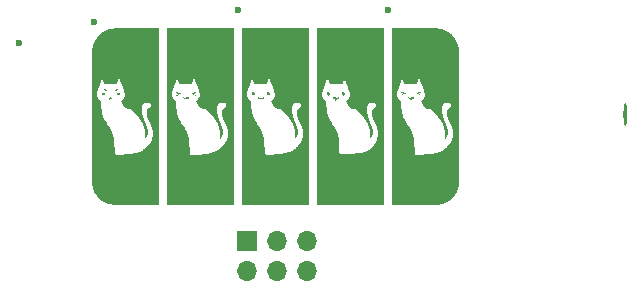
<source format=gbr>
%TF.GenerationSoftware,KiCad,Pcbnew,8.0.2-1*%
%TF.CreationDate,2024-08-22T14:08:18+02:00*%
%TF.ProjectId,Wiccon_social_bat,57696363-6f6e-45f7-936f-6369616c5f62,rev?*%
%TF.SameCoordinates,Original*%
%TF.FileFunction,Copper,L1,Top*%
%TF.FilePolarity,Positive*%
%FSLAX46Y46*%
G04 Gerber Fmt 4.6, Leading zero omitted, Abs format (unit mm)*
G04 Created by KiCad (PCBNEW 8.0.2-1) date 2024-08-22 14:08:18*
%MOMM*%
%LPD*%
G01*
G04 APERTURE LIST*
%TA.AperFunction,EtchedComponent*%
%ADD10C,0.000000*%
%TD*%
%TA.AperFunction,ComponentPad*%
%ADD11O,1.700000X1.700000*%
%TD*%
%TA.AperFunction,ComponentPad*%
%ADD12R,1.700000X1.700000*%
%TD*%
%TA.AperFunction,ViaPad*%
%ADD13C,0.600000*%
%TD*%
G04 APERTURE END LIST*
D10*
%TA.AperFunction,EtchedComponent*%
%TO.C,TP17*%
G36*
X138243267Y-45091972D02*
G01*
X138257118Y-45093436D01*
X138270486Y-45095817D01*
X138283302Y-45099067D01*
X138295496Y-45103137D01*
X138306998Y-45107977D01*
X138317737Y-45113540D01*
X138327643Y-45119778D01*
X138336646Y-45126641D01*
X138344676Y-45134080D01*
X138348305Y-45138001D01*
X138351664Y-45142048D01*
X138354744Y-45146215D01*
X138357538Y-45150496D01*
X138360036Y-45154885D01*
X138362229Y-45159375D01*
X138364108Y-45163962D01*
X138365666Y-45168637D01*
X138366893Y-45173396D01*
X138367780Y-45178233D01*
X138368319Y-45183141D01*
X138368500Y-45188114D01*
X138368319Y-45193087D01*
X138367780Y-45197994D01*
X138366893Y-45202830D01*
X138365666Y-45207589D01*
X138364108Y-45212264D01*
X138362229Y-45216850D01*
X138360036Y-45221340D01*
X138357538Y-45225729D01*
X138354744Y-45230010D01*
X138351664Y-45234177D01*
X138348305Y-45238224D01*
X138344676Y-45242145D01*
X138340787Y-45245934D01*
X138336646Y-45249585D01*
X138332262Y-45253091D01*
X138327643Y-45256448D01*
X138322798Y-45259648D01*
X138317737Y-45262686D01*
X138312467Y-45265555D01*
X138306998Y-45268249D01*
X138301338Y-45270763D01*
X138295496Y-45273090D01*
X138289482Y-45275225D01*
X138283302Y-45277160D01*
X138276968Y-45278891D01*
X138270486Y-45280410D01*
X138263866Y-45281713D01*
X138257118Y-45282792D01*
X138250248Y-45283642D01*
X138243267Y-45284257D01*
X138236183Y-45284630D01*
X138229004Y-45284756D01*
X138214741Y-45284257D01*
X138200890Y-45282792D01*
X138187521Y-45280410D01*
X138174705Y-45277160D01*
X138162511Y-45273090D01*
X138151009Y-45268249D01*
X138140270Y-45262686D01*
X138130364Y-45256448D01*
X138121361Y-45249585D01*
X138113330Y-45242145D01*
X138109702Y-45238224D01*
X138106343Y-45234177D01*
X138103262Y-45230010D01*
X138100469Y-45225729D01*
X138097971Y-45221340D01*
X138095778Y-45216850D01*
X138093898Y-45212264D01*
X138092341Y-45207589D01*
X138091114Y-45202830D01*
X138090227Y-45197994D01*
X138089688Y-45193087D01*
X138089506Y-45188114D01*
X138089688Y-45183141D01*
X138090227Y-45178233D01*
X138091114Y-45173396D01*
X138092341Y-45168637D01*
X138093898Y-45163962D01*
X138095778Y-45159375D01*
X138097971Y-45154885D01*
X138100469Y-45150496D01*
X138103262Y-45146215D01*
X138106343Y-45142048D01*
X138109702Y-45138001D01*
X138113330Y-45134080D01*
X138117219Y-45130291D01*
X138121361Y-45126641D01*
X138125745Y-45123134D01*
X138130364Y-45119778D01*
X138135209Y-45116578D01*
X138140270Y-45113540D01*
X138145540Y-45110672D01*
X138151009Y-45107977D01*
X138156669Y-45105463D01*
X138162511Y-45103137D01*
X138168526Y-45101002D01*
X138174705Y-45099067D01*
X138181040Y-45097337D01*
X138187521Y-45095817D01*
X138194141Y-45094515D01*
X138200890Y-45093436D01*
X138207760Y-45092586D01*
X138214741Y-45091972D01*
X138221826Y-45091598D01*
X138229004Y-45091473D01*
X138243267Y-45091972D01*
G37*
%TD.AperFunction*%
%TA.AperFunction,EtchedComponent*%
G36*
X139519140Y-45091972D02*
G01*
X139532991Y-45093436D01*
X139546359Y-45095817D01*
X139559176Y-45099067D01*
X139571370Y-45103137D01*
X139582871Y-45107977D01*
X139593610Y-45113540D01*
X139603516Y-45119778D01*
X139612519Y-45126641D01*
X139620550Y-45134080D01*
X139624178Y-45138001D01*
X139627537Y-45142048D01*
X139630618Y-45146215D01*
X139633411Y-45150496D01*
X139635909Y-45154885D01*
X139638102Y-45159375D01*
X139639982Y-45163962D01*
X139641539Y-45168637D01*
X139642766Y-45173396D01*
X139643653Y-45178233D01*
X139644192Y-45183141D01*
X139644373Y-45188114D01*
X139644192Y-45193087D01*
X139643653Y-45197994D01*
X139642766Y-45202830D01*
X139641539Y-45207589D01*
X139639982Y-45212264D01*
X139638102Y-45216850D01*
X139635909Y-45221340D01*
X139633411Y-45225729D01*
X139630618Y-45230010D01*
X139627537Y-45234177D01*
X139624178Y-45238224D01*
X139620550Y-45242145D01*
X139616660Y-45245934D01*
X139612519Y-45249585D01*
X139608135Y-45253091D01*
X139603516Y-45256448D01*
X139598671Y-45259648D01*
X139593610Y-45262686D01*
X139588340Y-45265555D01*
X139582871Y-45268249D01*
X139577211Y-45270763D01*
X139571370Y-45273090D01*
X139565355Y-45275225D01*
X139559176Y-45277160D01*
X139552841Y-45278891D01*
X139546359Y-45280410D01*
X139539740Y-45281713D01*
X139532991Y-45282792D01*
X139526121Y-45283642D01*
X139519140Y-45284257D01*
X139512056Y-45284630D01*
X139504877Y-45284756D01*
X139490614Y-45284257D01*
X139476763Y-45282792D01*
X139463395Y-45280410D01*
X139450578Y-45277160D01*
X139438384Y-45273090D01*
X139426882Y-45268249D01*
X139416143Y-45262686D01*
X139406237Y-45256448D01*
X139397234Y-45249585D01*
X139389203Y-45242145D01*
X139385575Y-45238224D01*
X139382216Y-45234177D01*
X139379135Y-45230010D01*
X139376342Y-45225729D01*
X139373844Y-45221340D01*
X139371651Y-45216850D01*
X139369771Y-45212264D01*
X139368214Y-45207589D01*
X139366987Y-45202830D01*
X139366100Y-45197994D01*
X139365561Y-45193087D01*
X139365380Y-45188114D01*
X139365561Y-45183141D01*
X139366100Y-45178233D01*
X139366987Y-45173396D01*
X139368214Y-45168637D01*
X139369771Y-45163962D01*
X139371651Y-45159375D01*
X139373844Y-45154885D01*
X139376342Y-45150496D01*
X139379135Y-45146215D01*
X139382216Y-45142048D01*
X139385575Y-45138001D01*
X139389203Y-45134080D01*
X139393093Y-45130291D01*
X139397234Y-45126641D01*
X139401618Y-45123134D01*
X139406237Y-45119778D01*
X139411082Y-45116578D01*
X139416143Y-45113540D01*
X139421413Y-45110672D01*
X139426882Y-45107977D01*
X139432542Y-45105463D01*
X139438384Y-45103137D01*
X139444399Y-45101002D01*
X139450578Y-45099067D01*
X139456913Y-45097337D01*
X139463395Y-45095817D01*
X139470014Y-45094515D01*
X139476763Y-45093436D01*
X139483633Y-45092586D01*
X139490614Y-45091972D01*
X139497699Y-45091598D01*
X139504877Y-45091473D01*
X139519140Y-45091972D01*
G37*
%TD.AperFunction*%
%TA.AperFunction,EtchedComponent*%
G36*
X150923462Y-45046788D02*
G01*
X150930547Y-45047335D01*
X150937528Y-45048235D01*
X150944397Y-45049479D01*
X150951146Y-45051059D01*
X150957766Y-45052966D01*
X150964247Y-45055191D01*
X150970582Y-45057725D01*
X150976761Y-45060558D01*
X150982776Y-45063683D01*
X150988618Y-45067091D01*
X150994277Y-45070771D01*
X150999747Y-45074717D01*
X151005016Y-45078918D01*
X151010078Y-45083365D01*
X151014922Y-45088051D01*
X151019541Y-45092965D01*
X151023926Y-45098100D01*
X151028067Y-45103446D01*
X151031956Y-45108994D01*
X151035585Y-45114735D01*
X151038943Y-45120661D01*
X151042024Y-45126763D01*
X151044818Y-45133031D01*
X151047315Y-45139458D01*
X151049508Y-45146033D01*
X151051388Y-45152748D01*
X151052946Y-45159595D01*
X151054172Y-45166563D01*
X151055060Y-45173645D01*
X151055598Y-45180832D01*
X151055780Y-45188114D01*
X151055598Y-45195397D01*
X151055060Y-45202583D01*
X151054172Y-45209665D01*
X151052946Y-45216634D01*
X151051388Y-45223480D01*
X151049508Y-45230196D01*
X151047315Y-45236771D01*
X151044818Y-45243197D01*
X151042024Y-45249465D01*
X151038943Y-45255567D01*
X151035585Y-45261493D01*
X151031956Y-45267235D01*
X151028067Y-45272783D01*
X151023926Y-45278128D01*
X151019541Y-45283263D01*
X151014922Y-45288178D01*
X151010078Y-45292863D01*
X151005016Y-45297311D01*
X150999747Y-45301512D01*
X150994277Y-45305457D01*
X150988618Y-45309138D01*
X150982776Y-45312545D01*
X150976761Y-45315670D01*
X150970582Y-45318504D01*
X150964247Y-45321038D01*
X150957766Y-45323262D01*
X150951146Y-45325169D01*
X150944397Y-45326749D01*
X150937528Y-45327994D01*
X150930547Y-45328894D01*
X150923462Y-45329440D01*
X150916284Y-45329624D01*
X150909105Y-45329440D01*
X150902021Y-45328894D01*
X150895040Y-45327994D01*
X150888171Y-45326749D01*
X150881422Y-45325169D01*
X150874802Y-45323262D01*
X150868321Y-45321038D01*
X150861986Y-45318504D01*
X150855807Y-45315670D01*
X150849792Y-45312545D01*
X150843950Y-45309138D01*
X150838290Y-45305457D01*
X150832821Y-45301512D01*
X150827552Y-45297311D01*
X150822490Y-45292863D01*
X150817645Y-45288178D01*
X150813027Y-45283263D01*
X150808642Y-45278128D01*
X150804501Y-45272783D01*
X150800612Y-45267235D01*
X150796983Y-45261493D01*
X150793624Y-45255567D01*
X150790544Y-45249465D01*
X150787750Y-45243197D01*
X150785253Y-45236771D01*
X150783060Y-45230196D01*
X150781180Y-45223480D01*
X150779622Y-45216634D01*
X150778395Y-45209665D01*
X150777508Y-45202583D01*
X150776970Y-45195397D01*
X150776788Y-45188114D01*
X150776970Y-45180832D01*
X150777508Y-45173645D01*
X150778395Y-45166563D01*
X150779622Y-45159595D01*
X150781180Y-45152748D01*
X150783060Y-45146033D01*
X150785253Y-45139458D01*
X150787750Y-45133031D01*
X150790544Y-45126763D01*
X150793624Y-45120661D01*
X150796983Y-45114735D01*
X150800612Y-45108994D01*
X150804501Y-45103446D01*
X150808642Y-45098100D01*
X150813027Y-45092965D01*
X150817645Y-45088051D01*
X150822490Y-45083365D01*
X150827552Y-45078918D01*
X150832821Y-45074717D01*
X150838290Y-45070771D01*
X150843950Y-45067091D01*
X150849792Y-45063683D01*
X150855807Y-45060558D01*
X150861986Y-45057725D01*
X150868321Y-45055191D01*
X150874802Y-45052966D01*
X150881422Y-45051059D01*
X150888171Y-45049479D01*
X150895040Y-45048235D01*
X150902021Y-45047335D01*
X150909105Y-45046788D01*
X150916284Y-45046604D01*
X150923462Y-45046788D01*
G37*
%TD.AperFunction*%
%TA.AperFunction,EtchedComponent*%
G36*
X152199334Y-45046788D02*
G01*
X152206418Y-45047335D01*
X152213399Y-45048235D01*
X152220269Y-45049479D01*
X152227017Y-45051059D01*
X152233637Y-45052966D01*
X152240119Y-45055191D01*
X152246453Y-45057725D01*
X152252633Y-45060558D01*
X152258647Y-45063683D01*
X152264489Y-45067091D01*
X152270149Y-45070771D01*
X152275618Y-45074717D01*
X152280888Y-45078918D01*
X152285949Y-45083365D01*
X152290794Y-45088051D01*
X152295413Y-45092965D01*
X152299797Y-45098100D01*
X152303938Y-45103446D01*
X152307827Y-45108994D01*
X152311456Y-45114735D01*
X152314815Y-45120661D01*
X152317895Y-45126763D01*
X152320689Y-45133031D01*
X152323187Y-45139458D01*
X152325380Y-45146033D01*
X152327259Y-45152748D01*
X152328817Y-45159595D01*
X152330044Y-45166563D01*
X152330931Y-45173645D01*
X152331470Y-45180832D01*
X152331651Y-45188114D01*
X152331470Y-45195397D01*
X152330931Y-45202583D01*
X152330044Y-45209665D01*
X152328817Y-45216634D01*
X152327259Y-45223480D01*
X152325380Y-45230196D01*
X152323187Y-45236771D01*
X152320689Y-45243197D01*
X152317895Y-45249465D01*
X152314815Y-45255567D01*
X152311456Y-45261493D01*
X152307827Y-45267235D01*
X152303938Y-45272783D01*
X152299797Y-45278128D01*
X152295413Y-45283263D01*
X152290794Y-45288178D01*
X152285949Y-45292863D01*
X152280888Y-45297311D01*
X152275618Y-45301512D01*
X152270149Y-45305457D01*
X152264489Y-45309138D01*
X152258647Y-45312545D01*
X152252633Y-45315670D01*
X152246453Y-45318504D01*
X152240119Y-45321038D01*
X152233637Y-45323262D01*
X152227017Y-45325169D01*
X152220269Y-45326749D01*
X152213399Y-45327994D01*
X152206418Y-45328894D01*
X152199334Y-45329440D01*
X152192155Y-45329624D01*
X152184977Y-45329440D01*
X152177893Y-45328894D01*
X152170911Y-45327994D01*
X152164042Y-45326749D01*
X152157293Y-45325169D01*
X152150673Y-45323262D01*
X152144192Y-45321038D01*
X152137857Y-45318504D01*
X152131678Y-45315670D01*
X152125663Y-45312545D01*
X152119821Y-45309138D01*
X152114162Y-45305457D01*
X152108693Y-45301512D01*
X152103423Y-45297311D01*
X152098361Y-45292863D01*
X152093517Y-45288178D01*
X152088898Y-45283263D01*
X152084513Y-45278128D01*
X152080372Y-45272783D01*
X152076483Y-45267235D01*
X152072855Y-45261493D01*
X152069496Y-45255567D01*
X152066415Y-45249465D01*
X152063622Y-45243197D01*
X152061124Y-45236771D01*
X152058931Y-45230196D01*
X152057051Y-45223480D01*
X152055493Y-45216634D01*
X152054267Y-45209665D01*
X152053380Y-45202583D01*
X152052841Y-45195397D01*
X152052659Y-45188114D01*
X152052841Y-45180832D01*
X152053380Y-45173645D01*
X152054267Y-45166563D01*
X152055493Y-45159595D01*
X152057051Y-45152748D01*
X152058931Y-45146033D01*
X152061124Y-45139458D01*
X152063622Y-45133031D01*
X152066415Y-45126763D01*
X152069496Y-45120661D01*
X152072855Y-45114735D01*
X152076483Y-45108994D01*
X152080372Y-45103446D01*
X152084513Y-45098100D01*
X152088898Y-45092965D01*
X152093517Y-45088051D01*
X152098361Y-45083365D01*
X152103423Y-45078918D01*
X152108693Y-45074717D01*
X152114162Y-45070771D01*
X152119821Y-45067091D01*
X152125663Y-45063683D01*
X152131678Y-45060558D01*
X152137857Y-45057725D01*
X152144192Y-45055191D01*
X152150673Y-45052966D01*
X152157293Y-45051059D01*
X152164042Y-45049479D01*
X152170911Y-45048235D01*
X152177893Y-45047335D01*
X152184977Y-45046788D01*
X152192155Y-45046604D01*
X152199334Y-45046788D01*
G37*
%TD.AperFunction*%
%TA.AperFunction,EtchedComponent*%
G36*
X157261795Y-45064042D02*
G01*
X157268683Y-45064578D01*
X157275473Y-45065460D01*
X157282158Y-45066679D01*
X157288728Y-45068227D01*
X157295174Y-45070095D01*
X157301488Y-45072274D01*
X157307662Y-45074754D01*
X157313686Y-45077528D01*
X157319552Y-45080587D01*
X157325251Y-45083921D01*
X157330774Y-45087521D01*
X157336113Y-45091379D01*
X157341258Y-45095487D01*
X157346202Y-45099834D01*
X157350935Y-45104413D01*
X157355449Y-45109214D01*
X157359735Y-45114229D01*
X157363784Y-45119449D01*
X157367588Y-45124865D01*
X157371138Y-45130467D01*
X157374424Y-45136248D01*
X157377439Y-45142199D01*
X157380174Y-45148310D01*
X157382620Y-45154572D01*
X157384767Y-45160978D01*
X157386609Y-45167517D01*
X157388135Y-45174182D01*
X157389337Y-45180963D01*
X157390206Y-45187852D01*
X157390734Y-45194839D01*
X157390912Y-45201916D01*
X157390734Y-45208993D01*
X157390206Y-45215980D01*
X157389337Y-45222869D01*
X157388135Y-45229650D01*
X157386609Y-45236315D01*
X157384767Y-45242855D01*
X157382620Y-45249260D01*
X157380174Y-45255523D01*
X157377439Y-45261634D01*
X157374424Y-45267585D01*
X157371138Y-45273366D01*
X157367588Y-45278969D01*
X157363784Y-45284385D01*
X157359735Y-45289605D01*
X157355449Y-45294621D01*
X157350935Y-45299422D01*
X157346202Y-45304002D01*
X157341258Y-45308349D01*
X157336113Y-45312457D01*
X157330774Y-45316316D01*
X157325251Y-45319917D01*
X157319552Y-45323251D01*
X157313686Y-45326309D01*
X157307662Y-45329084D01*
X157301488Y-45331565D01*
X157295174Y-45333743D01*
X157288728Y-45335611D01*
X157282158Y-45337160D01*
X157275473Y-45338379D01*
X157268683Y-45339261D01*
X157261795Y-45339797D01*
X157254819Y-45339977D01*
X157247843Y-45339797D01*
X157240956Y-45339261D01*
X157234165Y-45338379D01*
X157227481Y-45337160D01*
X157220911Y-45335611D01*
X157214465Y-45333743D01*
X157208151Y-45331565D01*
X157201977Y-45329084D01*
X157195953Y-45326309D01*
X157190088Y-45323251D01*
X157184389Y-45319917D01*
X157178866Y-45316316D01*
X157173527Y-45312457D01*
X157168382Y-45308349D01*
X157163438Y-45304002D01*
X157158705Y-45299422D01*
X157154191Y-45294621D01*
X157149906Y-45289605D01*
X157145857Y-45284385D01*
X157142053Y-45278969D01*
X157138504Y-45273366D01*
X157135217Y-45267585D01*
X157132202Y-45261634D01*
X157129468Y-45255523D01*
X157127022Y-45249260D01*
X157124875Y-45242855D01*
X157123033Y-45236315D01*
X157121507Y-45229650D01*
X157120305Y-45222869D01*
X157119436Y-45215980D01*
X157118908Y-45208993D01*
X157118730Y-45201916D01*
X157118908Y-45194839D01*
X157119436Y-45187852D01*
X157120305Y-45180963D01*
X157121507Y-45174182D01*
X157123033Y-45167517D01*
X157124875Y-45160978D01*
X157127022Y-45154572D01*
X157129468Y-45148310D01*
X157132202Y-45142199D01*
X157135217Y-45136248D01*
X157138504Y-45130467D01*
X157142053Y-45124865D01*
X157145857Y-45119449D01*
X157149906Y-45114229D01*
X157154191Y-45109214D01*
X157158705Y-45104413D01*
X157163438Y-45099834D01*
X157168382Y-45095487D01*
X157173527Y-45091379D01*
X157178866Y-45087521D01*
X157184389Y-45083921D01*
X157190088Y-45080587D01*
X157195953Y-45077528D01*
X157201977Y-45074754D01*
X157208151Y-45072274D01*
X157214465Y-45070095D01*
X157220911Y-45068227D01*
X157227481Y-45066679D01*
X157234165Y-45065460D01*
X157240956Y-45064578D01*
X157247843Y-45064042D01*
X157254819Y-45063862D01*
X157261795Y-45064042D01*
G37*
%TD.AperFunction*%
%TA.AperFunction,EtchedComponent*%
G36*
X158530859Y-45064042D02*
G01*
X158537747Y-45064578D01*
X158544537Y-45065460D01*
X158551222Y-45066679D01*
X158557791Y-45068227D01*
X158564238Y-45070095D01*
X158570552Y-45072274D01*
X158576726Y-45074754D01*
X158582750Y-45077528D01*
X158588616Y-45080587D01*
X158594315Y-45083921D01*
X158599838Y-45087521D01*
X158605177Y-45091379D01*
X158610322Y-45095487D01*
X158615266Y-45099834D01*
X158619999Y-45104413D01*
X158624513Y-45109214D01*
X158628799Y-45114229D01*
X158632848Y-45119449D01*
X158636652Y-45124865D01*
X158640202Y-45130467D01*
X158643488Y-45136248D01*
X158646503Y-45142199D01*
X158649238Y-45148310D01*
X158651683Y-45154572D01*
X158653831Y-45160978D01*
X158655673Y-45167517D01*
X158657199Y-45174182D01*
X158658401Y-45180963D01*
X158659270Y-45187852D01*
X158659798Y-45194839D01*
X158659976Y-45201916D01*
X158659798Y-45208993D01*
X158659270Y-45215980D01*
X158658401Y-45222869D01*
X158657199Y-45229650D01*
X158655673Y-45236315D01*
X158653831Y-45242855D01*
X158651683Y-45249260D01*
X158649238Y-45255523D01*
X158646503Y-45261634D01*
X158643488Y-45267585D01*
X158640202Y-45273366D01*
X158636652Y-45278969D01*
X158632848Y-45284385D01*
X158628799Y-45289605D01*
X158624513Y-45294621D01*
X158619999Y-45299422D01*
X158615266Y-45304002D01*
X158610322Y-45308349D01*
X158605177Y-45312457D01*
X158599838Y-45316316D01*
X158594315Y-45319917D01*
X158588616Y-45323251D01*
X158582750Y-45326309D01*
X158576726Y-45329084D01*
X158570552Y-45331565D01*
X158564238Y-45333743D01*
X158557791Y-45335611D01*
X158551222Y-45337160D01*
X158544537Y-45338379D01*
X158537747Y-45339261D01*
X158530859Y-45339797D01*
X158523883Y-45339977D01*
X158516908Y-45339797D01*
X158510020Y-45339261D01*
X158503230Y-45338379D01*
X158496546Y-45337160D01*
X158489976Y-45335611D01*
X158483530Y-45333743D01*
X158477216Y-45331565D01*
X158471043Y-45329084D01*
X158465019Y-45326309D01*
X158459153Y-45323251D01*
X158453454Y-45319917D01*
X158447931Y-45316316D01*
X158442593Y-45312457D01*
X158437447Y-45308349D01*
X158432504Y-45304002D01*
X158427770Y-45299422D01*
X158423257Y-45294621D01*
X158418971Y-45289605D01*
X158414922Y-45284385D01*
X158411118Y-45278969D01*
X158407569Y-45273366D01*
X158404282Y-45267585D01*
X158401267Y-45261634D01*
X158398532Y-45255523D01*
X158396087Y-45249260D01*
X158393939Y-45242855D01*
X158392098Y-45236315D01*
X158390572Y-45229650D01*
X158389369Y-45222869D01*
X158388500Y-45215980D01*
X158387972Y-45208993D01*
X158387794Y-45201916D01*
X158387972Y-45194839D01*
X158388500Y-45187852D01*
X158389369Y-45180963D01*
X158390572Y-45174182D01*
X158392098Y-45167517D01*
X158393939Y-45160978D01*
X158396087Y-45154572D01*
X158398532Y-45148310D01*
X158401267Y-45142199D01*
X158404282Y-45136248D01*
X158407569Y-45130467D01*
X158411118Y-45124865D01*
X158414922Y-45119449D01*
X158418971Y-45114229D01*
X158423257Y-45109214D01*
X158427770Y-45104413D01*
X158432504Y-45099834D01*
X158437447Y-45095487D01*
X158442593Y-45091379D01*
X158447931Y-45087521D01*
X158453454Y-45083921D01*
X158459153Y-45080587D01*
X158465019Y-45077528D01*
X158471043Y-45074754D01*
X158477216Y-45072274D01*
X158483530Y-45070095D01*
X158489976Y-45068227D01*
X158496546Y-45066679D01*
X158503230Y-45065460D01*
X158510020Y-45064578D01*
X158516908Y-45064042D01*
X158523883Y-45063862D01*
X158530859Y-45064042D01*
G37*
%TD.AperFunction*%
%TA.AperFunction,EtchedComponent*%
G36*
X138329300Y-44762050D02*
G01*
X138331294Y-44762224D01*
X138333276Y-44762491D01*
X138335242Y-44762853D01*
X138337187Y-44763311D01*
X138339108Y-44763864D01*
X138340999Y-44764514D01*
X138342857Y-44765262D01*
X138344677Y-44766107D01*
X138346454Y-44767052D01*
X138348185Y-44768095D01*
X138349864Y-44769238D01*
X138351488Y-44770481D01*
X138354891Y-44770481D01*
X138525008Y-44898190D01*
X138526562Y-44899513D01*
X138528037Y-44900895D01*
X138529430Y-44902333D01*
X138530742Y-44903824D01*
X138531971Y-44905365D01*
X138533118Y-44906955D01*
X138534181Y-44908590D01*
X138535160Y-44910268D01*
X138536055Y-44911986D01*
X138536864Y-44913743D01*
X138537587Y-44915534D01*
X138538224Y-44917359D01*
X138538773Y-44919214D01*
X138539234Y-44921097D01*
X138539607Y-44923005D01*
X138539891Y-44924936D01*
X138540086Y-44926888D01*
X138540190Y-44928857D01*
X138540202Y-44930841D01*
X138540124Y-44932838D01*
X138539953Y-44934845D01*
X138539689Y-44936859D01*
X138539332Y-44938879D01*
X138538881Y-44940901D01*
X138538335Y-44942923D01*
X138537694Y-44944943D01*
X138536957Y-44946958D01*
X138536124Y-44948965D01*
X138535193Y-44950962D01*
X138534164Y-44952946D01*
X138533037Y-44954916D01*
X138531811Y-44956867D01*
X138530457Y-44958767D01*
X138528954Y-44960581D01*
X138527311Y-44962304D01*
X138525539Y-44963932D01*
X138523647Y-44965458D01*
X138521645Y-44966877D01*
X138519543Y-44968186D01*
X138517352Y-44969379D01*
X138515081Y-44970450D01*
X138512740Y-44971394D01*
X138510340Y-44972208D01*
X138507889Y-44972884D01*
X138505399Y-44973420D01*
X138502879Y-44973808D01*
X138500338Y-44974045D01*
X138497788Y-44974125D01*
X138496812Y-44974095D01*
X138495800Y-44974009D01*
X138494758Y-44973869D01*
X138493688Y-44973680D01*
X138492596Y-44973446D01*
X138491486Y-44973170D01*
X138489229Y-44972507D01*
X138486953Y-44971724D01*
X138484691Y-44970849D01*
X138482479Y-44969914D01*
X138480352Y-44968948D01*
X138478344Y-44967983D01*
X138476491Y-44967048D01*
X138473387Y-44965390D01*
X138470570Y-44963772D01*
X138300454Y-44836063D01*
X138298899Y-44834740D01*
X138297424Y-44833358D01*
X138296031Y-44831920D01*
X138294719Y-44830429D01*
X138293489Y-44828888D01*
X138292342Y-44827298D01*
X138291279Y-44825663D01*
X138290300Y-44823985D01*
X138289405Y-44822267D01*
X138288596Y-44820511D01*
X138287873Y-44818719D01*
X138287236Y-44816894D01*
X138286687Y-44815039D01*
X138286225Y-44813156D01*
X138285852Y-44811248D01*
X138285568Y-44809317D01*
X138285374Y-44807365D01*
X138285270Y-44805396D01*
X138285257Y-44803412D01*
X138285336Y-44801415D01*
X138285507Y-44799408D01*
X138285770Y-44797394D01*
X138286128Y-44795374D01*
X138286579Y-44793352D01*
X138287125Y-44791330D01*
X138287766Y-44789310D01*
X138288503Y-44787295D01*
X138289337Y-44785288D01*
X138290268Y-44783291D01*
X138291297Y-44781307D01*
X138292424Y-44779337D01*
X138293650Y-44777386D01*
X138294965Y-44775808D01*
X138296355Y-44774313D01*
X138297817Y-44772899D01*
X138299345Y-44771568D01*
X138300935Y-44770321D01*
X138302583Y-44769157D01*
X138304285Y-44768079D01*
X138306036Y-44767086D01*
X138307832Y-44766178D01*
X138309668Y-44765357D01*
X138311541Y-44764624D01*
X138313445Y-44763978D01*
X138315377Y-44763421D01*
X138317331Y-44762953D01*
X138319305Y-44762574D01*
X138321293Y-44762286D01*
X138323290Y-44762089D01*
X138325294Y-44761984D01*
X138327298Y-44761971D01*
X138329300Y-44762050D01*
G37*
%TD.AperFunction*%
%TA.AperFunction,EtchedComponent*%
G36*
X139388173Y-44764002D02*
G01*
X139390177Y-44764171D01*
X139392175Y-44764443D01*
X139394162Y-44764817D01*
X139396136Y-44765289D01*
X139398091Y-44765858D01*
X139400022Y-44766520D01*
X139401927Y-44767273D01*
X139403799Y-44768114D01*
X139405636Y-44769041D01*
X139407432Y-44770052D01*
X139409183Y-44771144D01*
X139410885Y-44772315D01*
X139412533Y-44773561D01*
X139414124Y-44774880D01*
X139415652Y-44776271D01*
X139417114Y-44777730D01*
X139418504Y-44779254D01*
X139419819Y-44780842D01*
X139423222Y-44780842D01*
X139424748Y-44782489D01*
X139426136Y-44784193D01*
X139427390Y-44785949D01*
X139428512Y-44787752D01*
X139429505Y-44789598D01*
X139430370Y-44791482D01*
X139431110Y-44793401D01*
X139431729Y-44795349D01*
X139432228Y-44797322D01*
X139432610Y-44799317D01*
X139432877Y-44801328D01*
X139433032Y-44803350D01*
X139433077Y-44805381D01*
X139433015Y-44807414D01*
X139432849Y-44809446D01*
X139432580Y-44811473D01*
X139432212Y-44813489D01*
X139431746Y-44815491D01*
X139431186Y-44817474D01*
X139430534Y-44819434D01*
X139429792Y-44821365D01*
X139428962Y-44823265D01*
X139428048Y-44825127D01*
X139427052Y-44826949D01*
X139425975Y-44828725D01*
X139424822Y-44830451D01*
X139423594Y-44832123D01*
X139422293Y-44833736D01*
X139420923Y-44835286D01*
X139419485Y-44836768D01*
X139417983Y-44838178D01*
X139416418Y-44839512D01*
X139246302Y-44967220D01*
X139244426Y-44969043D01*
X139242621Y-44970638D01*
X139240875Y-44972020D01*
X139239178Y-44973206D01*
X139237522Y-44974209D01*
X139235895Y-44975046D01*
X139234289Y-44975731D01*
X139232692Y-44976279D01*
X139231095Y-44976707D01*
X139229489Y-44977028D01*
X139227862Y-44977258D01*
X139226206Y-44977412D01*
X139224510Y-44977505D01*
X139222764Y-44977553D01*
X139219082Y-44977573D01*
X139216532Y-44977493D01*
X139213992Y-44977257D01*
X139211472Y-44976868D01*
X139208982Y-44976333D01*
X139206532Y-44975656D01*
X139204131Y-44974843D01*
X139201790Y-44973898D01*
X139199519Y-44972827D01*
X139197328Y-44971635D01*
X139195227Y-44970326D01*
X139193225Y-44968906D01*
X139191333Y-44967380D01*
X139189561Y-44965753D01*
X139187918Y-44964030D01*
X139187148Y-44963134D01*
X139186415Y-44962216D01*
X139185718Y-44961276D01*
X139185061Y-44960316D01*
X139183535Y-44958668D01*
X139182147Y-44956964D01*
X139180893Y-44955209D01*
X139179771Y-44953406D01*
X139178778Y-44951560D01*
X139177913Y-44949675D01*
X139177172Y-44947756D01*
X139176554Y-44945808D01*
X139176055Y-44943834D01*
X139175673Y-44941839D01*
X139175406Y-44939828D01*
X139175251Y-44937805D01*
X139175206Y-44935774D01*
X139175267Y-44933740D01*
X139175434Y-44931708D01*
X139175702Y-44929681D01*
X139176071Y-44927664D01*
X139176536Y-44925662D01*
X139177097Y-44923679D01*
X139177749Y-44921719D01*
X139178491Y-44919787D01*
X139179321Y-44917887D01*
X139180235Y-44916024D01*
X139181231Y-44914202D01*
X139182307Y-44912426D01*
X139183461Y-44910699D01*
X139184689Y-44909027D01*
X139185989Y-44907414D01*
X139187360Y-44905864D01*
X139188797Y-44904382D01*
X139190300Y-44902972D01*
X139191864Y-44901638D01*
X139361981Y-44773937D01*
X139363605Y-44772390D01*
X139365284Y-44770981D01*
X139367014Y-44769709D01*
X139368791Y-44768571D01*
X139370611Y-44767564D01*
X139372468Y-44766687D01*
X139374360Y-44765935D01*
X139376280Y-44765308D01*
X139378225Y-44764801D01*
X139380191Y-44764414D01*
X139382173Y-44764143D01*
X139384167Y-44763986D01*
X139386169Y-44763940D01*
X139388173Y-44764002D01*
G37*
%TD.AperFunction*%
%TA.AperFunction,EtchedComponent*%
G36*
X138862973Y-45460868D02*
G01*
X138866220Y-45461110D01*
X138869443Y-45461515D01*
X138872635Y-45462081D01*
X138875790Y-45462809D01*
X138878901Y-45463699D01*
X138881960Y-45464751D01*
X138884962Y-45465964D01*
X138887899Y-45467339D01*
X138890764Y-45468876D01*
X138893551Y-45470575D01*
X138896252Y-45472435D01*
X138898861Y-45474457D01*
X138901371Y-45476642D01*
X138903776Y-45478987D01*
X138906067Y-45481495D01*
X138895857Y-45478047D01*
X139004732Y-45598850D01*
X139006277Y-45600497D01*
X139007723Y-45602201D01*
X139009068Y-45603958D01*
X139010314Y-45605765D01*
X139011461Y-45607617D01*
X139012507Y-45609510D01*
X139013454Y-45611442D01*
X139014302Y-45613408D01*
X139015049Y-45615404D01*
X139015697Y-45617427D01*
X139016245Y-45619473D01*
X139016694Y-45621538D01*
X139017043Y-45623618D01*
X139017292Y-45625709D01*
X139017441Y-45627808D01*
X139017491Y-45629911D01*
X139017441Y-45632013D01*
X139017292Y-45634112D01*
X139017043Y-45636204D01*
X139016694Y-45638284D01*
X139016245Y-45640349D01*
X139015697Y-45642395D01*
X139015049Y-45644418D01*
X139014302Y-45646414D01*
X139013454Y-45648381D01*
X139012507Y-45650313D01*
X139011461Y-45652207D01*
X139010314Y-45654060D01*
X139009068Y-45655867D01*
X139007723Y-45657624D01*
X139006277Y-45659329D01*
X139004732Y-45660977D01*
X139003108Y-45662544D01*
X139001428Y-45664010D01*
X138999695Y-45665375D01*
X138997914Y-45666639D01*
X138996088Y-45667802D01*
X138994221Y-45668864D01*
X138992316Y-45669824D01*
X138990378Y-45670684D01*
X138988410Y-45671442D01*
X138986416Y-45672100D01*
X138984399Y-45672656D01*
X138982364Y-45673111D01*
X138980314Y-45673465D01*
X138978252Y-45673718D01*
X138976184Y-45673869D01*
X138974111Y-45673920D01*
X138972038Y-45673869D01*
X138969969Y-45673718D01*
X138967908Y-45673465D01*
X138965858Y-45673111D01*
X138963822Y-45672656D01*
X138961806Y-45672100D01*
X138959812Y-45671442D01*
X138957844Y-45670684D01*
X138955906Y-45669824D01*
X138954001Y-45668864D01*
X138952134Y-45667802D01*
X138950308Y-45666639D01*
X138948527Y-45665375D01*
X138946794Y-45664010D01*
X138945114Y-45662544D01*
X138943489Y-45660977D01*
X138851628Y-45557430D01*
X138759766Y-45660977D01*
X138759109Y-45661927D01*
X138758413Y-45662838D01*
X138757681Y-45663709D01*
X138756916Y-45664542D01*
X138756117Y-45665337D01*
X138755289Y-45666095D01*
X138753547Y-45667501D01*
X138751705Y-45668765D01*
X138749779Y-45669893D01*
X138747783Y-45670890D01*
X138745733Y-45671760D01*
X138743642Y-45672508D01*
X138741526Y-45673141D01*
X138739401Y-45673662D01*
X138737280Y-45674077D01*
X138735180Y-45674392D01*
X138733114Y-45674610D01*
X138731098Y-45674737D01*
X138729147Y-45674778D01*
X138727234Y-45674738D01*
X138725326Y-45674616D01*
X138723428Y-45674414D01*
X138721544Y-45674131D01*
X138719681Y-45673768D01*
X138717843Y-45673323D01*
X138716034Y-45672797D01*
X138714261Y-45672191D01*
X138712527Y-45671503D01*
X138710838Y-45670735D01*
X138709199Y-45669886D01*
X138707615Y-45668956D01*
X138706091Y-45667944D01*
X138704632Y-45666852D01*
X138703242Y-45665679D01*
X138701928Y-45664425D01*
X138699498Y-45661073D01*
X138697322Y-45657509D01*
X138695416Y-45653762D01*
X138693794Y-45649864D01*
X138692470Y-45645845D01*
X138691461Y-45641734D01*
X138690781Y-45637563D01*
X138690444Y-45633362D01*
X138690409Y-45631259D01*
X138690466Y-45629161D01*
X138690617Y-45627069D01*
X138690863Y-45624990D01*
X138691206Y-45622925D01*
X138691648Y-45620879D01*
X138692190Y-45618856D01*
X138692836Y-45616860D01*
X138693587Y-45614894D01*
X138694444Y-45612962D01*
X138695409Y-45611068D01*
X138696485Y-45609215D01*
X138697672Y-45607408D01*
X138698974Y-45605651D01*
X138700392Y-45603946D01*
X138701928Y-45602299D01*
X138810801Y-45481495D01*
X138813401Y-45478987D01*
X138816095Y-45476642D01*
X138818874Y-45474457D01*
X138821733Y-45472435D01*
X138824663Y-45470575D01*
X138827659Y-45468876D01*
X138830714Y-45467339D01*
X138833820Y-45465964D01*
X138836972Y-45464751D01*
X138840161Y-45463699D01*
X138843381Y-45462809D01*
X138846626Y-45462081D01*
X138849888Y-45461515D01*
X138853160Y-45461110D01*
X138856437Y-45460868D01*
X138859710Y-45460787D01*
X138862973Y-45460868D01*
G37*
%TD.AperFunction*%
%TA.AperFunction,EtchedComponent*%
G36*
X146049624Y-45012033D02*
G01*
X146051595Y-45012152D01*
X146053558Y-45012383D01*
X146055509Y-45012725D01*
X146057446Y-45013173D01*
X146059366Y-45013725D01*
X146061265Y-45014378D01*
X146063140Y-45015127D01*
X146064988Y-45015971D01*
X146066807Y-45016906D01*
X146068593Y-45017929D01*
X146070342Y-45019036D01*
X146072052Y-45020225D01*
X146073720Y-45021493D01*
X146075343Y-45022835D01*
X146076916Y-45024250D01*
X146078439Y-45025733D01*
X146079906Y-45027282D01*
X146081315Y-45028894D01*
X146082663Y-45030565D01*
X146083948Y-45032292D01*
X146085164Y-45034072D01*
X146086311Y-45035902D01*
X146087384Y-45037779D01*
X146088380Y-45039700D01*
X146089268Y-45041661D01*
X146090019Y-45043658D01*
X146090637Y-45045685D01*
X146091125Y-45047737D01*
X146091486Y-45049809D01*
X146091722Y-45051897D01*
X146091838Y-45053994D01*
X146091836Y-45056097D01*
X146091720Y-45058200D01*
X146091491Y-45060297D01*
X146091155Y-45062384D01*
X146090713Y-45064457D01*
X146090169Y-45066509D01*
X146089526Y-45068535D01*
X146088787Y-45070532D01*
X146087955Y-45072493D01*
X146087034Y-45074413D01*
X146086026Y-45076288D01*
X146084934Y-45078113D01*
X146083762Y-45079881D01*
X146082513Y-45081590D01*
X146081190Y-45083232D01*
X146079795Y-45084804D01*
X146078333Y-45086299D01*
X146076806Y-45087714D01*
X146075218Y-45089043D01*
X146073570Y-45090281D01*
X146071868Y-45091423D01*
X146070113Y-45092464D01*
X146068309Y-45093398D01*
X146066458Y-45094222D01*
X146064565Y-45094929D01*
X145826402Y-45191570D01*
X146064565Y-45288212D01*
X146064565Y-45284748D01*
X146066758Y-45285455D01*
X146068870Y-45286279D01*
X146070900Y-45287213D01*
X146072846Y-45288254D01*
X146074707Y-45289396D01*
X146076483Y-45290635D01*
X146078171Y-45291964D01*
X146079770Y-45293379D01*
X146081280Y-45294875D01*
X146082699Y-45296447D01*
X146084026Y-45298089D01*
X146085259Y-45299798D01*
X146086398Y-45301567D01*
X146087441Y-45303391D01*
X146088386Y-45305266D01*
X146089233Y-45307187D01*
X146089981Y-45309148D01*
X146090627Y-45311145D01*
X146091171Y-45313172D01*
X146091612Y-45315224D01*
X146091948Y-45317296D01*
X146092179Y-45319383D01*
X146092302Y-45321481D01*
X146092317Y-45323583D01*
X146092222Y-45325686D01*
X146092016Y-45327783D01*
X146091698Y-45329870D01*
X146091267Y-45331942D01*
X146090721Y-45333994D01*
X146090060Y-45336021D01*
X146089281Y-45338017D01*
X146088384Y-45339977D01*
X146087716Y-45341575D01*
X146086990Y-45343131D01*
X146085372Y-45346119D01*
X146083545Y-45348934D01*
X146081524Y-45351572D01*
X146079323Y-45354028D01*
X146076958Y-45356298D01*
X146074444Y-45358375D01*
X146071795Y-45360254D01*
X146069026Y-45361932D01*
X146066153Y-45363402D01*
X146063191Y-45364660D01*
X146060153Y-45365701D01*
X146057056Y-45366519D01*
X146053914Y-45367110D01*
X146050742Y-45367468D01*
X146047555Y-45367588D01*
X146030542Y-45367588D01*
X145720929Y-45239887D01*
X145717220Y-45238230D01*
X145713743Y-45236501D01*
X145710489Y-45234706D01*
X145707453Y-45232856D01*
X145704626Y-45230958D01*
X145702000Y-45229019D01*
X145699569Y-45227049D01*
X145697325Y-45225056D01*
X145695261Y-45223048D01*
X145693368Y-45221032D01*
X145691640Y-45219018D01*
X145690069Y-45217013D01*
X145688647Y-45215026D01*
X145687367Y-45213065D01*
X145686222Y-45211138D01*
X145685204Y-45209253D01*
X145684306Y-45207419D01*
X145683520Y-45205644D01*
X145682838Y-45203936D01*
X145682254Y-45202303D01*
X145681347Y-45199295D01*
X145680739Y-45196687D01*
X145680370Y-45194544D01*
X145680181Y-45192931D01*
X145680101Y-45191563D01*
X145680140Y-45189622D01*
X145680259Y-45187684D01*
X145680454Y-45185751D01*
X145680725Y-45183825D01*
X145681071Y-45181909D01*
X145681491Y-45180007D01*
X145681983Y-45178119D01*
X145682546Y-45176249D01*
X145683178Y-45174399D01*
X145683880Y-45172572D01*
X145684648Y-45170770D01*
X145685483Y-45168996D01*
X145686382Y-45167252D01*
X145687345Y-45165542D01*
X145688370Y-45163866D01*
X145689456Y-45162229D01*
X145690602Y-45160632D01*
X145691806Y-45159077D01*
X145693068Y-45157569D01*
X145694386Y-45156108D01*
X145695759Y-45154698D01*
X145697185Y-45153341D01*
X145698664Y-45152040D01*
X145700193Y-45150796D01*
X145701773Y-45149614D01*
X145703401Y-45148494D01*
X145705076Y-45147441D01*
X145706798Y-45146455D01*
X145708564Y-45145540D01*
X145710374Y-45144699D01*
X145712227Y-45143933D01*
X145714120Y-45143246D01*
X146033941Y-45015537D01*
X146035864Y-45014637D01*
X146037804Y-45013875D01*
X146039758Y-45013248D01*
X146041723Y-45012754D01*
X146043695Y-45012388D01*
X146045671Y-45012148D01*
X146047649Y-45012031D01*
X146049624Y-45012033D01*
G37*
%TD.AperFunction*%
%TA.AperFunction,EtchedComponent*%
G36*
X144405816Y-45013133D02*
G01*
X144409916Y-45013602D01*
X144413936Y-45014405D01*
X144417837Y-45015537D01*
X144421239Y-45022450D01*
X144525861Y-45061710D01*
X144630801Y-45102533D01*
X144747861Y-45150150D01*
X144750634Y-45151190D01*
X144753214Y-45152361D01*
X144755608Y-45153651D01*
X144757823Y-45155051D01*
X144759867Y-45156550D01*
X144761745Y-45158136D01*
X144763466Y-45159800D01*
X144765034Y-45161530D01*
X144766458Y-45163316D01*
X144767745Y-45165146D01*
X144768901Y-45167011D01*
X144769932Y-45168899D01*
X144770847Y-45170800D01*
X144771651Y-45172703D01*
X144772352Y-45174597D01*
X144772956Y-45176471D01*
X144773471Y-45178315D01*
X144773902Y-45180118D01*
X144774545Y-45183557D01*
X144774938Y-45186703D01*
X144775136Y-45189471D01*
X144775195Y-45191772D01*
X144775169Y-45193523D01*
X144775083Y-45195026D01*
X144775043Y-45196967D01*
X144774925Y-45198906D01*
X144774730Y-45200839D01*
X144774458Y-45202764D01*
X144774112Y-45204680D01*
X144773692Y-45206583D01*
X144773200Y-45208470D01*
X144772637Y-45210340D01*
X144772004Y-45212190D01*
X144771303Y-45214017D01*
X144770535Y-45215819D01*
X144769700Y-45217593D01*
X144768801Y-45219337D01*
X144767838Y-45221048D01*
X144766812Y-45222723D01*
X144765726Y-45224361D01*
X144764580Y-45225958D01*
X144763375Y-45227512D01*
X144762113Y-45229020D01*
X144760795Y-45230481D01*
X144759422Y-45231891D01*
X144757996Y-45233248D01*
X144756517Y-45234550D01*
X144754987Y-45235793D01*
X144753408Y-45236975D01*
X144751779Y-45238095D01*
X144750104Y-45239149D01*
X144748382Y-45240134D01*
X144746616Y-45241049D01*
X144744806Y-45241890D01*
X144742953Y-45242656D01*
X144741060Y-45243343D01*
X144421239Y-45371052D01*
X144404226Y-45371052D01*
X144402631Y-45371022D01*
X144401038Y-45370931D01*
X144399449Y-45370782D01*
X144397866Y-45370573D01*
X144396290Y-45370306D01*
X144394723Y-45369982D01*
X144393168Y-45369601D01*
X144391626Y-45369163D01*
X144390098Y-45368670D01*
X144388588Y-45368122D01*
X144387096Y-45367520D01*
X144385625Y-45366864D01*
X144384176Y-45366154D01*
X144382752Y-45365393D01*
X144381354Y-45364579D01*
X144379983Y-45363714D01*
X144378643Y-45362799D01*
X144377334Y-45361834D01*
X144376060Y-45360819D01*
X144374820Y-45359756D01*
X144373618Y-45358645D01*
X144372455Y-45357486D01*
X144371334Y-45356281D01*
X144370255Y-45355029D01*
X144369221Y-45353732D01*
X144368234Y-45352391D01*
X144367295Y-45351005D01*
X144366407Y-45349575D01*
X144365572Y-45348102D01*
X144364790Y-45346588D01*
X144364065Y-45345031D01*
X144363397Y-45343433D01*
X144362509Y-45341483D01*
X144361758Y-45339515D01*
X144361140Y-45337533D01*
X144360652Y-45335540D01*
X144360292Y-45333540D01*
X144360055Y-45331536D01*
X144359939Y-45329530D01*
X144359941Y-45327526D01*
X144360058Y-45325527D01*
X144360286Y-45323536D01*
X144360622Y-45321556D01*
X144361064Y-45319591D01*
X144361608Y-45317644D01*
X144362251Y-45315718D01*
X144362990Y-45313815D01*
X144363822Y-45311940D01*
X144364743Y-45310095D01*
X144365751Y-45308284D01*
X144366843Y-45306509D01*
X144368015Y-45304774D01*
X144369264Y-45303083D01*
X144370587Y-45301437D01*
X144371982Y-45299840D01*
X144373444Y-45298296D01*
X144374971Y-45296808D01*
X144376560Y-45295378D01*
X144378207Y-45294010D01*
X144379910Y-45292708D01*
X144381664Y-45291474D01*
X144383469Y-45290311D01*
X144385319Y-45289222D01*
X144387212Y-45288212D01*
X144625375Y-45191570D01*
X144387212Y-45094929D01*
X144385020Y-45094222D01*
X144382908Y-45093398D01*
X144380879Y-45092464D01*
X144378933Y-45091423D01*
X144377071Y-45090281D01*
X144375296Y-45089043D01*
X144373608Y-45087714D01*
X144372008Y-45086299D01*
X144370499Y-45084804D01*
X144369080Y-45083232D01*
X144367753Y-45081590D01*
X144366520Y-45079881D01*
X144365381Y-45078113D01*
X144364338Y-45076288D01*
X144363393Y-45074413D01*
X144362546Y-45072493D01*
X144361798Y-45070532D01*
X144361152Y-45068535D01*
X144360608Y-45066509D01*
X144360167Y-45064457D01*
X144359831Y-45062384D01*
X144359600Y-45060297D01*
X144359477Y-45058200D01*
X144359463Y-45056097D01*
X144359557Y-45053994D01*
X144359763Y-45051897D01*
X144360081Y-45049809D01*
X144360513Y-45047737D01*
X144361059Y-45045685D01*
X144361721Y-45043658D01*
X144362500Y-45041661D01*
X144363397Y-45039700D01*
X144364094Y-45037485D01*
X144364906Y-45035371D01*
X144365827Y-45033356D01*
X144366853Y-45031441D01*
X144367978Y-45029624D01*
X144369199Y-45027906D01*
X144370509Y-45026284D01*
X144371904Y-45024760D01*
X144373378Y-45023331D01*
X144374928Y-45021998D01*
X144376547Y-45020760D01*
X144378230Y-45019616D01*
X144379974Y-45018565D01*
X144381773Y-45017608D01*
X144383621Y-45016742D01*
X144385514Y-45015968D01*
X144387447Y-45015286D01*
X144389415Y-45014693D01*
X144393436Y-45013777D01*
X144397536Y-45013215D01*
X144401676Y-45013002D01*
X144405816Y-45013133D01*
G37*
%TD.AperFunction*%
%TA.AperFunction,EtchedComponent*%
G36*
X165006170Y-45034961D02*
G01*
X165014412Y-45035344D01*
X165022224Y-45035981D01*
X165029594Y-45036835D01*
X165036513Y-45037866D01*
X165048948Y-45040307D01*
X165059439Y-45042996D01*
X165067897Y-45045624D01*
X165074232Y-45047883D01*
X165080173Y-45050060D01*
X165082056Y-45051081D01*
X165083878Y-45052198D01*
X165085636Y-45053407D01*
X165087329Y-45054705D01*
X165088955Y-45056085D01*
X165090511Y-45057545D01*
X165091997Y-45059079D01*
X165093409Y-45060684D01*
X165094747Y-45062354D01*
X165096008Y-45064085D01*
X165098293Y-45067714D01*
X165100250Y-45071536D01*
X165101862Y-45075514D01*
X165103115Y-45079614D01*
X165103603Y-45081698D01*
X165103995Y-45083799D01*
X165104290Y-45085913D01*
X165104486Y-45088035D01*
X165104581Y-45090161D01*
X165104573Y-45092287D01*
X165104460Y-45094407D01*
X165104241Y-45096518D01*
X165103914Y-45098615D01*
X165103476Y-45100694D01*
X165102926Y-45102750D01*
X165102263Y-45104779D01*
X165101483Y-45106777D01*
X165100585Y-45108738D01*
X165099579Y-45110649D01*
X165098478Y-45112497D01*
X165097285Y-45114280D01*
X165096006Y-45115997D01*
X165094645Y-45117646D01*
X165093206Y-45119225D01*
X165091694Y-45120732D01*
X165090112Y-45122165D01*
X165088466Y-45123522D01*
X165086759Y-45124801D01*
X165084996Y-45126001D01*
X165083181Y-45127119D01*
X165081319Y-45128154D01*
X165079414Y-45129103D01*
X165077471Y-45129965D01*
X165075493Y-45130738D01*
X165073485Y-45131420D01*
X165071452Y-45132010D01*
X165069397Y-45132504D01*
X165067326Y-45132902D01*
X165065242Y-45133201D01*
X165063151Y-45133400D01*
X165061055Y-45133496D01*
X165058960Y-45133488D01*
X165056870Y-45133374D01*
X165054790Y-45133152D01*
X165052723Y-45132820D01*
X165050674Y-45132376D01*
X165048648Y-45131819D01*
X165046648Y-45131145D01*
X165044680Y-45130354D01*
X165042747Y-45129444D01*
X165041593Y-45128615D01*
X165039418Y-45127497D01*
X165036235Y-45126208D01*
X165032062Y-45124862D01*
X165026911Y-45123578D01*
X165020798Y-45122470D01*
X165013739Y-45121655D01*
X165005747Y-45121250D01*
X164996839Y-45121371D01*
X164987028Y-45122133D01*
X164976330Y-45123654D01*
X164964760Y-45126050D01*
X164952333Y-45129436D01*
X164939063Y-45133929D01*
X164924966Y-45139646D01*
X164910056Y-45146702D01*
X164961089Y-45157055D01*
X164967639Y-45159330D01*
X164973897Y-45161623D01*
X164979869Y-45163933D01*
X164985562Y-45166258D01*
X164990985Y-45168595D01*
X164996142Y-45170942D01*
X165001041Y-45173299D01*
X165005690Y-45175663D01*
X165010094Y-45178031D01*
X165014261Y-45180403D01*
X165018197Y-45182776D01*
X165021910Y-45185149D01*
X165025406Y-45187519D01*
X165028692Y-45189884D01*
X165031774Y-45192244D01*
X165034661Y-45194594D01*
X165037358Y-45196935D01*
X165039873Y-45199264D01*
X165042212Y-45201579D01*
X165044383Y-45203878D01*
X165046391Y-45206159D01*
X165048244Y-45208421D01*
X165049949Y-45210661D01*
X165051513Y-45212878D01*
X165054243Y-45217234D01*
X165056490Y-45221473D01*
X165058308Y-45225581D01*
X165059753Y-45229542D01*
X165060032Y-45231493D01*
X165060232Y-45233460D01*
X165060352Y-45235440D01*
X165060392Y-45237428D01*
X165060352Y-45239422D01*
X165060233Y-45241417D01*
X165060034Y-45243410D01*
X165059755Y-45245396D01*
X165059396Y-45247372D01*
X165058958Y-45249334D01*
X165058440Y-45251279D01*
X165057842Y-45253202D01*
X165057164Y-45255100D01*
X165056407Y-45256969D01*
X165055570Y-45258805D01*
X165054653Y-45260604D01*
X165053656Y-45262363D01*
X165052579Y-45264078D01*
X165051423Y-45265744D01*
X165050187Y-45267359D01*
X165048872Y-45268918D01*
X165047476Y-45270418D01*
X165046001Y-45271855D01*
X165044446Y-45273224D01*
X165042811Y-45274523D01*
X165041097Y-45275748D01*
X165039303Y-45276893D01*
X165037429Y-45277957D01*
X165035475Y-45278935D01*
X165033442Y-45279823D01*
X165031329Y-45280618D01*
X165029136Y-45281315D01*
X165018928Y-45281315D01*
X165017373Y-45281275D01*
X165015891Y-45281156D01*
X165014478Y-45280962D01*
X165013128Y-45280695D01*
X165011836Y-45280356D01*
X165010595Y-45279950D01*
X165009400Y-45279477D01*
X165008245Y-45278941D01*
X165007125Y-45278345D01*
X165006035Y-45277691D01*
X165003920Y-45276217D01*
X165001854Y-45274542D01*
X164999793Y-45272684D01*
X164990702Y-45263838D01*
X164987993Y-45261373D01*
X164985020Y-45258848D01*
X164981739Y-45256282D01*
X164978103Y-45253697D01*
X164970735Y-45248801D01*
X164962699Y-45244462D01*
X164954046Y-45240668D01*
X164944824Y-45237411D01*
X164935084Y-45234679D01*
X164924875Y-45232463D01*
X164914248Y-45230753D01*
X164903252Y-45229538D01*
X164891936Y-45228808D01*
X164880352Y-45228554D01*
X164868549Y-45228765D01*
X164856576Y-45229430D01*
X164844483Y-45230540D01*
X164832321Y-45232085D01*
X164820139Y-45234055D01*
X164807987Y-45236439D01*
X164805446Y-45236976D01*
X164802929Y-45237304D01*
X164800439Y-45237435D01*
X164797980Y-45237381D01*
X164795557Y-45237155D01*
X164793171Y-45236770D01*
X164790829Y-45236239D01*
X164788532Y-45235573D01*
X164786285Y-45234786D01*
X164784091Y-45233891D01*
X164781955Y-45232899D01*
X164779880Y-45231825D01*
X164777870Y-45230679D01*
X164775928Y-45229475D01*
X164774058Y-45228226D01*
X164772265Y-45226944D01*
X164768921Y-45224332D01*
X164765925Y-45221740D01*
X164763309Y-45219270D01*
X164761101Y-45217022D01*
X164759331Y-45215097D01*
X164758030Y-45213598D01*
X164756954Y-45212277D01*
X164754562Y-45208395D01*
X164752489Y-45204518D01*
X164750735Y-45200652D01*
X164749300Y-45196801D01*
X164748183Y-45192970D01*
X164747745Y-45191063D01*
X164747386Y-45189164D01*
X164747107Y-45187272D01*
X164746908Y-45185388D01*
X164746788Y-45183513D01*
X164746748Y-45181647D01*
X164746788Y-45179792D01*
X164746908Y-45177947D01*
X164747107Y-45176114D01*
X164747386Y-45174293D01*
X164747745Y-45172484D01*
X164748183Y-45170688D01*
X164748702Y-45168906D01*
X164749300Y-45167139D01*
X164749977Y-45165387D01*
X164750735Y-45163651D01*
X164751572Y-45161931D01*
X164752489Y-45160228D01*
X164753485Y-45158543D01*
X164754562Y-45156876D01*
X164756954Y-45153599D01*
X164759586Y-45149755D01*
X164762383Y-45145982D01*
X164765349Y-45142270D01*
X164768490Y-45138608D01*
X164771810Y-45134987D01*
X164775315Y-45131396D01*
X164779009Y-45127825D01*
X164782897Y-45124264D01*
X164786984Y-45120703D01*
X164791276Y-45117132D01*
X164795777Y-45113541D01*
X164800493Y-45109920D01*
X164810587Y-45102545D01*
X164821597Y-45094929D01*
X164824996Y-45094929D01*
X164838590Y-45085994D01*
X164851934Y-45077931D01*
X164865016Y-45070700D01*
X164877825Y-45064264D01*
X164890350Y-45058584D01*
X164902580Y-45053621D01*
X164914503Y-45049337D01*
X164926108Y-45045693D01*
X164937385Y-45042650D01*
X164948322Y-45040171D01*
X164958907Y-45038216D01*
X164969129Y-45036747D01*
X164978978Y-45035726D01*
X164988442Y-45035113D01*
X164997510Y-45034871D01*
X165006170Y-45034961D01*
G37*
%TD.AperFunction*%
%TA.AperFunction,EtchedComponent*%
G36*
X163566001Y-45033996D02*
G01*
X163585314Y-45035836D01*
X163606122Y-45039475D01*
X163628335Y-45045207D01*
X163651865Y-45053325D01*
X163664095Y-45058370D01*
X163676620Y-45064122D01*
X163689429Y-45070618D01*
X163702511Y-45077893D01*
X163715855Y-45085984D01*
X163729450Y-45094929D01*
X163732845Y-45088024D01*
X163738467Y-45091906D01*
X163743855Y-45095782D01*
X163749013Y-45099649D01*
X163753948Y-45103500D01*
X163758664Y-45107331D01*
X163763165Y-45111137D01*
X163767457Y-45114912D01*
X163771545Y-45118652D01*
X163775434Y-45122352D01*
X163779128Y-45126006D01*
X163782633Y-45129610D01*
X163785953Y-45133158D01*
X163789094Y-45136646D01*
X163792060Y-45140068D01*
X163794857Y-45143419D01*
X163797489Y-45146694D01*
X163798995Y-45149293D01*
X163800329Y-45151905D01*
X163801501Y-45154524D01*
X163802517Y-45157145D01*
X163803387Y-45159761D01*
X163804117Y-45162365D01*
X163804717Y-45164952D01*
X163805194Y-45167514D01*
X163805556Y-45170046D01*
X163805812Y-45172542D01*
X163805970Y-45174994D01*
X163806037Y-45177397D01*
X163806022Y-45179745D01*
X163805933Y-45182030D01*
X163805778Y-45184247D01*
X163805565Y-45186390D01*
X163804998Y-45190426D01*
X163804296Y-45194088D01*
X163803524Y-45197325D01*
X163802748Y-45200087D01*
X163802031Y-45202324D01*
X163801439Y-45203983D01*
X163800887Y-45205372D01*
X163799901Y-45207273D01*
X163798857Y-45209094D01*
X163797757Y-45210837D01*
X163796602Y-45212503D01*
X163795395Y-45214093D01*
X163794138Y-45215609D01*
X163792832Y-45217051D01*
X163791480Y-45218422D01*
X163788642Y-45220951D01*
X163785639Y-45223208D01*
X163782487Y-45225201D01*
X163779200Y-45226942D01*
X163775794Y-45228440D01*
X163772283Y-45229706D01*
X163768682Y-45230749D01*
X163765006Y-45231580D01*
X163761271Y-45232209D01*
X163757490Y-45232646D01*
X163753680Y-45232900D01*
X163749854Y-45232983D01*
X163739094Y-45231163D01*
X163728517Y-45229586D01*
X163718150Y-45228251D01*
X163708017Y-45227159D01*
X163698144Y-45226310D01*
X163688554Y-45225703D01*
X163679274Y-45225339D01*
X163670327Y-45225218D01*
X163661739Y-45225339D01*
X163653535Y-45225703D01*
X163645740Y-45226310D01*
X163638378Y-45227159D01*
X163631475Y-45228251D01*
X163625055Y-45229586D01*
X163619143Y-45231163D01*
X163613765Y-45232983D01*
X163609420Y-45234277D01*
X163605318Y-45235565D01*
X163601466Y-45236844D01*
X163597869Y-45238107D01*
X163594530Y-45239350D01*
X163591456Y-45240568D01*
X163588651Y-45241756D01*
X163586120Y-45242908D01*
X163583868Y-45244019D01*
X163581901Y-45245085D01*
X163580222Y-45246100D01*
X163579493Y-45246588D01*
X163578837Y-45247060D01*
X163578257Y-45247517D01*
X163577752Y-45247959D01*
X163577323Y-45248384D01*
X163576970Y-45248792D01*
X163576695Y-45249182D01*
X163576498Y-45249554D01*
X163576379Y-45249907D01*
X163576339Y-45250240D01*
X163574385Y-45252826D01*
X163572352Y-45255392D01*
X163570239Y-45257917D01*
X163568046Y-45260382D01*
X163565773Y-45262765D01*
X163563421Y-45265048D01*
X163560989Y-45267209D01*
X163558477Y-45269228D01*
X163555886Y-45271086D01*
X163553215Y-45272761D01*
X163550464Y-45274235D01*
X163549059Y-45274889D01*
X163547634Y-45275485D01*
X163546188Y-45276021D01*
X163544723Y-45276493D01*
X163543238Y-45276900D01*
X163541733Y-45277238D01*
X163540208Y-45277506D01*
X163538664Y-45277700D01*
X163537099Y-45277819D01*
X163535514Y-45277859D01*
X163533601Y-45277809D01*
X163531691Y-45277659D01*
X163529789Y-45277412D01*
X163527898Y-45277070D01*
X163526022Y-45276634D01*
X163524165Y-45276107D01*
X163522330Y-45275490D01*
X163520522Y-45274785D01*
X163518743Y-45273994D01*
X163516998Y-45273119D01*
X163515290Y-45272162D01*
X163513624Y-45271124D01*
X163512002Y-45270008D01*
X163510429Y-45268816D01*
X163508908Y-45267549D01*
X163507444Y-45266210D01*
X163506039Y-45264799D01*
X163504698Y-45263320D01*
X163503424Y-45261774D01*
X163502221Y-45260163D01*
X163501093Y-45258488D01*
X163500043Y-45256752D01*
X163499075Y-45254957D01*
X163498194Y-45253104D01*
X163497402Y-45251196D01*
X163496704Y-45249234D01*
X163496103Y-45247220D01*
X163495602Y-45245156D01*
X163495207Y-45243044D01*
X163494920Y-45240886D01*
X163494745Y-45238684D01*
X163494686Y-45236439D01*
X163494858Y-45231830D01*
X163495423Y-45227075D01*
X163496458Y-45222188D01*
X163498035Y-45217185D01*
X163500231Y-45212082D01*
X163503120Y-45206892D01*
X163506776Y-45201631D01*
X163511274Y-45196315D01*
X163516690Y-45190958D01*
X163523097Y-45185576D01*
X163530570Y-45180184D01*
X163539185Y-45174796D01*
X163549016Y-45169429D01*
X163560137Y-45164097D01*
X163572624Y-45158815D01*
X163586551Y-45153599D01*
X163589780Y-45152345D01*
X163593084Y-45151172D01*
X163596457Y-45150080D01*
X163599895Y-45149068D01*
X163603393Y-45148138D01*
X163606946Y-45147289D01*
X163610548Y-45146521D01*
X163614196Y-45145833D01*
X163617883Y-45145227D01*
X163621605Y-45144701D01*
X163625357Y-45144256D01*
X163629133Y-45143893D01*
X163636741Y-45143407D01*
X163644389Y-45143246D01*
X163636824Y-45139552D01*
X163629443Y-45136226D01*
X163622248Y-45133252D01*
X163615243Y-45130612D01*
X163608433Y-45128291D01*
X163601822Y-45126272D01*
X163595412Y-45124539D01*
X163589207Y-45123075D01*
X163583212Y-45121864D01*
X163577430Y-45120889D01*
X163571865Y-45120135D01*
X163566521Y-45119583D01*
X163561401Y-45119219D01*
X163556508Y-45119025D01*
X163551848Y-45118986D01*
X163547423Y-45119084D01*
X163543237Y-45119304D01*
X163539294Y-45119629D01*
X163535598Y-45120042D01*
X163532152Y-45120527D01*
X163526027Y-45121648D01*
X163520949Y-45122860D01*
X163516947Y-45124031D01*
X163514051Y-45125031D01*
X163511699Y-45125988D01*
X163509467Y-45126595D01*
X163507237Y-45127121D01*
X163505012Y-45127566D01*
X163502795Y-45127930D01*
X163500587Y-45128213D01*
X163498392Y-45128416D01*
X163496212Y-45128537D01*
X163494050Y-45128577D01*
X163491907Y-45128537D01*
X163489787Y-45128416D01*
X163487691Y-45128214D01*
X163485624Y-45127930D01*
X163483586Y-45127566D01*
X163481580Y-45127122D01*
X163479609Y-45126596D01*
X163477676Y-45125989D01*
X163475782Y-45125301D01*
X163473931Y-45124533D01*
X163472125Y-45123684D01*
X163470366Y-45122753D01*
X163468657Y-45121742D01*
X163467000Y-45120650D01*
X163465398Y-45119477D01*
X163463854Y-45118224D01*
X163462369Y-45116889D01*
X163460947Y-45115473D01*
X163459589Y-45113977D01*
X163458299Y-45112400D01*
X163457078Y-45110742D01*
X163455930Y-45109003D01*
X163454857Y-45107183D01*
X163453861Y-45105282D01*
X163453262Y-45103331D01*
X163452744Y-45101363D01*
X163452305Y-45099381D01*
X163451947Y-45097389D01*
X163451667Y-45095389D01*
X163451468Y-45093384D01*
X163451348Y-45091378D01*
X163451309Y-45089374D01*
X163451348Y-45087375D01*
X163451468Y-45085384D01*
X163451667Y-45083405D01*
X163451946Y-45081440D01*
X163452305Y-45079492D01*
X163452744Y-45077566D01*
X163453262Y-45075663D01*
X163453860Y-45073788D01*
X163454538Y-45071943D01*
X163455295Y-45070131D01*
X163456133Y-45068356D01*
X163457050Y-45066621D01*
X163458046Y-45064929D01*
X163459123Y-45063283D01*
X163460279Y-45061686D01*
X163461515Y-45060141D01*
X163462831Y-45058653D01*
X163464226Y-45057223D01*
X163465701Y-45055854D01*
X163467256Y-45054551D01*
X163468891Y-45053316D01*
X163470605Y-45052153D01*
X163472399Y-45051064D01*
X163474273Y-45050053D01*
X163480213Y-45046886D01*
X163495005Y-45041535D01*
X163505496Y-45038773D01*
X163517931Y-45036345D01*
X163532220Y-45034545D01*
X163548273Y-45033664D01*
X163566001Y-45033996D01*
G37*
%TD.AperFunction*%
%TA.AperFunction,EtchedComponent*%
G36*
X145028280Y-45428056D02*
G01*
X145030310Y-45428265D01*
X145032306Y-45428581D01*
X145034265Y-45429001D01*
X145036186Y-45429524D01*
X145038066Y-45430147D01*
X145039903Y-45430868D01*
X145041696Y-45431686D01*
X145043444Y-45432599D01*
X145045143Y-45433605D01*
X145046792Y-45434702D01*
X145048390Y-45435888D01*
X145049934Y-45437162D01*
X145051423Y-45438520D01*
X145052855Y-45439962D01*
X145054227Y-45441486D01*
X145055538Y-45443089D01*
X145056786Y-45444770D01*
X145057970Y-45446527D01*
X145059087Y-45448358D01*
X145060135Y-45450261D01*
X145061113Y-45452234D01*
X145062018Y-45454275D01*
X145062850Y-45456382D01*
X145063605Y-45458554D01*
X145064283Y-45460789D01*
X145064448Y-45462547D01*
X145064967Y-45465144D01*
X145065875Y-45468449D01*
X145067206Y-45472330D01*
X145068996Y-45476656D01*
X145071280Y-45481296D01*
X145074091Y-45486117D01*
X145077466Y-45490989D01*
X145079375Y-45493403D01*
X145081439Y-45495780D01*
X145083660Y-45498104D01*
X145086045Y-45500358D01*
X145088596Y-45502527D01*
X145091318Y-45504593D01*
X145094217Y-45506541D01*
X145097295Y-45508353D01*
X145100558Y-45510014D01*
X145104009Y-45511506D01*
X145107654Y-45512814D01*
X145111496Y-45513921D01*
X145115540Y-45514810D01*
X145119790Y-45515466D01*
X145124251Y-45515872D01*
X145128927Y-45516010D01*
X145133612Y-45515911D01*
X145138101Y-45515623D01*
X145142397Y-45515157D01*
X145146503Y-45514527D01*
X145150422Y-45513746D01*
X145154157Y-45512825D01*
X145157711Y-45511778D01*
X145161088Y-45510617D01*
X145164291Y-45509355D01*
X145167322Y-45508005D01*
X145170186Y-45506579D01*
X145172884Y-45505090D01*
X145175420Y-45503550D01*
X145177797Y-45501972D01*
X145180018Y-45500368D01*
X145182087Y-45498753D01*
X145184007Y-45497137D01*
X145185780Y-45495534D01*
X145187409Y-45493956D01*
X145188899Y-45492416D01*
X145191470Y-45489500D01*
X145193517Y-45486888D01*
X145195067Y-45484680D01*
X145196142Y-45482978D01*
X145196973Y-45481495D01*
X145207178Y-45453884D01*
X145207530Y-45453291D01*
X145208719Y-45451727D01*
X145209690Y-45450681D01*
X145210946Y-45449515D01*
X145212510Y-45448267D01*
X145214408Y-45446980D01*
X145216665Y-45445692D01*
X145219305Y-45444444D01*
X145222355Y-45443278D01*
X145225838Y-45442233D01*
X145229779Y-45441349D01*
X145234204Y-45440668D01*
X145236605Y-45440416D01*
X145239137Y-45440230D01*
X145241802Y-45440115D01*
X145244603Y-45440075D01*
X145247395Y-45440115D01*
X145250032Y-45440230D01*
X145252517Y-45440416D01*
X145254857Y-45440668D01*
X145257054Y-45440981D01*
X145259114Y-45441349D01*
X145261040Y-45441768D01*
X145262838Y-45442233D01*
X145264511Y-45442738D01*
X145266063Y-45443278D01*
X145267500Y-45443848D01*
X145268825Y-45444444D01*
X145270043Y-45445060D01*
X145271158Y-45445692D01*
X145272175Y-45446333D01*
X145273098Y-45446980D01*
X145273931Y-45447626D01*
X145274679Y-45448267D01*
X145275345Y-45448899D01*
X145275935Y-45449515D01*
X145276453Y-45450111D01*
X145276903Y-45450681D01*
X145277289Y-45451222D01*
X145277617Y-45451727D01*
X145278111Y-45452610D01*
X145278421Y-45453291D01*
X145278627Y-45453884D01*
X145299039Y-45484943D01*
X145304408Y-45491795D01*
X145306735Y-45494480D01*
X145309505Y-45497383D01*
X145312744Y-45500417D01*
X145316476Y-45503497D01*
X145320726Y-45506536D01*
X145325520Y-45509449D01*
X145330881Y-45512150D01*
X145333783Y-45513393D01*
X145336836Y-45514552D01*
X145340044Y-45515614D01*
X145343409Y-45516570D01*
X145346935Y-45517408D01*
X145350625Y-45518118D01*
X145354482Y-45518688D01*
X145358509Y-45519109D01*
X145362709Y-45519370D01*
X145367086Y-45519459D01*
X145371462Y-45519320D01*
X145375661Y-45518915D01*
X145379686Y-45518259D01*
X145383539Y-45517369D01*
X145387222Y-45516262D01*
X145390738Y-45514954D01*
X145394090Y-45513462D01*
X145397280Y-45511801D01*
X145400311Y-45509989D01*
X145403185Y-45508042D01*
X145405904Y-45505976D01*
X145408471Y-45503807D01*
X145410888Y-45501552D01*
X145413159Y-45499228D01*
X145415285Y-45496851D01*
X145417269Y-45494437D01*
X145419114Y-45492003D01*
X145420821Y-45489565D01*
X145423835Y-45484744D01*
X145426330Y-45480105D01*
X145428327Y-45475779D01*
X145429846Y-45471897D01*
X145430906Y-45468592D01*
X145431527Y-45465995D01*
X145431730Y-45464237D01*
X145432407Y-45462003D01*
X145433163Y-45459831D01*
X145433994Y-45457723D01*
X145434900Y-45455682D01*
X145435878Y-45453709D01*
X145436926Y-45451806D01*
X145438043Y-45449975D01*
X145439226Y-45448219D01*
X145440474Y-45446538D01*
X145441786Y-45444934D01*
X145443158Y-45443411D01*
X145444589Y-45441969D01*
X145446078Y-45440610D01*
X145447622Y-45439337D01*
X145449220Y-45438151D01*
X145450869Y-45437054D01*
X145452569Y-45436048D01*
X145454316Y-45435135D01*
X145456109Y-45434317D01*
X145457947Y-45433595D01*
X145459827Y-45432972D01*
X145461747Y-45432450D01*
X145463706Y-45432030D01*
X145465702Y-45431714D01*
X145467733Y-45431504D01*
X145469796Y-45431403D01*
X145471891Y-45431411D01*
X145474015Y-45431532D01*
X145476167Y-45431766D01*
X145478343Y-45432116D01*
X145480544Y-45432583D01*
X145482766Y-45433170D01*
X145475961Y-45429722D01*
X145478164Y-45430409D01*
X145480305Y-45431176D01*
X145482382Y-45432019D01*
X145484395Y-45432938D01*
X145486339Y-45433930D01*
X145488215Y-45434993D01*
X145490020Y-45436126D01*
X145491751Y-45437327D01*
X145493408Y-45438593D01*
X145494988Y-45439923D01*
X145496490Y-45441315D01*
X145497911Y-45442767D01*
X145499250Y-45444277D01*
X145500505Y-45445843D01*
X145501674Y-45447464D01*
X145502756Y-45449137D01*
X145503747Y-45450861D01*
X145504647Y-45452633D01*
X145505453Y-45454452D01*
X145506164Y-45456316D01*
X145506778Y-45458223D01*
X145507293Y-45460171D01*
X145507707Y-45462158D01*
X145508018Y-45464183D01*
X145508224Y-45466243D01*
X145508324Y-45468336D01*
X145508316Y-45470462D01*
X145508197Y-45472616D01*
X145507966Y-45474799D01*
X145507621Y-45477008D01*
X145507160Y-45479240D01*
X145506582Y-45481495D01*
X145504864Y-45489069D01*
X145502250Y-45497437D01*
X145498718Y-45506422D01*
X145494250Y-45515847D01*
X145488824Y-45525534D01*
X145482422Y-45535308D01*
X145475022Y-45544991D01*
X145466606Y-45554405D01*
X145457153Y-45563375D01*
X145452032Y-45567638D01*
X145446644Y-45571723D01*
X145440986Y-45575609D01*
X145435057Y-45579272D01*
X145428854Y-45582692D01*
X145422375Y-45585846D01*
X145415616Y-45588711D01*
X145408576Y-45591267D01*
X145401251Y-45593489D01*
X145393640Y-45595358D01*
X145385740Y-45596849D01*
X145377548Y-45597942D01*
X145369063Y-45598614D01*
X145360280Y-45598843D01*
X145350272Y-45598604D01*
X145340658Y-45597906D01*
X145331432Y-45596773D01*
X145322590Y-45595230D01*
X145314126Y-45593303D01*
X145306037Y-45591017D01*
X145298316Y-45588397D01*
X145290959Y-45585469D01*
X145283961Y-45582258D01*
X145277317Y-45578789D01*
X145271021Y-45575087D01*
X145265070Y-45571178D01*
X145259457Y-45567087D01*
X145254179Y-45562839D01*
X145249229Y-45558460D01*
X145244603Y-45553974D01*
X145239978Y-45558460D01*
X145235028Y-45562839D01*
X145229750Y-45567087D01*
X145224138Y-45571178D01*
X145218186Y-45575087D01*
X145211891Y-45578789D01*
X145205247Y-45582258D01*
X145198249Y-45585469D01*
X145190892Y-45588397D01*
X145183172Y-45591017D01*
X145175082Y-45593303D01*
X145166619Y-45595230D01*
X145157777Y-45596773D01*
X145148550Y-45597906D01*
X145138935Y-45598604D01*
X145128927Y-45598843D01*
X145120454Y-45598624D01*
X145112257Y-45597980D01*
X145104335Y-45596932D01*
X145096685Y-45595499D01*
X145089303Y-45593702D01*
X145082188Y-45591562D01*
X145075337Y-45589098D01*
X145068748Y-45586331D01*
X145062418Y-45583280D01*
X145056345Y-45579967D01*
X145050526Y-45576411D01*
X145044959Y-45572632D01*
X145039640Y-45568652D01*
X145034569Y-45564489D01*
X145029742Y-45560165D01*
X145025156Y-45555698D01*
X145020809Y-45551111D01*
X145016700Y-45546423D01*
X145009181Y-45536823D01*
X145002578Y-45527062D01*
X144996873Y-45517301D01*
X144992046Y-45507702D01*
X144988075Y-45498427D01*
X144984941Y-45489637D01*
X144982625Y-45481495D01*
X144982047Y-45479240D01*
X144981586Y-45477008D01*
X144981241Y-45474799D01*
X144981010Y-45472616D01*
X144980892Y-45470462D01*
X144980883Y-45468336D01*
X144980983Y-45466243D01*
X144981190Y-45464183D01*
X144981501Y-45462158D01*
X144981915Y-45460171D01*
X144982430Y-45458223D01*
X144983044Y-45456316D01*
X144983755Y-45454452D01*
X144984561Y-45452633D01*
X144985461Y-45450861D01*
X144986453Y-45449137D01*
X144987534Y-45447464D01*
X144988703Y-45445843D01*
X144989958Y-45444277D01*
X144991297Y-45442767D01*
X144992719Y-45441315D01*
X144994220Y-45439923D01*
X144995801Y-45438593D01*
X144997457Y-45437327D01*
X144999189Y-45436126D01*
X145000993Y-45434993D01*
X145002869Y-45433930D01*
X145004814Y-45432938D01*
X145006825Y-45432019D01*
X145008903Y-45431176D01*
X145011043Y-45430409D01*
X145013246Y-45429722D01*
X145015468Y-45429135D01*
X145017669Y-45428668D01*
X145019846Y-45428318D01*
X145021997Y-45428083D01*
X145024121Y-45427963D01*
X145026216Y-45427954D01*
X145028280Y-45428056D01*
G37*
%TD.AperFunction*%
%TA.AperFunction,EtchedComponent*%
G36*
X151332793Y-45486733D02*
G01*
X151334824Y-45486942D01*
X151336820Y-45487257D01*
X151338779Y-45487677D01*
X151340699Y-45488199D01*
X151342579Y-45488822D01*
X151344417Y-45489543D01*
X151346210Y-45490361D01*
X151347957Y-45491274D01*
X151349656Y-45492279D01*
X151351306Y-45493376D01*
X151352903Y-45494562D01*
X151354448Y-45495834D01*
X151355936Y-45497193D01*
X151357367Y-45498635D01*
X151358740Y-45500158D01*
X151360051Y-45501761D01*
X151361299Y-45503441D01*
X151362482Y-45505198D01*
X151363599Y-45507029D01*
X151364647Y-45508931D01*
X151365625Y-45510904D01*
X151366530Y-45512945D01*
X151367362Y-45515052D01*
X151368117Y-45517224D01*
X151368795Y-45519459D01*
X151368960Y-45521217D01*
X151369479Y-45523814D01*
X151370387Y-45527120D01*
X151371719Y-45531001D01*
X151373509Y-45535328D01*
X151375793Y-45539968D01*
X151378604Y-45544790D01*
X151381979Y-45549663D01*
X151383889Y-45552077D01*
X151385952Y-45554454D01*
X151388174Y-45556779D01*
X151390558Y-45559034D01*
X151393110Y-45561203D01*
X151395832Y-45563269D01*
X151398730Y-45565217D01*
X151401808Y-45567029D01*
X151405071Y-45568690D01*
X151408522Y-45570183D01*
X151412167Y-45571491D01*
X151416009Y-45572598D01*
X151420053Y-45573488D01*
X151424303Y-45574144D01*
X151428763Y-45574549D01*
X151433439Y-45574688D01*
X151438124Y-45574589D01*
X151442613Y-45574300D01*
X151446909Y-45573835D01*
X151451015Y-45573205D01*
X151454934Y-45572423D01*
X151458669Y-45571503D01*
X151462223Y-45570456D01*
X151465600Y-45569295D01*
X151468803Y-45568033D01*
X151471834Y-45566683D01*
X151474698Y-45565257D01*
X151477396Y-45563767D01*
X151479932Y-45562227D01*
X151482309Y-45560649D01*
X151484530Y-45559046D01*
X151486599Y-45557430D01*
X151488519Y-45555815D01*
X151490292Y-45554211D01*
X151491921Y-45552634D01*
X151493411Y-45551094D01*
X151495982Y-45548178D01*
X151498029Y-45545566D01*
X151499579Y-45543358D01*
X151500654Y-45541656D01*
X151501485Y-45540173D01*
X151511693Y-45512554D01*
X151512046Y-45511961D01*
X151513235Y-45510398D01*
X151514206Y-45509353D01*
X151515461Y-45508187D01*
X151517025Y-45506941D01*
X151518923Y-45505653D01*
X151521180Y-45504366D01*
X151523820Y-45503120D01*
X151526869Y-45501954D01*
X151530352Y-45500909D01*
X151534293Y-45500026D01*
X151538717Y-45499346D01*
X151541118Y-45499094D01*
X151543650Y-45498908D01*
X151546314Y-45498792D01*
X151549116Y-45498753D01*
X151551907Y-45498792D01*
X151554544Y-45498908D01*
X151557030Y-45499094D01*
X151559369Y-45499346D01*
X151561566Y-45499658D01*
X151563626Y-45500026D01*
X151565552Y-45500445D01*
X151567350Y-45500909D01*
X151569023Y-45501414D01*
X151570575Y-45501954D01*
X151572012Y-45502524D01*
X151573337Y-45503120D01*
X151574555Y-45503735D01*
X151575670Y-45504366D01*
X151576687Y-45505007D01*
X151577610Y-45505653D01*
X151578443Y-45506300D01*
X151579191Y-45506941D01*
X151579857Y-45507572D01*
X151580447Y-45508187D01*
X151580965Y-45508783D01*
X151581415Y-45509353D01*
X151581802Y-45509893D01*
X151582129Y-45510398D01*
X151582623Y-45511281D01*
X151582933Y-45511961D01*
X151583139Y-45512554D01*
X151603555Y-45543621D01*
X151608923Y-45550472D01*
X151611249Y-45553158D01*
X151614019Y-45556061D01*
X151617258Y-45559095D01*
X151620990Y-45562175D01*
X151625240Y-45565214D01*
X151630034Y-45568127D01*
X151635395Y-45570827D01*
X151638297Y-45572071D01*
X151641350Y-45573230D01*
X151644558Y-45574292D01*
X151647923Y-45575247D01*
X151651449Y-45576085D01*
X151655138Y-45576795D01*
X151658995Y-45577366D01*
X151663022Y-45577787D01*
X151667222Y-45578047D01*
X151671598Y-45578137D01*
X151675974Y-45577998D01*
X151680174Y-45577592D01*
X151684199Y-45576936D01*
X151688052Y-45576047D01*
X151691736Y-45574939D01*
X151695252Y-45573631D01*
X151698604Y-45572139D01*
X151701795Y-45570478D01*
X151704825Y-45568665D01*
X151707699Y-45566718D01*
X151710418Y-45564651D01*
X151712986Y-45562482D01*
X151715403Y-45560227D01*
X151717674Y-45557903D01*
X151719800Y-45555525D01*
X151721784Y-45553111D01*
X151723629Y-45550677D01*
X151725337Y-45548239D01*
X151728350Y-45543416D01*
X151730846Y-45538776D01*
X151732843Y-45534450D01*
X151734361Y-45530568D01*
X151735421Y-45527263D01*
X151736043Y-45524665D01*
X151736245Y-45522907D01*
X151736923Y-45520673D01*
X151737678Y-45518502D01*
X151738510Y-45516395D01*
X151739415Y-45514355D01*
X151740393Y-45512382D01*
X151741441Y-45510480D01*
X151742558Y-45508650D01*
X151743741Y-45506893D01*
X151744990Y-45505213D01*
X151746301Y-45503610D01*
X151747673Y-45502086D01*
X151749104Y-45500645D01*
X151750593Y-45499286D01*
X151752137Y-45498013D01*
X151753734Y-45496827D01*
X151755383Y-45495730D01*
X151757082Y-45494725D01*
X151758830Y-45493812D01*
X151760623Y-45492994D01*
X151762460Y-45492272D01*
X151764340Y-45491649D01*
X151766260Y-45491127D01*
X151768219Y-45490707D01*
X151770215Y-45490391D01*
X151772245Y-45490182D01*
X151774309Y-45490081D01*
X151776403Y-45490089D01*
X151778527Y-45490210D01*
X151780679Y-45490444D01*
X151782856Y-45490794D01*
X151785056Y-45491261D01*
X151787279Y-45491848D01*
X151780477Y-45488400D01*
X151782679Y-45489086D01*
X151784820Y-45489852D01*
X151786897Y-45490695D01*
X151788909Y-45491613D01*
X151790854Y-45492605D01*
X151792729Y-45493667D01*
X151794533Y-45494800D01*
X151796265Y-45496000D01*
X151797921Y-45497266D01*
X151799502Y-45498595D01*
X151801003Y-45499987D01*
X151802424Y-45501439D01*
X151803763Y-45502949D01*
X151805018Y-45504515D01*
X151806187Y-45506136D01*
X151807268Y-45507809D01*
X151808259Y-45509533D01*
X151809159Y-45511305D01*
X151809965Y-45513124D01*
X151810676Y-45514988D01*
X151811290Y-45516896D01*
X151811805Y-45518844D01*
X151812219Y-45520831D01*
X151812530Y-45522856D01*
X151812736Y-45524917D01*
X151812836Y-45527011D01*
X151812828Y-45529136D01*
X151812709Y-45531292D01*
X151812478Y-45533475D01*
X151812133Y-45535684D01*
X151811672Y-45537917D01*
X151811094Y-45540173D01*
X151809376Y-45547747D01*
X151806762Y-45556115D01*
X151803230Y-45565100D01*
X151798762Y-45574524D01*
X151793336Y-45584212D01*
X151786934Y-45593986D01*
X151779535Y-45603668D01*
X151771119Y-45613083D01*
X151761666Y-45622053D01*
X151756544Y-45626316D01*
X151751157Y-45630401D01*
X151745499Y-45634286D01*
X151739571Y-45637950D01*
X151733368Y-45641370D01*
X151726888Y-45644523D01*
X151720130Y-45647389D01*
X151713090Y-45649944D01*
X151705766Y-45652167D01*
X151698155Y-45654035D01*
X151690255Y-45655527D01*
X151682064Y-45656620D01*
X151673578Y-45657292D01*
X151664796Y-45657520D01*
X151654788Y-45657282D01*
X151645174Y-45656583D01*
X151635948Y-45655450D01*
X151627106Y-45653907D01*
X151618642Y-45651980D01*
X151610553Y-45649694D01*
X151602832Y-45647074D01*
X151595475Y-45644146D01*
X151588476Y-45640934D01*
X151581832Y-45637465D01*
X151575536Y-45633763D01*
X151569584Y-45629853D01*
X151563971Y-45625761D01*
X151558692Y-45621512D01*
X151553742Y-45617131D01*
X151549116Y-45612644D01*
X151544490Y-45617131D01*
X151539540Y-45621512D01*
X151534262Y-45625761D01*
X151528650Y-45629853D01*
X151522698Y-45633763D01*
X151516403Y-45637465D01*
X151509759Y-45640934D01*
X151502761Y-45644146D01*
X151495404Y-45647074D01*
X151487684Y-45649694D01*
X151479594Y-45651980D01*
X151471131Y-45653907D01*
X151462289Y-45655450D01*
X151453062Y-45656583D01*
X151443447Y-45657282D01*
X151433439Y-45657520D01*
X151424966Y-45657301D01*
X151416769Y-45656657D01*
X151408847Y-45655609D01*
X151401197Y-45654177D01*
X151393815Y-45652380D01*
X151386700Y-45650240D01*
X151379850Y-45647776D01*
X151373260Y-45645008D01*
X151366930Y-45641958D01*
X151360857Y-45638645D01*
X151355038Y-45635089D01*
X151349471Y-45631310D01*
X151344152Y-45627329D01*
X151339081Y-45623167D01*
X151334254Y-45618842D01*
X151329668Y-45614376D01*
X151325321Y-45609789D01*
X151321212Y-45605100D01*
X151313693Y-45595501D01*
X151307091Y-45585740D01*
X151301385Y-45575979D01*
X151296558Y-45566380D01*
X151292587Y-45557105D01*
X151289453Y-45548315D01*
X151287137Y-45540173D01*
X151286559Y-45537918D01*
X151286098Y-45535685D01*
X151285753Y-45533477D01*
X151285522Y-45531294D01*
X151285404Y-45529139D01*
X151285395Y-45527014D01*
X151285495Y-45524921D01*
X151285702Y-45522861D01*
X151286013Y-45520836D01*
X151286427Y-45518849D01*
X151286942Y-45516901D01*
X151287556Y-45514994D01*
X151288267Y-45513130D01*
X151289074Y-45511311D01*
X151289973Y-45509538D01*
X151290965Y-45507815D01*
X151292046Y-45506141D01*
X151293215Y-45504521D01*
X151294470Y-45502954D01*
X151295809Y-45501444D01*
X151297231Y-45499992D01*
X151298732Y-45498600D01*
X151300313Y-45497270D01*
X151301969Y-45496004D01*
X151303701Y-45494804D01*
X151305505Y-45493671D01*
X151307381Y-45492608D01*
X151309326Y-45491616D01*
X151311337Y-45490697D01*
X151313415Y-45489853D01*
X151315555Y-45489087D01*
X151317758Y-45488400D01*
X151319981Y-45487813D01*
X151322182Y-45487345D01*
X151324359Y-45486995D01*
X151326510Y-45486761D01*
X151328635Y-45486640D01*
X151330730Y-45486631D01*
X151332793Y-45486733D01*
G37*
%TD.AperFunction*%
%TA.AperFunction,EtchedComponent*%
G36*
X157688341Y-45466026D02*
G01*
X157690371Y-45466236D01*
X157692367Y-45466551D01*
X157694325Y-45466971D01*
X157696246Y-45467493D01*
X157698125Y-45468116D01*
X157699963Y-45468837D01*
X157701756Y-45469655D01*
X157703503Y-45470567D01*
X157705202Y-45471573D01*
X157706852Y-45472670D01*
X157708449Y-45473855D01*
X157709994Y-45475128D01*
X157711482Y-45476487D01*
X157712914Y-45477928D01*
X157714286Y-45479452D01*
X157715597Y-45481055D01*
X157716845Y-45482735D01*
X157718029Y-45484492D01*
X157719146Y-45486322D01*
X157720194Y-45488225D01*
X157721172Y-45490198D01*
X157722077Y-45492239D01*
X157722909Y-45494346D01*
X157723664Y-45496518D01*
X157724342Y-45498753D01*
X157724507Y-45500511D01*
X157725026Y-45503108D01*
X157725934Y-45506413D01*
X157727266Y-45510295D01*
X157729056Y-45514622D01*
X157731339Y-45519262D01*
X157734151Y-45524084D01*
X157737526Y-45528957D01*
X157739436Y-45531371D01*
X157741499Y-45533748D01*
X157743721Y-45536073D01*
X157746105Y-45538328D01*
X157748656Y-45540497D01*
X157751379Y-45542563D01*
X157754277Y-45544511D01*
X157757355Y-45546323D01*
X157760618Y-45547984D01*
X157764069Y-45549477D01*
X157767714Y-45550785D01*
X157771556Y-45551892D01*
X157775600Y-45552782D01*
X157779850Y-45553437D01*
X157784310Y-45553843D01*
X157788986Y-45553982D01*
X157793671Y-45553883D01*
X157798160Y-45553594D01*
X157802456Y-45553128D01*
X157806562Y-45552498D01*
X157810481Y-45551717D01*
X157814216Y-45550796D01*
X157817770Y-45549749D01*
X157821147Y-45548588D01*
X157824350Y-45547325D01*
X157827381Y-45545975D01*
X157830245Y-45544548D01*
X157832943Y-45543059D01*
X157835479Y-45541518D01*
X157837856Y-45539940D01*
X157840077Y-45538337D01*
X157842146Y-45536720D01*
X157844066Y-45535104D01*
X157845839Y-45533501D01*
X157847468Y-45531922D01*
X157848958Y-45530382D01*
X157851529Y-45527466D01*
X157853576Y-45524853D01*
X157855126Y-45522645D01*
X157856201Y-45520942D01*
X157857032Y-45519459D01*
X157867236Y-45491848D01*
X157867589Y-45491255D01*
X157868779Y-45489692D01*
X157869750Y-45488647D01*
X157871006Y-45487481D01*
X157872570Y-45486234D01*
X157874468Y-45484947D01*
X157876725Y-45483660D01*
X157879366Y-45482413D01*
X157882415Y-45481248D01*
X157885898Y-45480203D01*
X157889839Y-45479320D01*
X157894264Y-45478640D01*
X157896665Y-45478388D01*
X157899197Y-45478202D01*
X157901861Y-45478086D01*
X157904662Y-45478047D01*
X157907455Y-45478086D01*
X157910092Y-45478202D01*
X157912578Y-45478388D01*
X157914918Y-45478640D01*
X157917116Y-45478952D01*
X157919176Y-45479320D01*
X157921103Y-45479739D01*
X157922900Y-45480203D01*
X157924574Y-45480708D01*
X157926126Y-45481248D01*
X157927563Y-45481818D01*
X157928889Y-45482413D01*
X157930107Y-45483029D01*
X157931222Y-45483660D01*
X157932239Y-45484301D01*
X157933162Y-45484947D01*
X157933995Y-45485593D01*
X157934742Y-45486234D01*
X157935409Y-45486865D01*
X157935999Y-45487481D01*
X157936517Y-45488077D01*
X157936967Y-45488647D01*
X157937353Y-45489187D01*
X157937680Y-45489692D01*
X157938174Y-45490574D01*
X157938484Y-45491255D01*
X157938690Y-45491848D01*
X157959102Y-45522907D01*
X157964471Y-45529760D01*
X157966798Y-45532446D01*
X157969568Y-45535349D01*
X157972807Y-45538384D01*
X157976539Y-45541465D01*
X157980789Y-45544505D01*
X157985582Y-45547418D01*
X157990944Y-45550119D01*
X157993846Y-45551363D01*
X157996899Y-45552522D01*
X158000107Y-45553585D01*
X158003472Y-45554541D01*
X158006998Y-45555379D01*
X158010688Y-45556089D01*
X158014545Y-45556660D01*
X158018572Y-45557081D01*
X158022772Y-45557341D01*
X158027149Y-45557430D01*
X158031525Y-45557292D01*
X158035724Y-45556886D01*
X158039749Y-45556230D01*
X158043601Y-45555340D01*
X158047285Y-45554233D01*
X158050801Y-45552925D01*
X158054153Y-45551433D01*
X158057343Y-45549772D01*
X158060374Y-45547959D01*
X158063247Y-45546012D01*
X158065966Y-45543945D01*
X158068534Y-45541776D01*
X158070951Y-45539521D01*
X158073222Y-45537197D01*
X158075348Y-45534819D01*
X158077332Y-45532405D01*
X158079176Y-45529971D01*
X158080884Y-45527532D01*
X158083897Y-45522710D01*
X158086393Y-45518070D01*
X158088390Y-45513744D01*
X158089908Y-45509862D01*
X158090968Y-45506557D01*
X158091590Y-45503959D01*
X158091792Y-45502201D01*
X158092470Y-45499967D01*
X158093225Y-45497796D01*
X158094056Y-45495689D01*
X158094961Y-45493648D01*
X158095939Y-45491676D01*
X158096987Y-45489774D01*
X158098103Y-45487943D01*
X158099286Y-45486187D01*
X158100534Y-45484506D01*
X158101845Y-45482903D01*
X158103217Y-45481380D01*
X158104648Y-45479938D01*
X158106137Y-45478580D01*
X158107681Y-45477307D01*
X158109278Y-45476121D01*
X158110927Y-45475024D01*
X158112627Y-45474019D01*
X158114374Y-45473106D01*
X158116167Y-45472288D01*
X158118004Y-45471566D01*
X158119884Y-45470943D01*
X158121805Y-45470421D01*
X158123764Y-45470001D01*
X158125759Y-45469685D01*
X158127790Y-45469476D01*
X158129854Y-45469374D01*
X158131949Y-45469383D01*
X158134073Y-45469503D01*
X158136225Y-45469738D01*
X158138402Y-45470088D01*
X158140603Y-45470555D01*
X158142825Y-45471142D01*
X158136024Y-45467693D01*
X158138226Y-45468380D01*
X158140367Y-45469146D01*
X158142444Y-45469989D01*
X158144456Y-45470907D01*
X158146401Y-45471898D01*
X158148276Y-45472961D01*
X158150081Y-45474094D01*
X158151812Y-45475294D01*
X158153469Y-45476559D01*
X158155049Y-45477889D01*
X158156551Y-45479281D01*
X158157972Y-45480732D01*
X158159312Y-45482242D01*
X158160567Y-45483808D01*
X158161736Y-45485429D01*
X158162817Y-45487102D01*
X158163808Y-45488825D01*
X158164708Y-45490597D01*
X158165515Y-45492416D01*
X158166226Y-45494280D01*
X158166840Y-45496187D01*
X158167355Y-45498135D01*
X158167769Y-45500122D01*
X158168080Y-45502147D01*
X158168287Y-45504207D01*
X158168387Y-45506300D01*
X158168378Y-45508425D01*
X158168259Y-45510580D01*
X158168029Y-45512763D01*
X158167684Y-45514971D01*
X158167223Y-45517204D01*
X158166644Y-45519459D01*
X158164927Y-45527034D01*
X158162313Y-45535403D01*
X158158781Y-45544389D01*
X158154313Y-45553815D01*
X158148887Y-45563503D01*
X158142485Y-45573278D01*
X158135085Y-45582961D01*
X158126669Y-45592376D01*
X158117217Y-45601346D01*
X158112095Y-45605609D01*
X158106707Y-45609694D01*
X158101050Y-45613580D01*
X158095121Y-45617244D01*
X158088919Y-45620663D01*
X158082439Y-45623817D01*
X158075681Y-45626683D01*
X158068641Y-45629238D01*
X158061316Y-45631461D01*
X158053706Y-45633329D01*
X158045806Y-45634821D01*
X158037614Y-45635913D01*
X158029129Y-45636585D01*
X158020347Y-45636814D01*
X158013542Y-45636814D01*
X158010785Y-45646819D01*
X158007595Y-45657314D01*
X158003936Y-45668143D01*
X157999774Y-45679149D01*
X157995074Y-45690175D01*
X157989800Y-45701065D01*
X157983919Y-45711661D01*
X157980739Y-45716800D01*
X157977394Y-45721808D01*
X157973880Y-45726663D01*
X157970192Y-45731347D01*
X157966325Y-45735841D01*
X157962276Y-45740123D01*
X157958041Y-45744176D01*
X157953614Y-45747979D01*
X157948991Y-45751513D01*
X157944168Y-45754758D01*
X157939141Y-45757695D01*
X157933906Y-45760304D01*
X157928457Y-45762565D01*
X157922791Y-45764459D01*
X157916903Y-45765966D01*
X157910789Y-45767067D01*
X157904444Y-45767742D01*
X157897865Y-45767971D01*
X157891285Y-45767742D01*
X157884941Y-45767067D01*
X157878826Y-45765966D01*
X157872938Y-45764459D01*
X157867272Y-45762565D01*
X157861823Y-45760303D01*
X157856587Y-45757694D01*
X157851560Y-45754757D01*
X157846738Y-45751512D01*
X157842115Y-45747978D01*
X157837688Y-45744174D01*
X157833452Y-45740121D01*
X157829403Y-45735838D01*
X157825536Y-45731345D01*
X157818333Y-45721805D01*
X157811809Y-45711658D01*
X157805927Y-45701062D01*
X157800653Y-45690172D01*
X157795952Y-45679146D01*
X157791790Y-45668141D01*
X157788131Y-45657312D01*
X157784941Y-45646818D01*
X157782184Y-45636814D01*
X157774030Y-45636291D01*
X157766151Y-45635382D01*
X157758546Y-45634105D01*
X157751210Y-45632478D01*
X157744141Y-45630521D01*
X157737336Y-45628250D01*
X157730791Y-45625685D01*
X157724503Y-45622844D01*
X157718470Y-45619745D01*
X157712687Y-45616407D01*
X157707153Y-45612847D01*
X157701863Y-45609085D01*
X157696815Y-45605138D01*
X157692006Y-45601025D01*
X157687432Y-45596764D01*
X157683091Y-45592373D01*
X157678978Y-45587871D01*
X157675092Y-45583276D01*
X157667986Y-45573882D01*
X157661747Y-45564335D01*
X157656351Y-45554784D01*
X157651772Y-45545374D01*
X157647985Y-45536252D01*
X157644965Y-45527565D01*
X157642688Y-45519459D01*
X157642110Y-45517205D01*
X157641649Y-45514973D01*
X157641304Y-45512765D01*
X157641073Y-45510583D01*
X157640954Y-45508428D01*
X157640946Y-45506304D01*
X157641046Y-45504211D01*
X157641252Y-45502151D01*
X157641563Y-45500127D01*
X157641977Y-45498140D01*
X157642492Y-45496192D01*
X157643106Y-45494286D01*
X157643817Y-45492422D01*
X157644623Y-45490603D01*
X157645523Y-45488831D01*
X157646514Y-45487107D01*
X157647595Y-45485434D01*
X157648764Y-45483814D01*
X157650019Y-45482248D01*
X157651358Y-45480738D01*
X157652780Y-45479286D01*
X157654282Y-45477894D01*
X157655862Y-45476564D01*
X157657519Y-45475298D01*
X157659250Y-45474097D01*
X157661055Y-45472965D01*
X157662930Y-45471901D01*
X157664875Y-45470909D01*
X157666887Y-45469991D01*
X157668965Y-45469147D01*
X157671106Y-45468381D01*
X157673309Y-45467693D01*
X157675531Y-45467106D01*
X157677731Y-45466639D01*
X157679908Y-45466289D01*
X157682059Y-45466055D01*
X157684183Y-45465934D01*
X157686277Y-45465925D01*
X157688341Y-45466026D01*
G37*
%TD.AperFunction*%
%TA.AperFunction,EtchedComponent*%
G36*
X164060899Y-45438409D02*
G01*
X164062930Y-45438619D01*
X164064925Y-45438934D01*
X164066884Y-45439354D01*
X164068804Y-45439877D01*
X164070684Y-45440500D01*
X164072521Y-45441221D01*
X164074315Y-45442039D01*
X164076062Y-45442952D01*
X164077761Y-45443958D01*
X164079410Y-45445055D01*
X164081008Y-45446241D01*
X164082552Y-45447515D01*
X164084041Y-45448873D01*
X164085472Y-45450315D01*
X164086844Y-45451839D01*
X164088156Y-45453442D01*
X164089404Y-45455123D01*
X164090587Y-45456880D01*
X164091704Y-45458711D01*
X164092752Y-45460614D01*
X164093730Y-45462587D01*
X164094636Y-45464628D01*
X164095467Y-45466735D01*
X164096223Y-45468907D01*
X164096900Y-45471142D01*
X164097066Y-45472900D01*
X164097585Y-45475497D01*
X164098493Y-45478802D01*
X164099824Y-45482683D01*
X164101615Y-45487009D01*
X164103898Y-45491649D01*
X164106710Y-45496470D01*
X164110085Y-45501342D01*
X164111994Y-45503756D01*
X164114058Y-45506133D01*
X164116280Y-45508457D01*
X164118664Y-45510712D01*
X164121215Y-45512880D01*
X164123938Y-45514946D01*
X164126836Y-45516894D01*
X164129914Y-45518706D01*
X164133177Y-45520367D01*
X164136628Y-45521859D01*
X164140273Y-45523167D01*
X164144114Y-45524274D01*
X164148158Y-45525163D01*
X164152408Y-45525819D01*
X164156869Y-45526225D01*
X164161544Y-45526363D01*
X164166229Y-45526264D01*
X164170718Y-45525976D01*
X164175014Y-45525510D01*
X164179120Y-45524880D01*
X164183039Y-45524099D01*
X164186774Y-45523178D01*
X164190329Y-45522131D01*
X164193706Y-45520970D01*
X164196909Y-45519709D01*
X164199940Y-45518358D01*
X164202803Y-45516932D01*
X164205501Y-45515443D01*
X164208037Y-45513903D01*
X164210414Y-45512325D01*
X164212636Y-45510722D01*
X164214705Y-45509106D01*
X164216624Y-45507490D01*
X164218397Y-45505887D01*
X164220027Y-45504309D01*
X164221516Y-45502769D01*
X164224087Y-45499853D01*
X164226135Y-45497241D01*
X164227684Y-45495033D01*
X164228760Y-45493331D01*
X164229591Y-45491848D01*
X164239795Y-45464237D01*
X164240147Y-45463644D01*
X164241337Y-45462080D01*
X164242309Y-45461034D01*
X164243564Y-45459868D01*
X164245129Y-45458621D01*
X164247027Y-45457333D01*
X164249284Y-45456045D01*
X164251925Y-45454797D01*
X164254974Y-45453631D01*
X164258457Y-45452586D01*
X164262398Y-45451702D01*
X164266823Y-45451021D01*
X164269224Y-45450769D01*
X164271755Y-45450583D01*
X164274420Y-45450468D01*
X164277221Y-45450428D01*
X164280013Y-45450468D01*
X164282651Y-45450583D01*
X164285137Y-45450769D01*
X164287477Y-45451021D01*
X164289675Y-45451334D01*
X164291735Y-45451702D01*
X164293661Y-45452121D01*
X164295459Y-45452586D01*
X164297132Y-45453091D01*
X164298685Y-45453631D01*
X164300122Y-45454202D01*
X164301447Y-45454797D01*
X164302665Y-45455414D01*
X164303781Y-45456045D01*
X164304797Y-45456686D01*
X164305720Y-45457333D01*
X164306553Y-45457979D01*
X164307301Y-45458621D01*
X164307968Y-45459252D01*
X164308558Y-45459868D01*
X164309075Y-45460464D01*
X164309525Y-45461034D01*
X164309911Y-45461575D01*
X164310239Y-45462080D01*
X164310733Y-45462963D01*
X164311042Y-45463644D01*
X164311248Y-45464237D01*
X164331661Y-45495297D01*
X164337030Y-45502148D01*
X164339356Y-45504833D01*
X164342127Y-45507736D01*
X164345365Y-45510771D01*
X164349097Y-45513850D01*
X164353347Y-45516890D01*
X164358141Y-45519802D01*
X164363503Y-45522503D01*
X164366405Y-45523747D01*
X164369458Y-45524905D01*
X164372665Y-45525967D01*
X164376031Y-45526923D01*
X164379557Y-45527761D01*
X164383247Y-45528471D01*
X164387104Y-45529041D01*
X164391131Y-45529462D01*
X164395331Y-45529723D01*
X164399707Y-45529812D01*
X164404083Y-45529673D01*
X164408282Y-45529268D01*
X164412307Y-45528612D01*
X164416160Y-45527722D01*
X164419843Y-45526615D01*
X164423360Y-45525308D01*
X164426712Y-45523815D01*
X164429902Y-45522155D01*
X164432932Y-45520342D01*
X164435806Y-45518395D01*
X164438525Y-45516329D01*
X164441092Y-45514160D01*
X164443510Y-45511905D01*
X164445780Y-45509581D01*
X164447906Y-45507204D01*
X164449890Y-45504790D01*
X164451735Y-45502356D01*
X164453442Y-45499918D01*
X164456456Y-45495097D01*
X164458951Y-45490458D01*
X164460948Y-45486132D01*
X164462467Y-45482250D01*
X164463527Y-45478946D01*
X164464148Y-45476348D01*
X164464351Y-45474590D01*
X164465028Y-45472356D01*
X164465783Y-45470184D01*
X164466614Y-45468076D01*
X164467520Y-45466035D01*
X164468497Y-45464063D01*
X164469545Y-45462160D01*
X164470662Y-45460330D01*
X164471845Y-45458573D01*
X164473093Y-45456892D01*
X164474404Y-45455289D01*
X164475776Y-45453766D01*
X164477207Y-45452324D01*
X164478695Y-45450966D01*
X164480239Y-45449693D01*
X164481837Y-45448507D01*
X164483486Y-45447411D01*
X164485185Y-45446405D01*
X164486932Y-45445492D01*
X164488725Y-45444675D01*
X164490563Y-45443953D01*
X164492443Y-45443331D01*
X164494363Y-45442809D01*
X164496322Y-45442389D01*
X164498318Y-45442073D01*
X164500349Y-45441864D01*
X164502412Y-45441763D01*
X164504507Y-45441772D01*
X164506632Y-45441892D01*
X164508783Y-45442127D01*
X164510960Y-45442477D01*
X164513161Y-45442944D01*
X164515384Y-45443531D01*
X164508582Y-45440075D01*
X164510785Y-45440762D01*
X164512926Y-45441529D01*
X164515003Y-45442372D01*
X164517015Y-45443291D01*
X164518959Y-45444283D01*
X164520835Y-45445346D01*
X164522639Y-45446479D01*
X164524371Y-45447680D01*
X164526028Y-45448946D01*
X164527608Y-45450276D01*
X164529110Y-45451668D01*
X164530531Y-45453120D01*
X164531870Y-45454630D01*
X164533125Y-45456196D01*
X164534294Y-45457817D01*
X164535375Y-45459490D01*
X164536367Y-45461214D01*
X164537267Y-45462986D01*
X164538073Y-45464805D01*
X164538785Y-45466669D01*
X164539399Y-45468576D01*
X164539913Y-45470524D01*
X164540327Y-45472511D01*
X164540639Y-45474536D01*
X164540845Y-45476596D01*
X164540945Y-45478690D01*
X164540937Y-45480815D01*
X164540818Y-45482969D01*
X164540587Y-45485152D01*
X164540242Y-45487361D01*
X164539782Y-45489593D01*
X164539203Y-45491848D01*
X164537486Y-45499422D01*
X164534871Y-45507790D01*
X164531340Y-45516775D01*
X164526871Y-45526200D01*
X164521446Y-45535887D01*
X164515043Y-45545661D01*
X164507644Y-45555344D01*
X164499228Y-45564758D01*
X164489775Y-45573728D01*
X164484654Y-45577991D01*
X164479266Y-45582076D01*
X164473609Y-45585962D01*
X164467680Y-45589625D01*
X164461477Y-45593045D01*
X164454998Y-45596199D01*
X164448239Y-45599064D01*
X164441199Y-45601620D01*
X164433875Y-45603842D01*
X164426264Y-45605711D01*
X164418364Y-45607202D01*
X164410173Y-45608295D01*
X164401688Y-45608967D01*
X164392906Y-45609196D01*
X164386100Y-45609196D01*
X164383344Y-45619202D01*
X164380153Y-45629699D01*
X164376495Y-45640528D01*
X164372333Y-45651535D01*
X164367632Y-45662562D01*
X164362359Y-45673452D01*
X164356477Y-45684049D01*
X164353297Y-45689189D01*
X164349953Y-45694196D01*
X164346438Y-45699051D01*
X164342750Y-45703736D01*
X164338884Y-45708229D01*
X164334835Y-45712512D01*
X164330599Y-45716565D01*
X164326172Y-45720368D01*
X164321550Y-45723902D01*
X164316727Y-45727148D01*
X164311700Y-45730084D01*
X164306464Y-45732693D01*
X164301016Y-45734954D01*
X164295349Y-45736848D01*
X164289461Y-45738355D01*
X164283347Y-45739456D01*
X164277003Y-45740131D01*
X164270423Y-45740360D01*
X164263844Y-45740131D01*
X164257499Y-45739456D01*
X164251385Y-45738355D01*
X164245497Y-45736848D01*
X164239831Y-45734954D01*
X164234382Y-45732692D01*
X164229146Y-45730083D01*
X164224119Y-45727146D01*
X164219296Y-45723901D01*
X164214673Y-45720367D01*
X164210246Y-45716563D01*
X164206010Y-45712510D01*
X164201961Y-45708227D01*
X164198095Y-45703733D01*
X164190892Y-45694193D01*
X164184367Y-45684046D01*
X164178485Y-45673449D01*
X164173211Y-45662559D01*
X164168511Y-45651532D01*
X164164348Y-45640526D01*
X164160689Y-45629696D01*
X164157499Y-45619201D01*
X164154743Y-45609196D01*
X164146588Y-45608673D01*
X164138710Y-45607765D01*
X164131104Y-45606488D01*
X164123769Y-45604862D01*
X164116700Y-45602905D01*
X164109894Y-45600635D01*
X164103349Y-45598071D01*
X164097062Y-45595230D01*
X164091028Y-45592132D01*
X164085246Y-45588794D01*
X164079711Y-45585234D01*
X164074422Y-45581472D01*
X164069374Y-45577525D01*
X164064564Y-45573412D01*
X164059991Y-45569152D01*
X164055649Y-45564761D01*
X164051537Y-45560260D01*
X164047651Y-45555665D01*
X164040545Y-45546271D01*
X164034306Y-45536724D01*
X164028909Y-45527173D01*
X164024330Y-45517763D01*
X164020543Y-45508641D01*
X164017524Y-45499954D01*
X164015247Y-45491848D01*
X164014668Y-45489594D01*
X164014207Y-45487362D01*
X164013863Y-45485154D01*
X164013632Y-45482972D01*
X164013513Y-45480817D01*
X164013504Y-45478692D01*
X164013604Y-45476599D01*
X164013811Y-45474539D01*
X164014122Y-45472515D01*
X164014536Y-45470528D01*
X164015050Y-45468580D01*
X164015664Y-45466672D01*
X164016375Y-45464808D01*
X164017182Y-45462989D01*
X164018081Y-45461217D01*
X164019073Y-45459493D01*
X164020154Y-45457819D01*
X164021323Y-45456199D01*
X164022578Y-45454632D01*
X164023917Y-45453122D01*
X164025338Y-45451669D01*
X164026840Y-45450277D01*
X164028420Y-45448947D01*
X164030077Y-45447681D01*
X164031809Y-45446480D01*
X164033613Y-45445347D01*
X164035489Y-45444283D01*
X164037434Y-45443291D01*
X164039446Y-45442373D01*
X164041523Y-45441529D01*
X164043665Y-45440762D01*
X164045867Y-45440075D01*
X164048089Y-45439488D01*
X164050290Y-45439021D01*
X164052466Y-45438671D01*
X164054617Y-45438437D01*
X164056741Y-45438316D01*
X164058836Y-45438308D01*
X164060899Y-45438409D01*
G37*
%TD.AperFunction*%
%TA.AperFunction,EtchedComponent*%
G36*
X182423286Y-45931481D02*
G01*
X182431446Y-45935322D01*
X182439504Y-45941648D01*
X182447448Y-45950398D01*
X182455268Y-45961508D01*
X182462952Y-45974917D01*
X182470489Y-45990564D01*
X182477868Y-46008386D01*
X182492107Y-46050308D01*
X182505578Y-46100188D01*
X182518192Y-46157530D01*
X182529859Y-46221840D01*
X182540489Y-46292621D01*
X182549994Y-46369379D01*
X182558282Y-46451617D01*
X182565264Y-46538841D01*
X182570851Y-46630554D01*
X182574953Y-46726261D01*
X182577480Y-46825468D01*
X182578342Y-46927677D01*
X182574953Y-47129091D01*
X182565264Y-47316509D01*
X182549994Y-47485970D01*
X182529859Y-47633508D01*
X182518192Y-47697817D01*
X182505578Y-47755160D01*
X182492107Y-47805040D01*
X182477868Y-47846961D01*
X182462952Y-47880430D01*
X182447448Y-47904949D01*
X182431446Y-47920024D01*
X182423286Y-47923865D01*
X182415035Y-47925160D01*
X182406484Y-47923865D01*
X182398062Y-47920024D01*
X182389778Y-47913698D01*
X182381642Y-47904949D01*
X182373663Y-47893839D01*
X182365850Y-47880430D01*
X182358213Y-47864783D01*
X182350761Y-47846961D01*
X182336449Y-47805040D01*
X182322990Y-47755160D01*
X182310458Y-47697817D01*
X182298928Y-47633508D01*
X182288474Y-47562727D01*
X182279171Y-47485970D01*
X182271095Y-47403732D01*
X182264319Y-47316509D01*
X182258919Y-47224797D01*
X182254969Y-47129091D01*
X182252545Y-47029886D01*
X182251720Y-46927677D01*
X182255109Y-46726261D01*
X182264798Y-46538841D01*
X182280068Y-46369379D01*
X182300204Y-46221840D01*
X182311871Y-46157530D01*
X182324486Y-46100188D01*
X182337957Y-46050308D01*
X182352196Y-46008386D01*
X182367113Y-45974917D01*
X182382619Y-45950398D01*
X182398622Y-45935322D01*
X182406783Y-45931481D01*
X182415035Y-45930187D01*
X182423286Y-45931481D01*
G37*
%TD.AperFunction*%
%TA.AperFunction,EtchedComponent*%
G36*
X138243076Y-45090458D02*
G01*
X138256927Y-45091922D01*
X138270295Y-45094303D01*
X138283111Y-45097553D01*
X138295305Y-45101623D01*
X138306807Y-45106463D01*
X138317546Y-45112026D01*
X138327452Y-45118264D01*
X138336455Y-45125127D01*
X138344485Y-45132566D01*
X138348114Y-45136487D01*
X138351473Y-45140534D01*
X138354553Y-45144701D01*
X138357347Y-45148982D01*
X138359845Y-45153371D01*
X138362038Y-45157861D01*
X138363917Y-45162448D01*
X138365475Y-45167123D01*
X138366702Y-45171882D01*
X138367589Y-45176719D01*
X138368128Y-45181627D01*
X138368309Y-45186600D01*
X138368128Y-45191573D01*
X138367589Y-45196480D01*
X138366702Y-45201316D01*
X138365475Y-45206075D01*
X138363917Y-45210750D01*
X138362038Y-45215336D01*
X138359845Y-45219826D01*
X138357347Y-45224215D01*
X138354553Y-45228496D01*
X138351473Y-45232663D01*
X138348114Y-45236710D01*
X138344485Y-45240631D01*
X138340596Y-45244420D01*
X138336455Y-45248071D01*
X138332071Y-45251577D01*
X138327452Y-45254934D01*
X138322607Y-45258134D01*
X138317546Y-45261172D01*
X138312276Y-45264041D01*
X138306807Y-45266735D01*
X138301147Y-45269249D01*
X138295305Y-45271576D01*
X138289291Y-45273711D01*
X138283111Y-45275646D01*
X138276777Y-45277377D01*
X138270295Y-45278896D01*
X138263675Y-45280199D01*
X138256927Y-45281278D01*
X138250057Y-45282128D01*
X138243076Y-45282743D01*
X138235992Y-45283116D01*
X138228813Y-45283242D01*
X138214550Y-45282743D01*
X138200699Y-45281278D01*
X138187330Y-45278896D01*
X138174514Y-45275646D01*
X138162320Y-45271576D01*
X138150818Y-45266735D01*
X138140079Y-45261172D01*
X138130173Y-45254934D01*
X138121170Y-45248071D01*
X138113139Y-45240631D01*
X138109511Y-45236710D01*
X138106152Y-45232663D01*
X138103071Y-45228496D01*
X138100278Y-45224215D01*
X138097780Y-45219826D01*
X138095587Y-45215336D01*
X138093707Y-45210750D01*
X138092150Y-45206075D01*
X138090923Y-45201316D01*
X138090036Y-45196480D01*
X138089497Y-45191573D01*
X138089315Y-45186600D01*
X138089497Y-45181627D01*
X138090036Y-45176719D01*
X138090923Y-45171882D01*
X138092150Y-45167123D01*
X138093707Y-45162448D01*
X138095587Y-45157861D01*
X138097780Y-45153371D01*
X138100278Y-45148982D01*
X138103071Y-45144701D01*
X138106152Y-45140534D01*
X138109511Y-45136487D01*
X138113139Y-45132566D01*
X138117028Y-45128777D01*
X138121170Y-45125127D01*
X138125554Y-45121620D01*
X138130173Y-45118264D01*
X138135018Y-45115064D01*
X138140079Y-45112026D01*
X138145349Y-45109158D01*
X138150818Y-45106463D01*
X138156478Y-45103949D01*
X138162320Y-45101623D01*
X138168335Y-45099488D01*
X138174514Y-45097553D01*
X138180849Y-45095823D01*
X138187330Y-45094303D01*
X138193950Y-45093001D01*
X138200699Y-45091922D01*
X138207569Y-45091072D01*
X138214550Y-45090458D01*
X138221635Y-45090084D01*
X138228813Y-45089959D01*
X138243076Y-45090458D01*
G37*
%TD.AperFunction*%
%TA.AperFunction,EtchedComponent*%
G36*
X139518949Y-45090458D02*
G01*
X139532800Y-45091922D01*
X139546168Y-45094303D01*
X139558985Y-45097553D01*
X139571179Y-45101623D01*
X139582680Y-45106463D01*
X139593419Y-45112026D01*
X139603325Y-45118264D01*
X139612328Y-45125127D01*
X139620359Y-45132566D01*
X139623987Y-45136487D01*
X139627346Y-45140534D01*
X139630427Y-45144701D01*
X139633220Y-45148982D01*
X139635718Y-45153371D01*
X139637911Y-45157861D01*
X139639791Y-45162448D01*
X139641348Y-45167123D01*
X139642575Y-45171882D01*
X139643462Y-45176719D01*
X139644001Y-45181627D01*
X139644182Y-45186600D01*
X139644001Y-45191573D01*
X139643462Y-45196480D01*
X139642575Y-45201316D01*
X139641348Y-45206075D01*
X139639791Y-45210750D01*
X139637911Y-45215336D01*
X139635718Y-45219826D01*
X139633220Y-45224215D01*
X139630427Y-45228496D01*
X139627346Y-45232663D01*
X139623987Y-45236710D01*
X139620359Y-45240631D01*
X139616469Y-45244420D01*
X139612328Y-45248071D01*
X139607944Y-45251577D01*
X139603325Y-45254934D01*
X139598480Y-45258134D01*
X139593419Y-45261172D01*
X139588149Y-45264041D01*
X139582680Y-45266735D01*
X139577020Y-45269249D01*
X139571179Y-45271576D01*
X139565164Y-45273711D01*
X139558985Y-45275646D01*
X139552650Y-45277377D01*
X139546168Y-45278896D01*
X139539549Y-45280199D01*
X139532800Y-45281278D01*
X139525930Y-45282128D01*
X139518949Y-45282743D01*
X139511865Y-45283116D01*
X139504686Y-45283242D01*
X139490423Y-45282743D01*
X139476572Y-45281278D01*
X139463204Y-45278896D01*
X139450387Y-45275646D01*
X139438193Y-45271576D01*
X139426691Y-45266735D01*
X139415952Y-45261172D01*
X139406046Y-45254934D01*
X139397043Y-45248071D01*
X139389012Y-45240631D01*
X139385384Y-45236710D01*
X139382025Y-45232663D01*
X139378944Y-45228496D01*
X139376151Y-45224215D01*
X139373653Y-45219826D01*
X139371460Y-45215336D01*
X139369580Y-45210750D01*
X139368023Y-45206075D01*
X139366796Y-45201316D01*
X139365909Y-45196480D01*
X139365370Y-45191573D01*
X139365189Y-45186600D01*
X139365370Y-45181627D01*
X139365909Y-45176719D01*
X139366796Y-45171882D01*
X139368023Y-45167123D01*
X139369580Y-45162448D01*
X139371460Y-45157861D01*
X139373653Y-45153371D01*
X139376151Y-45148982D01*
X139378944Y-45144701D01*
X139382025Y-45140534D01*
X139385384Y-45136487D01*
X139389012Y-45132566D01*
X139392902Y-45128777D01*
X139397043Y-45125127D01*
X139401427Y-45121620D01*
X139406046Y-45118264D01*
X139410891Y-45115064D01*
X139415952Y-45112026D01*
X139421222Y-45109158D01*
X139426691Y-45106463D01*
X139432351Y-45103949D01*
X139438193Y-45101623D01*
X139444208Y-45099488D01*
X139450387Y-45097553D01*
X139456722Y-45095823D01*
X139463204Y-45094303D01*
X139469823Y-45093001D01*
X139476572Y-45091922D01*
X139483442Y-45091072D01*
X139490423Y-45090458D01*
X139497508Y-45090084D01*
X139504686Y-45089959D01*
X139518949Y-45090458D01*
G37*
%TD.AperFunction*%
%TA.AperFunction,EtchedComponent*%
G36*
X150923271Y-45045274D02*
G01*
X150930356Y-45045821D01*
X150937337Y-45046721D01*
X150944206Y-45047965D01*
X150950955Y-45049545D01*
X150957575Y-45051452D01*
X150964056Y-45053677D01*
X150970391Y-45056211D01*
X150976570Y-45059044D01*
X150982585Y-45062169D01*
X150988427Y-45065577D01*
X150994086Y-45069257D01*
X150999556Y-45073203D01*
X151004825Y-45077404D01*
X151009887Y-45081851D01*
X151014731Y-45086537D01*
X151019350Y-45091451D01*
X151023735Y-45096586D01*
X151027876Y-45101932D01*
X151031765Y-45107480D01*
X151035394Y-45113221D01*
X151038752Y-45119147D01*
X151041833Y-45125249D01*
X151044627Y-45131517D01*
X151047124Y-45137944D01*
X151049317Y-45144519D01*
X151051197Y-45151234D01*
X151052755Y-45158081D01*
X151053981Y-45165049D01*
X151054869Y-45172131D01*
X151055407Y-45179318D01*
X151055589Y-45186600D01*
X151055407Y-45193883D01*
X151054869Y-45201069D01*
X151053981Y-45208151D01*
X151052755Y-45215120D01*
X151051197Y-45221966D01*
X151049317Y-45228682D01*
X151047124Y-45235257D01*
X151044627Y-45241683D01*
X151041833Y-45247951D01*
X151038752Y-45254053D01*
X151035394Y-45259979D01*
X151031765Y-45265721D01*
X151027876Y-45271269D01*
X151023735Y-45276614D01*
X151019350Y-45281749D01*
X151014731Y-45286664D01*
X151009887Y-45291349D01*
X151004825Y-45295797D01*
X150999556Y-45299998D01*
X150994086Y-45303943D01*
X150988427Y-45307624D01*
X150982585Y-45311031D01*
X150976570Y-45314156D01*
X150970391Y-45316990D01*
X150964056Y-45319524D01*
X150957575Y-45321748D01*
X150950955Y-45323655D01*
X150944206Y-45325235D01*
X150937337Y-45326480D01*
X150930356Y-45327380D01*
X150923271Y-45327926D01*
X150916093Y-45328110D01*
X150908914Y-45327926D01*
X150901830Y-45327380D01*
X150894849Y-45326480D01*
X150887980Y-45325235D01*
X150881231Y-45323655D01*
X150874611Y-45321748D01*
X150868130Y-45319524D01*
X150861795Y-45316990D01*
X150855616Y-45314156D01*
X150849601Y-45311031D01*
X150843759Y-45307624D01*
X150838099Y-45303943D01*
X150832630Y-45299998D01*
X150827361Y-45295797D01*
X150822299Y-45291349D01*
X150817454Y-45286664D01*
X150812836Y-45281749D01*
X150808451Y-45276614D01*
X150804310Y-45271269D01*
X150800421Y-45265721D01*
X150796792Y-45259979D01*
X150793433Y-45254053D01*
X150790353Y-45247951D01*
X150787559Y-45241683D01*
X150785062Y-45235257D01*
X150782869Y-45228682D01*
X150780989Y-45221966D01*
X150779431Y-45215120D01*
X150778204Y-45208151D01*
X150777317Y-45201069D01*
X150776779Y-45193883D01*
X150776597Y-45186600D01*
X150776779Y-45179318D01*
X150777317Y-45172131D01*
X150778204Y-45165049D01*
X150779431Y-45158081D01*
X150780989Y-45151234D01*
X150782869Y-45144519D01*
X150785062Y-45137944D01*
X150787559Y-45131517D01*
X150790353Y-45125249D01*
X150793433Y-45119147D01*
X150796792Y-45113221D01*
X150800421Y-45107480D01*
X150804310Y-45101932D01*
X150808451Y-45096586D01*
X150812836Y-45091451D01*
X150817454Y-45086537D01*
X150822299Y-45081851D01*
X150827361Y-45077404D01*
X150832630Y-45073203D01*
X150838099Y-45069257D01*
X150843759Y-45065577D01*
X150849601Y-45062169D01*
X150855616Y-45059044D01*
X150861795Y-45056211D01*
X150868130Y-45053677D01*
X150874611Y-45051452D01*
X150881231Y-45049545D01*
X150887980Y-45047965D01*
X150894849Y-45046721D01*
X150901830Y-45045821D01*
X150908914Y-45045274D01*
X150916093Y-45045090D01*
X150923271Y-45045274D01*
G37*
%TD.AperFunction*%
%TA.AperFunction,EtchedComponent*%
G36*
X152199143Y-45045274D02*
G01*
X152206227Y-45045821D01*
X152213208Y-45046721D01*
X152220078Y-45047965D01*
X152226826Y-45049545D01*
X152233446Y-45051452D01*
X152239928Y-45053677D01*
X152246262Y-45056211D01*
X152252442Y-45059044D01*
X152258456Y-45062169D01*
X152264298Y-45065577D01*
X152269958Y-45069257D01*
X152275427Y-45073203D01*
X152280697Y-45077404D01*
X152285758Y-45081851D01*
X152290603Y-45086537D01*
X152295222Y-45091451D01*
X152299606Y-45096586D01*
X152303747Y-45101932D01*
X152307636Y-45107480D01*
X152311265Y-45113221D01*
X152314624Y-45119147D01*
X152317704Y-45125249D01*
X152320498Y-45131517D01*
X152322996Y-45137944D01*
X152325189Y-45144519D01*
X152327068Y-45151234D01*
X152328626Y-45158081D01*
X152329853Y-45165049D01*
X152330740Y-45172131D01*
X152331279Y-45179318D01*
X152331460Y-45186600D01*
X152331279Y-45193883D01*
X152330740Y-45201069D01*
X152329853Y-45208151D01*
X152328626Y-45215120D01*
X152327068Y-45221966D01*
X152325189Y-45228682D01*
X152322996Y-45235257D01*
X152320498Y-45241683D01*
X152317704Y-45247951D01*
X152314624Y-45254053D01*
X152311265Y-45259979D01*
X152307636Y-45265721D01*
X152303747Y-45271269D01*
X152299606Y-45276614D01*
X152295222Y-45281749D01*
X152290603Y-45286664D01*
X152285758Y-45291349D01*
X152280697Y-45295797D01*
X152275427Y-45299998D01*
X152269958Y-45303943D01*
X152264298Y-45307624D01*
X152258456Y-45311031D01*
X152252442Y-45314156D01*
X152246262Y-45316990D01*
X152239928Y-45319524D01*
X152233446Y-45321748D01*
X152226826Y-45323655D01*
X152220078Y-45325235D01*
X152213208Y-45326480D01*
X152206227Y-45327380D01*
X152199143Y-45327926D01*
X152191964Y-45328110D01*
X152184786Y-45327926D01*
X152177702Y-45327380D01*
X152170720Y-45326480D01*
X152163851Y-45325235D01*
X152157102Y-45323655D01*
X152150482Y-45321748D01*
X152144001Y-45319524D01*
X152137666Y-45316990D01*
X152131487Y-45314156D01*
X152125472Y-45311031D01*
X152119630Y-45307624D01*
X152113971Y-45303943D01*
X152108502Y-45299998D01*
X152103232Y-45295797D01*
X152098170Y-45291349D01*
X152093326Y-45286664D01*
X152088707Y-45281749D01*
X152084322Y-45276614D01*
X152080181Y-45271269D01*
X152076292Y-45265721D01*
X152072664Y-45259979D01*
X152069305Y-45254053D01*
X152066224Y-45247951D01*
X152063431Y-45241683D01*
X152060933Y-45235257D01*
X152058740Y-45228682D01*
X152056860Y-45221966D01*
X152055302Y-45215120D01*
X152054076Y-45208151D01*
X152053189Y-45201069D01*
X152052650Y-45193883D01*
X152052468Y-45186600D01*
X152052650Y-45179318D01*
X152053189Y-45172131D01*
X152054076Y-45165049D01*
X152055302Y-45158081D01*
X152056860Y-45151234D01*
X152058740Y-45144519D01*
X152060933Y-45137944D01*
X152063431Y-45131517D01*
X152066224Y-45125249D01*
X152069305Y-45119147D01*
X152072664Y-45113221D01*
X152076292Y-45107480D01*
X152080181Y-45101932D01*
X152084322Y-45096586D01*
X152088707Y-45091451D01*
X152093326Y-45086537D01*
X152098170Y-45081851D01*
X152103232Y-45077404D01*
X152108502Y-45073203D01*
X152113971Y-45069257D01*
X152119630Y-45065577D01*
X152125472Y-45062169D01*
X152131487Y-45059044D01*
X152137666Y-45056211D01*
X152144001Y-45053677D01*
X152150482Y-45051452D01*
X152157102Y-45049545D01*
X152163851Y-45047965D01*
X152170720Y-45046721D01*
X152177702Y-45045821D01*
X152184786Y-45045274D01*
X152191964Y-45045090D01*
X152199143Y-45045274D01*
G37*
%TD.AperFunction*%
%TA.AperFunction,EtchedComponent*%
G36*
X157261604Y-45062528D02*
G01*
X157268492Y-45063064D01*
X157275282Y-45063946D01*
X157281967Y-45065165D01*
X157288537Y-45066713D01*
X157294983Y-45068581D01*
X157301297Y-45070760D01*
X157307471Y-45073240D01*
X157313495Y-45076014D01*
X157319361Y-45079073D01*
X157325060Y-45082407D01*
X157330583Y-45086007D01*
X157335922Y-45089865D01*
X157341067Y-45093973D01*
X157346011Y-45098320D01*
X157350744Y-45102899D01*
X157355258Y-45107700D01*
X157359544Y-45112715D01*
X157363593Y-45117935D01*
X157367397Y-45123351D01*
X157370947Y-45128953D01*
X157374233Y-45134734D01*
X157377248Y-45140685D01*
X157379983Y-45146796D01*
X157382429Y-45153058D01*
X157384576Y-45159464D01*
X157386418Y-45166003D01*
X157387944Y-45172668D01*
X157389146Y-45179449D01*
X157390015Y-45186338D01*
X157390543Y-45193325D01*
X157390721Y-45200402D01*
X157390543Y-45207479D01*
X157390015Y-45214466D01*
X157389146Y-45221355D01*
X157387944Y-45228136D01*
X157386418Y-45234801D01*
X157384576Y-45241341D01*
X157382429Y-45247746D01*
X157379983Y-45254009D01*
X157377248Y-45260120D01*
X157374233Y-45266071D01*
X157370947Y-45271852D01*
X157367397Y-45277455D01*
X157363593Y-45282871D01*
X157359544Y-45288091D01*
X157355258Y-45293107D01*
X157350744Y-45297908D01*
X157346011Y-45302488D01*
X157341067Y-45306835D01*
X157335922Y-45310943D01*
X157330583Y-45314802D01*
X157325060Y-45318403D01*
X157319361Y-45321737D01*
X157313495Y-45324795D01*
X157307471Y-45327570D01*
X157301297Y-45330051D01*
X157294983Y-45332229D01*
X157288537Y-45334097D01*
X157281967Y-45335646D01*
X157275282Y-45336865D01*
X157268492Y-45337747D01*
X157261604Y-45338283D01*
X157254628Y-45338463D01*
X157247652Y-45338283D01*
X157240765Y-45337747D01*
X157233974Y-45336865D01*
X157227290Y-45335646D01*
X157220720Y-45334097D01*
X157214274Y-45332229D01*
X157207960Y-45330051D01*
X157201786Y-45327570D01*
X157195762Y-45324795D01*
X157189897Y-45321737D01*
X157184198Y-45318403D01*
X157178675Y-45314802D01*
X157173336Y-45310943D01*
X157168191Y-45306835D01*
X157163247Y-45302488D01*
X157158514Y-45297908D01*
X157154000Y-45293107D01*
X157149715Y-45288091D01*
X157145666Y-45282871D01*
X157141862Y-45277455D01*
X157138313Y-45271852D01*
X157135026Y-45266071D01*
X157132011Y-45260120D01*
X157129277Y-45254009D01*
X157126831Y-45247746D01*
X157124684Y-45241341D01*
X157122842Y-45234801D01*
X157121316Y-45228136D01*
X157120114Y-45221355D01*
X157119245Y-45214466D01*
X157118717Y-45207479D01*
X157118539Y-45200402D01*
X157118717Y-45193325D01*
X157119245Y-45186338D01*
X157120114Y-45179449D01*
X157121316Y-45172668D01*
X157122842Y-45166003D01*
X157124684Y-45159464D01*
X157126831Y-45153058D01*
X157129277Y-45146796D01*
X157132011Y-45140685D01*
X157135026Y-45134734D01*
X157138313Y-45128953D01*
X157141862Y-45123351D01*
X157145666Y-45117935D01*
X157149715Y-45112715D01*
X157154000Y-45107700D01*
X157158514Y-45102899D01*
X157163247Y-45098320D01*
X157168191Y-45093973D01*
X157173336Y-45089865D01*
X157178675Y-45086007D01*
X157184198Y-45082407D01*
X157189897Y-45079073D01*
X157195762Y-45076014D01*
X157201786Y-45073240D01*
X157207960Y-45070760D01*
X157214274Y-45068581D01*
X157220720Y-45066713D01*
X157227290Y-45065165D01*
X157233974Y-45063946D01*
X157240765Y-45063064D01*
X157247652Y-45062528D01*
X157254628Y-45062348D01*
X157261604Y-45062528D01*
G37*
%TD.AperFunction*%
%TA.AperFunction,EtchedComponent*%
G36*
X158530668Y-45062528D02*
G01*
X158537556Y-45063064D01*
X158544346Y-45063946D01*
X158551031Y-45065165D01*
X158557600Y-45066713D01*
X158564047Y-45068581D01*
X158570361Y-45070760D01*
X158576535Y-45073240D01*
X158582559Y-45076014D01*
X158588425Y-45079073D01*
X158594124Y-45082407D01*
X158599647Y-45086007D01*
X158604986Y-45089865D01*
X158610131Y-45093973D01*
X158615075Y-45098320D01*
X158619808Y-45102899D01*
X158624322Y-45107700D01*
X158628608Y-45112715D01*
X158632657Y-45117935D01*
X158636461Y-45123351D01*
X158640011Y-45128953D01*
X158643297Y-45134734D01*
X158646312Y-45140685D01*
X158649047Y-45146796D01*
X158651492Y-45153058D01*
X158653640Y-45159464D01*
X158655482Y-45166003D01*
X158657008Y-45172668D01*
X158658210Y-45179449D01*
X158659079Y-45186338D01*
X158659607Y-45193325D01*
X158659785Y-45200402D01*
X158659607Y-45207479D01*
X158659079Y-45214466D01*
X158658210Y-45221355D01*
X158657008Y-45228136D01*
X158655482Y-45234801D01*
X158653640Y-45241341D01*
X158651492Y-45247746D01*
X158649047Y-45254009D01*
X158646312Y-45260120D01*
X158643297Y-45266071D01*
X158640011Y-45271852D01*
X158636461Y-45277455D01*
X158632657Y-45282871D01*
X158628608Y-45288091D01*
X158624322Y-45293107D01*
X158619808Y-45297908D01*
X158615075Y-45302488D01*
X158610131Y-45306835D01*
X158604986Y-45310943D01*
X158599647Y-45314802D01*
X158594124Y-45318403D01*
X158588425Y-45321737D01*
X158582559Y-45324795D01*
X158576535Y-45327570D01*
X158570361Y-45330051D01*
X158564047Y-45332229D01*
X158557600Y-45334097D01*
X158551031Y-45335646D01*
X158544346Y-45336865D01*
X158537556Y-45337747D01*
X158530668Y-45338283D01*
X158523692Y-45338463D01*
X158516717Y-45338283D01*
X158509829Y-45337747D01*
X158503039Y-45336865D01*
X158496355Y-45335646D01*
X158489785Y-45334097D01*
X158483339Y-45332229D01*
X158477025Y-45330051D01*
X158470852Y-45327570D01*
X158464828Y-45324795D01*
X158458962Y-45321737D01*
X158453263Y-45318403D01*
X158447740Y-45314802D01*
X158442402Y-45310943D01*
X158437256Y-45306835D01*
X158432313Y-45302488D01*
X158427579Y-45297908D01*
X158423066Y-45293107D01*
X158418780Y-45288091D01*
X158414731Y-45282871D01*
X158410927Y-45277455D01*
X158407378Y-45271852D01*
X158404091Y-45266071D01*
X158401076Y-45260120D01*
X158398341Y-45254009D01*
X158395896Y-45247746D01*
X158393748Y-45241341D01*
X158391907Y-45234801D01*
X158390381Y-45228136D01*
X158389178Y-45221355D01*
X158388309Y-45214466D01*
X158387781Y-45207479D01*
X158387603Y-45200402D01*
X158387781Y-45193325D01*
X158388309Y-45186338D01*
X158389178Y-45179449D01*
X158390381Y-45172668D01*
X158391907Y-45166003D01*
X158393748Y-45159464D01*
X158395896Y-45153058D01*
X158398341Y-45146796D01*
X158401076Y-45140685D01*
X158404091Y-45134734D01*
X158407378Y-45128953D01*
X158410927Y-45123351D01*
X158414731Y-45117935D01*
X158418780Y-45112715D01*
X158423066Y-45107700D01*
X158427579Y-45102899D01*
X158432313Y-45098320D01*
X158437256Y-45093973D01*
X158442402Y-45089865D01*
X158447740Y-45086007D01*
X158453263Y-45082407D01*
X158458962Y-45079073D01*
X158464828Y-45076014D01*
X158470852Y-45073240D01*
X158477025Y-45070760D01*
X158483339Y-45068581D01*
X158489785Y-45066713D01*
X158496355Y-45065165D01*
X158503039Y-45063946D01*
X158509829Y-45063064D01*
X158516717Y-45062528D01*
X158523692Y-45062348D01*
X158530668Y-45062528D01*
G37*
%TD.AperFunction*%
%TA.AperFunction,EtchedComponent*%
G36*
X138329109Y-44760536D02*
G01*
X138331103Y-44760710D01*
X138333085Y-44760977D01*
X138335051Y-44761339D01*
X138336996Y-44761797D01*
X138338917Y-44762350D01*
X138340808Y-44763000D01*
X138342666Y-44763748D01*
X138344486Y-44764593D01*
X138346263Y-44765538D01*
X138347994Y-44766581D01*
X138349673Y-44767724D01*
X138351297Y-44768967D01*
X138354700Y-44768967D01*
X138524817Y-44896676D01*
X138526371Y-44897999D01*
X138527846Y-44899381D01*
X138529239Y-44900819D01*
X138530551Y-44902310D01*
X138531780Y-44903851D01*
X138532927Y-44905441D01*
X138533990Y-44907076D01*
X138534969Y-44908754D01*
X138535864Y-44910472D01*
X138536673Y-44912229D01*
X138537396Y-44914020D01*
X138538033Y-44915845D01*
X138538582Y-44917700D01*
X138539043Y-44919583D01*
X138539416Y-44921491D01*
X138539700Y-44923422D01*
X138539895Y-44925374D01*
X138539999Y-44927343D01*
X138540011Y-44929327D01*
X138539933Y-44931324D01*
X138539762Y-44933331D01*
X138539498Y-44935345D01*
X138539141Y-44937365D01*
X138538690Y-44939387D01*
X138538144Y-44941409D01*
X138537503Y-44943429D01*
X138536766Y-44945444D01*
X138535933Y-44947451D01*
X138535002Y-44949448D01*
X138533973Y-44951432D01*
X138532846Y-44953402D01*
X138531620Y-44955353D01*
X138530266Y-44957253D01*
X138528763Y-44959067D01*
X138527120Y-44960790D01*
X138525348Y-44962418D01*
X138523456Y-44963944D01*
X138521454Y-44965363D01*
X138519352Y-44966672D01*
X138517161Y-44967865D01*
X138514890Y-44968936D01*
X138512549Y-44969880D01*
X138510149Y-44970694D01*
X138507698Y-44971370D01*
X138505208Y-44971906D01*
X138502688Y-44972294D01*
X138500147Y-44972531D01*
X138497597Y-44972611D01*
X138496621Y-44972581D01*
X138495609Y-44972495D01*
X138494567Y-44972355D01*
X138493497Y-44972166D01*
X138492405Y-44971932D01*
X138491295Y-44971656D01*
X138489038Y-44970993D01*
X138486762Y-44970210D01*
X138484500Y-44969335D01*
X138482288Y-44968400D01*
X138480161Y-44967434D01*
X138478153Y-44966469D01*
X138476300Y-44965534D01*
X138473196Y-44963876D01*
X138470379Y-44962258D01*
X138300263Y-44834549D01*
X138298708Y-44833226D01*
X138297233Y-44831844D01*
X138295840Y-44830406D01*
X138294528Y-44828915D01*
X138293298Y-44827374D01*
X138292151Y-44825784D01*
X138291088Y-44824149D01*
X138290109Y-44822471D01*
X138289214Y-44820753D01*
X138288405Y-44818997D01*
X138287682Y-44817205D01*
X138287045Y-44815380D01*
X138286496Y-44813525D01*
X138286034Y-44811642D01*
X138285661Y-44809734D01*
X138285377Y-44807803D01*
X138285183Y-44805851D01*
X138285079Y-44803882D01*
X138285066Y-44801898D01*
X138285145Y-44799901D01*
X138285316Y-44797894D01*
X138285579Y-44795880D01*
X138285937Y-44793860D01*
X138286388Y-44791838D01*
X138286934Y-44789816D01*
X138287575Y-44787796D01*
X138288312Y-44785781D01*
X138289146Y-44783774D01*
X138290077Y-44781777D01*
X138291106Y-44779793D01*
X138292233Y-44777823D01*
X138293459Y-44775872D01*
X138294774Y-44774294D01*
X138296164Y-44772799D01*
X138297626Y-44771385D01*
X138299154Y-44770054D01*
X138300744Y-44768807D01*
X138302392Y-44767643D01*
X138304094Y-44766565D01*
X138305845Y-44765572D01*
X138307641Y-44764664D01*
X138309477Y-44763843D01*
X138311350Y-44763110D01*
X138313254Y-44762464D01*
X138315186Y-44761907D01*
X138317140Y-44761439D01*
X138319114Y-44761060D01*
X138321102Y-44760772D01*
X138323099Y-44760575D01*
X138325103Y-44760470D01*
X138327107Y-44760457D01*
X138329109Y-44760536D01*
G37*
%TD.AperFunction*%
%TA.AperFunction,EtchedComponent*%
G36*
X139387982Y-44762488D02*
G01*
X139389986Y-44762657D01*
X139391984Y-44762929D01*
X139393971Y-44763303D01*
X139395945Y-44763775D01*
X139397900Y-44764344D01*
X139399831Y-44765006D01*
X139401736Y-44765759D01*
X139403608Y-44766600D01*
X139405445Y-44767527D01*
X139407241Y-44768538D01*
X139408992Y-44769630D01*
X139410694Y-44770801D01*
X139412342Y-44772047D01*
X139413933Y-44773366D01*
X139415461Y-44774757D01*
X139416923Y-44776216D01*
X139418313Y-44777740D01*
X139419628Y-44779328D01*
X139423031Y-44779328D01*
X139424557Y-44780975D01*
X139425945Y-44782679D01*
X139427199Y-44784435D01*
X139428321Y-44786238D01*
X139429314Y-44788084D01*
X139430179Y-44789968D01*
X139430919Y-44791887D01*
X139431538Y-44793835D01*
X139432037Y-44795808D01*
X139432419Y-44797803D01*
X139432686Y-44799814D01*
X139432841Y-44801836D01*
X139432886Y-44803867D01*
X139432824Y-44805900D01*
X139432658Y-44807932D01*
X139432389Y-44809959D01*
X139432021Y-44811975D01*
X139431555Y-44813977D01*
X139430995Y-44815960D01*
X139430343Y-44817920D01*
X139429601Y-44819851D01*
X139428771Y-44821751D01*
X139427857Y-44823613D01*
X139426861Y-44825435D01*
X139425784Y-44827211D01*
X139424631Y-44828937D01*
X139423403Y-44830609D01*
X139422102Y-44832222D01*
X139420732Y-44833772D01*
X139419294Y-44835254D01*
X139417792Y-44836664D01*
X139416227Y-44837998D01*
X139246111Y-44965706D01*
X139244235Y-44967529D01*
X139242430Y-44969124D01*
X139240684Y-44970506D01*
X139238987Y-44971692D01*
X139237331Y-44972695D01*
X139235704Y-44973532D01*
X139234098Y-44974217D01*
X139232501Y-44974765D01*
X139230904Y-44975193D01*
X139229298Y-44975514D01*
X139227671Y-44975744D01*
X139226015Y-44975898D01*
X139224319Y-44975991D01*
X139222573Y-44976039D01*
X139218891Y-44976059D01*
X139216341Y-44975979D01*
X139213801Y-44975743D01*
X139211281Y-44975354D01*
X139208791Y-44974819D01*
X139206341Y-44974142D01*
X139203940Y-44973329D01*
X139201599Y-44972384D01*
X139199328Y-44971313D01*
X139197137Y-44970121D01*
X139195036Y-44968812D01*
X139193034Y-44967392D01*
X139191142Y-44965866D01*
X139189370Y-44964239D01*
X139187727Y-44962516D01*
X139186957Y-44961620D01*
X139186224Y-44960702D01*
X139185527Y-44959762D01*
X139184870Y-44958802D01*
X139183344Y-44957154D01*
X139181956Y-44955450D01*
X139180702Y-44953695D01*
X139179580Y-44951892D01*
X139178587Y-44950046D01*
X139177722Y-44948161D01*
X139176981Y-44946242D01*
X139176363Y-44944294D01*
X139175864Y-44942320D01*
X139175482Y-44940325D01*
X139175215Y-44938314D01*
X139175060Y-44936291D01*
X139175015Y-44934260D01*
X139175076Y-44932226D01*
X139175243Y-44930194D01*
X139175511Y-44928167D01*
X139175880Y-44926150D01*
X139176345Y-44924148D01*
X139176906Y-44922165D01*
X139177558Y-44920205D01*
X139178300Y-44918273D01*
X139179130Y-44916373D01*
X139180044Y-44914510D01*
X139181040Y-44912688D01*
X139182116Y-44910912D01*
X139183270Y-44909185D01*
X139184498Y-44907513D01*
X139185798Y-44905900D01*
X139187169Y-44904350D01*
X139188606Y-44902868D01*
X139190109Y-44901458D01*
X139191673Y-44900124D01*
X139361790Y-44772423D01*
X139363414Y-44770876D01*
X139365093Y-44769467D01*
X139366823Y-44768195D01*
X139368600Y-44767057D01*
X139370420Y-44766050D01*
X139372277Y-44765173D01*
X139374169Y-44764421D01*
X139376089Y-44763794D01*
X139378034Y-44763287D01*
X139380000Y-44762900D01*
X139381982Y-44762629D01*
X139383976Y-44762472D01*
X139385978Y-44762426D01*
X139387982Y-44762488D01*
G37*
%TD.AperFunction*%
%TA.AperFunction,EtchedComponent*%
G36*
X138862782Y-45459354D02*
G01*
X138866029Y-45459596D01*
X138869252Y-45460001D01*
X138872444Y-45460567D01*
X138875599Y-45461295D01*
X138878710Y-45462185D01*
X138881769Y-45463237D01*
X138884771Y-45464450D01*
X138887708Y-45465825D01*
X138890573Y-45467362D01*
X138893360Y-45469061D01*
X138896061Y-45470921D01*
X138898670Y-45472943D01*
X138901180Y-45475128D01*
X138903585Y-45477473D01*
X138905876Y-45479981D01*
X138895666Y-45476533D01*
X139004541Y-45597336D01*
X139006086Y-45598983D01*
X139007532Y-45600687D01*
X139008877Y-45602444D01*
X139010123Y-45604251D01*
X139011270Y-45606103D01*
X139012316Y-45607996D01*
X139013263Y-45609928D01*
X139014111Y-45611894D01*
X139014858Y-45613890D01*
X139015506Y-45615913D01*
X139016054Y-45617959D01*
X139016503Y-45620024D01*
X139016852Y-45622104D01*
X139017101Y-45624195D01*
X139017250Y-45626294D01*
X139017300Y-45628397D01*
X139017250Y-45630499D01*
X139017101Y-45632598D01*
X139016852Y-45634690D01*
X139016503Y-45636770D01*
X139016054Y-45638835D01*
X139015506Y-45640881D01*
X139014858Y-45642904D01*
X139014111Y-45644900D01*
X139013263Y-45646867D01*
X139012316Y-45648799D01*
X139011270Y-45650693D01*
X139010123Y-45652546D01*
X139008877Y-45654353D01*
X139007532Y-45656110D01*
X139006086Y-45657815D01*
X139004541Y-45659463D01*
X139002917Y-45661030D01*
X139001237Y-45662496D01*
X138999504Y-45663861D01*
X138997723Y-45665125D01*
X138995897Y-45666288D01*
X138994030Y-45667350D01*
X138992125Y-45668310D01*
X138990187Y-45669170D01*
X138988219Y-45669928D01*
X138986225Y-45670586D01*
X138984208Y-45671142D01*
X138982173Y-45671597D01*
X138980123Y-45671951D01*
X138978061Y-45672204D01*
X138975993Y-45672355D01*
X138973920Y-45672406D01*
X138971847Y-45672355D01*
X138969778Y-45672204D01*
X138967717Y-45671951D01*
X138965667Y-45671597D01*
X138963631Y-45671142D01*
X138961615Y-45670586D01*
X138959621Y-45669928D01*
X138957653Y-45669170D01*
X138955715Y-45668310D01*
X138953810Y-45667350D01*
X138951943Y-45666288D01*
X138950117Y-45665125D01*
X138948336Y-45663861D01*
X138946603Y-45662496D01*
X138944923Y-45661030D01*
X138943298Y-45659463D01*
X138851437Y-45555916D01*
X138759575Y-45659463D01*
X138758918Y-45660413D01*
X138758222Y-45661324D01*
X138757490Y-45662195D01*
X138756725Y-45663028D01*
X138755926Y-45663823D01*
X138755098Y-45664581D01*
X138753356Y-45665987D01*
X138751514Y-45667251D01*
X138749588Y-45668379D01*
X138747592Y-45669376D01*
X138745542Y-45670246D01*
X138743451Y-45670994D01*
X138741335Y-45671627D01*
X138739210Y-45672148D01*
X138737089Y-45672563D01*
X138734989Y-45672878D01*
X138732923Y-45673096D01*
X138730907Y-45673223D01*
X138728956Y-45673264D01*
X138727043Y-45673224D01*
X138725135Y-45673102D01*
X138723237Y-45672900D01*
X138721353Y-45672617D01*
X138719490Y-45672254D01*
X138717652Y-45671809D01*
X138715843Y-45671283D01*
X138714070Y-45670677D01*
X138712336Y-45669989D01*
X138710647Y-45669221D01*
X138709008Y-45668372D01*
X138707424Y-45667442D01*
X138705900Y-45666430D01*
X138704441Y-45665338D01*
X138703051Y-45664165D01*
X138701737Y-45662911D01*
X138699307Y-45659559D01*
X138697131Y-45655995D01*
X138695225Y-45652248D01*
X138693603Y-45648350D01*
X138692279Y-45644331D01*
X138691270Y-45640220D01*
X138690590Y-45636049D01*
X138690253Y-45631848D01*
X138690218Y-45629745D01*
X138690275Y-45627647D01*
X138690426Y-45625555D01*
X138690672Y-45623476D01*
X138691015Y-45621411D01*
X138691457Y-45619365D01*
X138691999Y-45617342D01*
X138692645Y-45615346D01*
X138693396Y-45613380D01*
X138694253Y-45611448D01*
X138695218Y-45609554D01*
X138696294Y-45607701D01*
X138697481Y-45605894D01*
X138698783Y-45604137D01*
X138700201Y-45602432D01*
X138701737Y-45600785D01*
X138810610Y-45479981D01*
X138813210Y-45477473D01*
X138815904Y-45475128D01*
X138818683Y-45472943D01*
X138821542Y-45470921D01*
X138824472Y-45469061D01*
X138827468Y-45467362D01*
X138830523Y-45465825D01*
X138833629Y-45464450D01*
X138836781Y-45463237D01*
X138839970Y-45462185D01*
X138843190Y-45461295D01*
X138846435Y-45460567D01*
X138849697Y-45460001D01*
X138852969Y-45459596D01*
X138856246Y-45459354D01*
X138859519Y-45459273D01*
X138862782Y-45459354D01*
G37*
%TD.AperFunction*%
%TA.AperFunction,EtchedComponent*%
G36*
X146049433Y-45010519D02*
G01*
X146051404Y-45010638D01*
X146053367Y-45010869D01*
X146055318Y-45011211D01*
X146057255Y-45011659D01*
X146059175Y-45012211D01*
X146061074Y-45012864D01*
X146062949Y-45013613D01*
X146064797Y-45014457D01*
X146066616Y-45015392D01*
X146068402Y-45016415D01*
X146070151Y-45017522D01*
X146071861Y-45018711D01*
X146073529Y-45019979D01*
X146075152Y-45021321D01*
X146076725Y-45022736D01*
X146078248Y-45024219D01*
X146079715Y-45025768D01*
X146081124Y-45027380D01*
X146082472Y-45029051D01*
X146083757Y-45030778D01*
X146084973Y-45032558D01*
X146086120Y-45034388D01*
X146087193Y-45036265D01*
X146088189Y-45038186D01*
X146089077Y-45040147D01*
X146089828Y-45042144D01*
X146090446Y-45044171D01*
X146090934Y-45046223D01*
X146091295Y-45048295D01*
X146091531Y-45050383D01*
X146091647Y-45052480D01*
X146091645Y-45054583D01*
X146091529Y-45056686D01*
X146091300Y-45058783D01*
X146090964Y-45060870D01*
X146090522Y-45062943D01*
X146089978Y-45064995D01*
X146089335Y-45067021D01*
X146088596Y-45069018D01*
X146087764Y-45070979D01*
X146086843Y-45072899D01*
X146085835Y-45074774D01*
X146084743Y-45076599D01*
X146083571Y-45078367D01*
X146082322Y-45080076D01*
X146080999Y-45081718D01*
X146079604Y-45083290D01*
X146078142Y-45084785D01*
X146076615Y-45086200D01*
X146075027Y-45087529D01*
X146073379Y-45088767D01*
X146071677Y-45089909D01*
X146069922Y-45090950D01*
X146068118Y-45091884D01*
X146066267Y-45092708D01*
X146064374Y-45093415D01*
X145826211Y-45190056D01*
X146064374Y-45286698D01*
X146064374Y-45283234D01*
X146066567Y-45283941D01*
X146068679Y-45284765D01*
X146070709Y-45285699D01*
X146072655Y-45286740D01*
X146074516Y-45287882D01*
X146076292Y-45289121D01*
X146077980Y-45290450D01*
X146079579Y-45291865D01*
X146081089Y-45293361D01*
X146082508Y-45294933D01*
X146083835Y-45296575D01*
X146085068Y-45298284D01*
X146086207Y-45300053D01*
X146087250Y-45301877D01*
X146088195Y-45303752D01*
X146089042Y-45305673D01*
X146089790Y-45307634D01*
X146090436Y-45309631D01*
X146090980Y-45311658D01*
X146091421Y-45313710D01*
X146091757Y-45315782D01*
X146091988Y-45317869D01*
X146092111Y-45319967D01*
X146092126Y-45322069D01*
X146092031Y-45324172D01*
X146091825Y-45326269D01*
X146091507Y-45328356D01*
X146091076Y-45330428D01*
X146090530Y-45332480D01*
X146089869Y-45334507D01*
X146089090Y-45336503D01*
X146088193Y-45338463D01*
X146087525Y-45340061D01*
X146086799Y-45341617D01*
X146085181Y-45344605D01*
X146083354Y-45347420D01*
X146081333Y-45350058D01*
X146079132Y-45352514D01*
X146076767Y-45354784D01*
X146074253Y-45356861D01*
X146071604Y-45358740D01*
X146068835Y-45360418D01*
X146065962Y-45361888D01*
X146063000Y-45363146D01*
X146059962Y-45364187D01*
X146056865Y-45365005D01*
X146053723Y-45365596D01*
X146050551Y-45365954D01*
X146047364Y-45366074D01*
X146030351Y-45366074D01*
X145720738Y-45238373D01*
X145717029Y-45236716D01*
X145713552Y-45234987D01*
X145710298Y-45233192D01*
X145707262Y-45231342D01*
X145704435Y-45229444D01*
X145701809Y-45227505D01*
X145699378Y-45225535D01*
X145697134Y-45223542D01*
X145695070Y-45221534D01*
X145693177Y-45219518D01*
X145691449Y-45217504D01*
X145689878Y-45215499D01*
X145688456Y-45213512D01*
X145687176Y-45211551D01*
X145686031Y-45209624D01*
X145685013Y-45207739D01*
X145684115Y-45205905D01*
X145683329Y-45204130D01*
X145682647Y-45202422D01*
X145682063Y-45200789D01*
X145681156Y-45197781D01*
X145680548Y-45195173D01*
X145680179Y-45193030D01*
X145679990Y-45191417D01*
X145679910Y-45190049D01*
X145679949Y-45188108D01*
X145680068Y-45186170D01*
X145680263Y-45184237D01*
X145680534Y-45182311D01*
X145680880Y-45180395D01*
X145681300Y-45178493D01*
X145681792Y-45176605D01*
X145682355Y-45174735D01*
X145682987Y-45172885D01*
X145683689Y-45171058D01*
X145684457Y-45169256D01*
X145685292Y-45167482D01*
X145686191Y-45165738D01*
X145687154Y-45164028D01*
X145688179Y-45162352D01*
X145689265Y-45160715D01*
X145690411Y-45159118D01*
X145691615Y-45157563D01*
X145692877Y-45156055D01*
X145694195Y-45154594D01*
X145695568Y-45153184D01*
X145696994Y-45151827D01*
X145698473Y-45150526D01*
X145700002Y-45149282D01*
X145701582Y-45148100D01*
X145703210Y-45146980D01*
X145704885Y-45145927D01*
X145706607Y-45144941D01*
X145708373Y-45144026D01*
X145710183Y-45143185D01*
X145712036Y-45142419D01*
X145713929Y-45141732D01*
X146033750Y-45014023D01*
X146035673Y-45013123D01*
X146037613Y-45012361D01*
X146039567Y-45011734D01*
X146041532Y-45011240D01*
X146043504Y-45010874D01*
X146045480Y-45010634D01*
X146047458Y-45010517D01*
X146049433Y-45010519D01*
G37*
%TD.AperFunction*%
%TA.AperFunction,EtchedComponent*%
G36*
X144405625Y-45011619D02*
G01*
X144409725Y-45012088D01*
X144413745Y-45012891D01*
X144417646Y-45014023D01*
X144421048Y-45020936D01*
X144525670Y-45060196D01*
X144630610Y-45101019D01*
X144747670Y-45148636D01*
X144750443Y-45149676D01*
X144753023Y-45150847D01*
X144755417Y-45152137D01*
X144757632Y-45153537D01*
X144759676Y-45155036D01*
X144761554Y-45156622D01*
X144763275Y-45158286D01*
X144764843Y-45160016D01*
X144766267Y-45161802D01*
X144767554Y-45163632D01*
X144768710Y-45165497D01*
X144769741Y-45167385D01*
X144770656Y-45169286D01*
X144771460Y-45171189D01*
X144772161Y-45173083D01*
X144772765Y-45174957D01*
X144773280Y-45176801D01*
X144773711Y-45178604D01*
X144774354Y-45182043D01*
X144774747Y-45185189D01*
X144774945Y-45187957D01*
X144775004Y-45190258D01*
X144774978Y-45192009D01*
X144774892Y-45193512D01*
X144774852Y-45195453D01*
X144774734Y-45197392D01*
X144774539Y-45199325D01*
X144774267Y-45201250D01*
X144773921Y-45203166D01*
X144773501Y-45205069D01*
X144773009Y-45206956D01*
X144772446Y-45208826D01*
X144771813Y-45210676D01*
X144771112Y-45212503D01*
X144770344Y-45214305D01*
X144769509Y-45216079D01*
X144768610Y-45217823D01*
X144767647Y-45219534D01*
X144766621Y-45221209D01*
X144765535Y-45222847D01*
X144764389Y-45224444D01*
X144763184Y-45225998D01*
X144761922Y-45227506D01*
X144760604Y-45228967D01*
X144759231Y-45230377D01*
X144757805Y-45231734D01*
X144756326Y-45233036D01*
X144754796Y-45234279D01*
X144753217Y-45235461D01*
X144751588Y-45236581D01*
X144749913Y-45237635D01*
X144748191Y-45238620D01*
X144746425Y-45239535D01*
X144744615Y-45240376D01*
X144742762Y-45241142D01*
X144740869Y-45241829D01*
X144421048Y-45369538D01*
X144404035Y-45369538D01*
X144402440Y-45369508D01*
X144400847Y-45369417D01*
X144399258Y-45369268D01*
X144397675Y-45369059D01*
X144396099Y-45368792D01*
X144394532Y-45368468D01*
X144392977Y-45368087D01*
X144391435Y-45367649D01*
X144389907Y-45367156D01*
X144388397Y-45366608D01*
X144386905Y-45366006D01*
X144385434Y-45365350D01*
X144383985Y-45364640D01*
X144382561Y-45363879D01*
X144381163Y-45363065D01*
X144379792Y-45362200D01*
X144378452Y-45361285D01*
X144377143Y-45360320D01*
X144375869Y-45359305D01*
X144374629Y-45358242D01*
X144373427Y-45357131D01*
X144372264Y-45355972D01*
X144371143Y-45354767D01*
X144370064Y-45353515D01*
X144369030Y-45352218D01*
X144368043Y-45350877D01*
X144367104Y-45349491D01*
X144366216Y-45348061D01*
X144365381Y-45346588D01*
X144364599Y-45345074D01*
X144363874Y-45343517D01*
X144363206Y-45341919D01*
X144362318Y-45339969D01*
X144361567Y-45338001D01*
X144360949Y-45336019D01*
X144360461Y-45334026D01*
X144360101Y-45332026D01*
X144359864Y-45330022D01*
X144359748Y-45328016D01*
X144359750Y-45326012D01*
X144359867Y-45324013D01*
X144360095Y-45322022D01*
X144360431Y-45320042D01*
X144360873Y-45318077D01*
X144361417Y-45316130D01*
X144362060Y-45314204D01*
X144362799Y-45312301D01*
X144363631Y-45310426D01*
X144364552Y-45308581D01*
X144365560Y-45306770D01*
X144366652Y-45304995D01*
X144367824Y-45303260D01*
X144369073Y-45301569D01*
X144370396Y-45299923D01*
X144371791Y-45298326D01*
X144373253Y-45296782D01*
X144374780Y-45295294D01*
X144376369Y-45293864D01*
X144378016Y-45292496D01*
X144379719Y-45291194D01*
X144381473Y-45289960D01*
X144383278Y-45288797D01*
X144385128Y-45287708D01*
X144387021Y-45286698D01*
X144625184Y-45190056D01*
X144387021Y-45093415D01*
X144384829Y-45092708D01*
X144382717Y-45091884D01*
X144380688Y-45090950D01*
X144378742Y-45089909D01*
X144376880Y-45088767D01*
X144375105Y-45087529D01*
X144373417Y-45086200D01*
X144371817Y-45084785D01*
X144370308Y-45083290D01*
X144368889Y-45081718D01*
X144367562Y-45080076D01*
X144366329Y-45078367D01*
X144365190Y-45076599D01*
X144364147Y-45074774D01*
X144363202Y-45072899D01*
X144362355Y-45070979D01*
X144361607Y-45069018D01*
X144360961Y-45067021D01*
X144360417Y-45064995D01*
X144359976Y-45062943D01*
X144359640Y-45060870D01*
X144359409Y-45058783D01*
X144359286Y-45056686D01*
X144359272Y-45054583D01*
X144359366Y-45052480D01*
X144359572Y-45050383D01*
X144359890Y-45048295D01*
X144360322Y-45046223D01*
X144360868Y-45044171D01*
X144361530Y-45042144D01*
X144362309Y-45040147D01*
X144363206Y-45038186D01*
X144363903Y-45035971D01*
X144364715Y-45033857D01*
X144365636Y-45031842D01*
X144366662Y-45029927D01*
X144367787Y-45028110D01*
X144369008Y-45026392D01*
X144370318Y-45024770D01*
X144371713Y-45023246D01*
X144373187Y-45021817D01*
X144374737Y-45020484D01*
X144376356Y-45019246D01*
X144378039Y-45018102D01*
X144379783Y-45017051D01*
X144381582Y-45016094D01*
X144383430Y-45015228D01*
X144385323Y-45014454D01*
X144387256Y-45013772D01*
X144389224Y-45013179D01*
X144393245Y-45012263D01*
X144397345Y-45011701D01*
X144401485Y-45011488D01*
X144405625Y-45011619D01*
G37*
%TD.AperFunction*%
%TA.AperFunction,EtchedComponent*%
G36*
X165005979Y-45033447D02*
G01*
X165014221Y-45033830D01*
X165022033Y-45034467D01*
X165029403Y-45035321D01*
X165036322Y-45036352D01*
X165048757Y-45038793D01*
X165059248Y-45041482D01*
X165067706Y-45044110D01*
X165074041Y-45046369D01*
X165079982Y-45048546D01*
X165081865Y-45049567D01*
X165083687Y-45050684D01*
X165085445Y-45051893D01*
X165087138Y-45053191D01*
X165088764Y-45054571D01*
X165090320Y-45056031D01*
X165091806Y-45057565D01*
X165093218Y-45059170D01*
X165094556Y-45060840D01*
X165095817Y-45062571D01*
X165098102Y-45066200D01*
X165100059Y-45070022D01*
X165101671Y-45074000D01*
X165102924Y-45078100D01*
X165103412Y-45080184D01*
X165103804Y-45082285D01*
X165104099Y-45084399D01*
X165104295Y-45086521D01*
X165104390Y-45088647D01*
X165104382Y-45090773D01*
X165104269Y-45092893D01*
X165104050Y-45095004D01*
X165103723Y-45097101D01*
X165103285Y-45099180D01*
X165102735Y-45101236D01*
X165102072Y-45103265D01*
X165101292Y-45105263D01*
X165100394Y-45107224D01*
X165099388Y-45109135D01*
X165098287Y-45110983D01*
X165097094Y-45112766D01*
X165095815Y-45114483D01*
X165094454Y-45116132D01*
X165093015Y-45117711D01*
X165091503Y-45119218D01*
X165089921Y-45120651D01*
X165088275Y-45122008D01*
X165086568Y-45123287D01*
X165084805Y-45124487D01*
X165082990Y-45125605D01*
X165081128Y-45126640D01*
X165079223Y-45127589D01*
X165077280Y-45128451D01*
X165075302Y-45129224D01*
X165073294Y-45129906D01*
X165071261Y-45130496D01*
X165069206Y-45130990D01*
X165067135Y-45131388D01*
X165065051Y-45131687D01*
X165062960Y-45131886D01*
X165060864Y-45131982D01*
X165058769Y-45131974D01*
X165056679Y-45131860D01*
X165054599Y-45131638D01*
X165052532Y-45131306D01*
X165050483Y-45130862D01*
X165048457Y-45130305D01*
X165046457Y-45129631D01*
X165044489Y-45128840D01*
X165042556Y-45127930D01*
X165041402Y-45127101D01*
X165039227Y-45125983D01*
X165036044Y-45124694D01*
X165031871Y-45123348D01*
X165026720Y-45122064D01*
X165020607Y-45120956D01*
X165013548Y-45120141D01*
X165005556Y-45119736D01*
X164996648Y-45119857D01*
X164986837Y-45120619D01*
X164976139Y-45122140D01*
X164964569Y-45124536D01*
X164952142Y-45127922D01*
X164938872Y-45132415D01*
X164924775Y-45138132D01*
X164909865Y-45145188D01*
X164960898Y-45155541D01*
X164967448Y-45157816D01*
X164973706Y-45160109D01*
X164979678Y-45162419D01*
X164985371Y-45164744D01*
X164990794Y-45167081D01*
X164995951Y-45169428D01*
X165000850Y-45171785D01*
X165005499Y-45174149D01*
X165009903Y-45176517D01*
X165014070Y-45178889D01*
X165018006Y-45181262D01*
X165021719Y-45183635D01*
X165025215Y-45186005D01*
X165028501Y-45188370D01*
X165031583Y-45190730D01*
X165034470Y-45193080D01*
X165037167Y-45195421D01*
X165039682Y-45197750D01*
X165042021Y-45200065D01*
X165044192Y-45202364D01*
X165046200Y-45204645D01*
X165048053Y-45206907D01*
X165049758Y-45209147D01*
X165051322Y-45211364D01*
X165054052Y-45215720D01*
X165056299Y-45219959D01*
X165058117Y-45224067D01*
X165059562Y-45228028D01*
X165059841Y-45229979D01*
X165060041Y-45231946D01*
X165060161Y-45233926D01*
X165060201Y-45235914D01*
X165060161Y-45237908D01*
X165060042Y-45239903D01*
X165059843Y-45241896D01*
X165059564Y-45243882D01*
X165059205Y-45245858D01*
X165058767Y-45247820D01*
X165058249Y-45249765D01*
X165057651Y-45251688D01*
X165056973Y-45253586D01*
X165056216Y-45255455D01*
X165055379Y-45257291D01*
X165054462Y-45259090D01*
X165053465Y-45260849D01*
X165052388Y-45262564D01*
X165051232Y-45264230D01*
X165049996Y-45265845D01*
X165048681Y-45267404D01*
X165047285Y-45268904D01*
X165045810Y-45270341D01*
X165044255Y-45271710D01*
X165042620Y-45273009D01*
X165040906Y-45274234D01*
X165039112Y-45275379D01*
X165037238Y-45276443D01*
X165035284Y-45277421D01*
X165033251Y-45278309D01*
X165031138Y-45279104D01*
X165028945Y-45279801D01*
X165018737Y-45279801D01*
X165017182Y-45279761D01*
X165015700Y-45279642D01*
X165014287Y-45279448D01*
X165012937Y-45279181D01*
X165011645Y-45278842D01*
X165010404Y-45278436D01*
X165009209Y-45277963D01*
X165008054Y-45277427D01*
X165006934Y-45276831D01*
X165005844Y-45276177D01*
X165003729Y-45274703D01*
X165001663Y-45273028D01*
X164999602Y-45271170D01*
X164990511Y-45262324D01*
X164987802Y-45259859D01*
X164984829Y-45257334D01*
X164981548Y-45254768D01*
X164977912Y-45252183D01*
X164970544Y-45247287D01*
X164962508Y-45242948D01*
X164953855Y-45239154D01*
X164944633Y-45235897D01*
X164934893Y-45233165D01*
X164924684Y-45230949D01*
X164914057Y-45229239D01*
X164903061Y-45228024D01*
X164891745Y-45227294D01*
X164880161Y-45227040D01*
X164868358Y-45227251D01*
X164856385Y-45227916D01*
X164844292Y-45229026D01*
X164832130Y-45230571D01*
X164819948Y-45232541D01*
X164807796Y-45234925D01*
X164805255Y-45235462D01*
X164802738Y-45235790D01*
X164800248Y-45235921D01*
X164797789Y-45235867D01*
X164795366Y-45235641D01*
X164792980Y-45235256D01*
X164790638Y-45234725D01*
X164788341Y-45234059D01*
X164786094Y-45233272D01*
X164783900Y-45232377D01*
X164781764Y-45231385D01*
X164779689Y-45230311D01*
X164777679Y-45229165D01*
X164775737Y-45227961D01*
X164773867Y-45226712D01*
X164772074Y-45225430D01*
X164768730Y-45222818D01*
X164765734Y-45220226D01*
X164763118Y-45217756D01*
X164760910Y-45215508D01*
X164759140Y-45213583D01*
X164757839Y-45212084D01*
X164756763Y-45210763D01*
X164754371Y-45206881D01*
X164752298Y-45203004D01*
X164750544Y-45199138D01*
X164749109Y-45195287D01*
X164747992Y-45191456D01*
X164747554Y-45189549D01*
X164747195Y-45187650D01*
X164746916Y-45185758D01*
X164746717Y-45183874D01*
X164746597Y-45181999D01*
X164746557Y-45180133D01*
X164746597Y-45178278D01*
X164746717Y-45176433D01*
X164746916Y-45174600D01*
X164747195Y-45172779D01*
X164747554Y-45170970D01*
X164747992Y-45169174D01*
X164748511Y-45167392D01*
X164749109Y-45165625D01*
X164749786Y-45163873D01*
X164750544Y-45162137D01*
X164751381Y-45160417D01*
X164752298Y-45158714D01*
X164753294Y-45157029D01*
X164754371Y-45155362D01*
X164756763Y-45152085D01*
X164759395Y-45148241D01*
X164762192Y-45144468D01*
X164765158Y-45140756D01*
X164768299Y-45137094D01*
X164771619Y-45133473D01*
X164775124Y-45129882D01*
X164778818Y-45126311D01*
X164782706Y-45122750D01*
X164786793Y-45119189D01*
X164791085Y-45115618D01*
X164795586Y-45112027D01*
X164800302Y-45108406D01*
X164810396Y-45101031D01*
X164821406Y-45093415D01*
X164824805Y-45093415D01*
X164838399Y-45084480D01*
X164851743Y-45076417D01*
X164864825Y-45069186D01*
X164877634Y-45062750D01*
X164890159Y-45057070D01*
X164902389Y-45052107D01*
X164914312Y-45047823D01*
X164925917Y-45044179D01*
X164937194Y-45041136D01*
X164948131Y-45038657D01*
X164958716Y-45036702D01*
X164968938Y-45035233D01*
X164978787Y-45034212D01*
X164988251Y-45033599D01*
X164997319Y-45033357D01*
X165005979Y-45033447D01*
G37*
%TD.AperFunction*%
%TA.AperFunction,EtchedComponent*%
G36*
X163565810Y-45032482D02*
G01*
X163585123Y-45034322D01*
X163605931Y-45037961D01*
X163628144Y-45043693D01*
X163651674Y-45051811D01*
X163663904Y-45056856D01*
X163676429Y-45062608D01*
X163689238Y-45069104D01*
X163702320Y-45076379D01*
X163715664Y-45084470D01*
X163729259Y-45093415D01*
X163732654Y-45086510D01*
X163738276Y-45090392D01*
X163743664Y-45094268D01*
X163748822Y-45098135D01*
X163753757Y-45101986D01*
X163758473Y-45105817D01*
X163762974Y-45109623D01*
X163767266Y-45113398D01*
X163771354Y-45117138D01*
X163775243Y-45120838D01*
X163778937Y-45124492D01*
X163782442Y-45128096D01*
X163785762Y-45131644D01*
X163788903Y-45135132D01*
X163791869Y-45138554D01*
X163794666Y-45141905D01*
X163797298Y-45145180D01*
X163798804Y-45147779D01*
X163800138Y-45150391D01*
X163801310Y-45153010D01*
X163802326Y-45155631D01*
X163803196Y-45158247D01*
X163803926Y-45160851D01*
X163804526Y-45163438D01*
X163805003Y-45166000D01*
X163805365Y-45168532D01*
X163805621Y-45171028D01*
X163805779Y-45173480D01*
X163805846Y-45175883D01*
X163805831Y-45178231D01*
X163805742Y-45180516D01*
X163805587Y-45182733D01*
X163805374Y-45184876D01*
X163804807Y-45188912D01*
X163804105Y-45192574D01*
X163803333Y-45195811D01*
X163802557Y-45198573D01*
X163801840Y-45200810D01*
X163801248Y-45202469D01*
X163800696Y-45203858D01*
X163799710Y-45205759D01*
X163798666Y-45207580D01*
X163797566Y-45209323D01*
X163796411Y-45210989D01*
X163795204Y-45212579D01*
X163793947Y-45214095D01*
X163792641Y-45215537D01*
X163791289Y-45216908D01*
X163788451Y-45219437D01*
X163785448Y-45221694D01*
X163782296Y-45223687D01*
X163779009Y-45225428D01*
X163775603Y-45226926D01*
X163772092Y-45228192D01*
X163768491Y-45229235D01*
X163764815Y-45230066D01*
X163761080Y-45230695D01*
X163757299Y-45231132D01*
X163753489Y-45231386D01*
X163749663Y-45231469D01*
X163738903Y-45229649D01*
X163728326Y-45228072D01*
X163717959Y-45226737D01*
X163707826Y-45225645D01*
X163697953Y-45224796D01*
X163688363Y-45224189D01*
X163679083Y-45223825D01*
X163670136Y-45223704D01*
X163661548Y-45223825D01*
X163653344Y-45224189D01*
X163645549Y-45224796D01*
X163638187Y-45225645D01*
X163631284Y-45226737D01*
X163624864Y-45228072D01*
X163618952Y-45229649D01*
X163613574Y-45231469D01*
X163609229Y-45232763D01*
X163605127Y-45234051D01*
X163601275Y-45235330D01*
X163597678Y-45236593D01*
X163594339Y-45237836D01*
X163591265Y-45239054D01*
X163588460Y-45240242D01*
X163585929Y-45241394D01*
X163583677Y-45242505D01*
X163581710Y-45243571D01*
X163580031Y-45244586D01*
X163579302Y-45245074D01*
X163578646Y-45245546D01*
X163578066Y-45246003D01*
X163577561Y-45246445D01*
X163577132Y-45246870D01*
X163576779Y-45247278D01*
X163576504Y-45247668D01*
X163576307Y-45248040D01*
X163576188Y-45248393D01*
X163576148Y-45248726D01*
X163574194Y-45251312D01*
X163572161Y-45253878D01*
X163570048Y-45256403D01*
X163567855Y-45258868D01*
X163565582Y-45261251D01*
X163563230Y-45263534D01*
X163560798Y-45265695D01*
X163558286Y-45267714D01*
X163555695Y-45269572D01*
X163553024Y-45271247D01*
X163550273Y-45272721D01*
X163548868Y-45273375D01*
X163547443Y-45273971D01*
X163545997Y-45274507D01*
X163544532Y-45274979D01*
X163543047Y-45275386D01*
X163541542Y-45275724D01*
X163540017Y-45275992D01*
X163538473Y-45276186D01*
X163536908Y-45276305D01*
X163535323Y-45276345D01*
X163533410Y-45276295D01*
X163531500Y-45276145D01*
X163529598Y-45275898D01*
X163527707Y-45275556D01*
X163525831Y-45275120D01*
X163523974Y-45274593D01*
X163522139Y-45273976D01*
X163520331Y-45273271D01*
X163518552Y-45272480D01*
X163516807Y-45271605D01*
X163515099Y-45270648D01*
X163513433Y-45269610D01*
X163511811Y-45268494D01*
X163510238Y-45267302D01*
X163508717Y-45266035D01*
X163507253Y-45264696D01*
X163505848Y-45263285D01*
X163504507Y-45261806D01*
X163503233Y-45260260D01*
X163502030Y-45258649D01*
X163500902Y-45256974D01*
X163499852Y-45255238D01*
X163498884Y-45253443D01*
X163498003Y-45251590D01*
X163497211Y-45249682D01*
X163496513Y-45247720D01*
X163495912Y-45245706D01*
X163495411Y-45243642D01*
X163495016Y-45241530D01*
X163494729Y-45239372D01*
X163494554Y-45237170D01*
X163494495Y-45234925D01*
X163494667Y-45230316D01*
X163495232Y-45225561D01*
X163496267Y-45220674D01*
X163497844Y-45215671D01*
X163500040Y-45210568D01*
X163502929Y-45205378D01*
X163506585Y-45200117D01*
X163511083Y-45194801D01*
X163516499Y-45189444D01*
X163522906Y-45184062D01*
X163530379Y-45178670D01*
X163538994Y-45173282D01*
X163548825Y-45167915D01*
X163559946Y-45162583D01*
X163572433Y-45157301D01*
X163586360Y-45152085D01*
X163589589Y-45150831D01*
X163592893Y-45149658D01*
X163596266Y-45148566D01*
X163599704Y-45147554D01*
X163603202Y-45146624D01*
X163606755Y-45145775D01*
X163610357Y-45145007D01*
X163614005Y-45144319D01*
X163617692Y-45143713D01*
X163621414Y-45143187D01*
X163625166Y-45142742D01*
X163628942Y-45142379D01*
X163636550Y-45141893D01*
X163644198Y-45141732D01*
X163636633Y-45138038D01*
X163629252Y-45134712D01*
X163622057Y-45131738D01*
X163615052Y-45129098D01*
X163608242Y-45126777D01*
X163601631Y-45124758D01*
X163595221Y-45123025D01*
X163589016Y-45121561D01*
X163583021Y-45120350D01*
X163577239Y-45119375D01*
X163571674Y-45118621D01*
X163566330Y-45118069D01*
X163561210Y-45117705D01*
X163556317Y-45117511D01*
X163551657Y-45117472D01*
X163547232Y-45117570D01*
X163543046Y-45117790D01*
X163539103Y-45118115D01*
X163535407Y-45118528D01*
X163531961Y-45119013D01*
X163525836Y-45120134D01*
X163520758Y-45121346D01*
X163516756Y-45122517D01*
X163513860Y-45123517D01*
X163511508Y-45124474D01*
X163509276Y-45125081D01*
X163507046Y-45125607D01*
X163504821Y-45126052D01*
X163502604Y-45126416D01*
X163500396Y-45126699D01*
X163498201Y-45126902D01*
X163496021Y-45127023D01*
X163493859Y-45127063D01*
X163491716Y-45127023D01*
X163489596Y-45126902D01*
X163487500Y-45126700D01*
X163485433Y-45126416D01*
X163483395Y-45126052D01*
X163481389Y-45125608D01*
X163479418Y-45125082D01*
X163477485Y-45124475D01*
X163475591Y-45123787D01*
X163473740Y-45123019D01*
X163471934Y-45122170D01*
X163470175Y-45121239D01*
X163468466Y-45120228D01*
X163466809Y-45119136D01*
X163465207Y-45117963D01*
X163463663Y-45116710D01*
X163462178Y-45115375D01*
X163460756Y-45113959D01*
X163459398Y-45112463D01*
X163458108Y-45110886D01*
X163456887Y-45109228D01*
X163455739Y-45107489D01*
X163454666Y-45105669D01*
X163453670Y-45103768D01*
X163453071Y-45101817D01*
X163452553Y-45099849D01*
X163452114Y-45097867D01*
X163451756Y-45095875D01*
X163451476Y-45093875D01*
X163451277Y-45091870D01*
X163451157Y-45089864D01*
X163451118Y-45087860D01*
X163451157Y-45085861D01*
X163451277Y-45083870D01*
X163451476Y-45081891D01*
X163451755Y-45079926D01*
X163452114Y-45077978D01*
X163452553Y-45076052D01*
X163453071Y-45074149D01*
X163453669Y-45072274D01*
X163454347Y-45070429D01*
X163455104Y-45068617D01*
X163455942Y-45066842D01*
X163456859Y-45065107D01*
X163457855Y-45063415D01*
X163458932Y-45061769D01*
X163460088Y-45060172D01*
X163461324Y-45058627D01*
X163462640Y-45057139D01*
X163464035Y-45055709D01*
X163465510Y-45054340D01*
X163467065Y-45053037D01*
X163468700Y-45051802D01*
X163470414Y-45050639D01*
X163472208Y-45049550D01*
X163474082Y-45048539D01*
X163480022Y-45045372D01*
X163494814Y-45040021D01*
X163505305Y-45037259D01*
X163517740Y-45034831D01*
X163532029Y-45033031D01*
X163548082Y-45032150D01*
X163565810Y-45032482D01*
G37*
%TD.AperFunction*%
%TA.AperFunction,EtchedComponent*%
G36*
X145028089Y-45426542D02*
G01*
X145030119Y-45426751D01*
X145032115Y-45427067D01*
X145034074Y-45427487D01*
X145035995Y-45428010D01*
X145037875Y-45428633D01*
X145039712Y-45429354D01*
X145041505Y-45430172D01*
X145043253Y-45431085D01*
X145044952Y-45432091D01*
X145046601Y-45433188D01*
X145048199Y-45434374D01*
X145049743Y-45435648D01*
X145051232Y-45437006D01*
X145052664Y-45438448D01*
X145054036Y-45439972D01*
X145055347Y-45441575D01*
X145056595Y-45443256D01*
X145057779Y-45445013D01*
X145058896Y-45446844D01*
X145059944Y-45448747D01*
X145060922Y-45450720D01*
X145061827Y-45452761D01*
X145062659Y-45454868D01*
X145063414Y-45457040D01*
X145064092Y-45459275D01*
X145064257Y-45461033D01*
X145064776Y-45463630D01*
X145065684Y-45466935D01*
X145067015Y-45470816D01*
X145068805Y-45475142D01*
X145071089Y-45479782D01*
X145073900Y-45484603D01*
X145077275Y-45489475D01*
X145079184Y-45491889D01*
X145081248Y-45494266D01*
X145083469Y-45496590D01*
X145085854Y-45498844D01*
X145088405Y-45501013D01*
X145091127Y-45503079D01*
X145094026Y-45505027D01*
X145097104Y-45506839D01*
X145100367Y-45508500D01*
X145103818Y-45509992D01*
X145107463Y-45511300D01*
X145111305Y-45512407D01*
X145115349Y-45513296D01*
X145119599Y-45513952D01*
X145124060Y-45514358D01*
X145128736Y-45514496D01*
X145133421Y-45514397D01*
X145137910Y-45514109D01*
X145142206Y-45513643D01*
X145146312Y-45513013D01*
X145150231Y-45512232D01*
X145153966Y-45511311D01*
X145157520Y-45510264D01*
X145160897Y-45509103D01*
X145164100Y-45507841D01*
X145167131Y-45506491D01*
X145169995Y-45505065D01*
X145172693Y-45503576D01*
X145175229Y-45502036D01*
X145177606Y-45500458D01*
X145179827Y-45498854D01*
X145181896Y-45497239D01*
X145183816Y-45495623D01*
X145185589Y-45494020D01*
X145187218Y-45492442D01*
X145188708Y-45490902D01*
X145191279Y-45487986D01*
X145193326Y-45485374D01*
X145194876Y-45483166D01*
X145195951Y-45481464D01*
X145196782Y-45479981D01*
X145206987Y-45452370D01*
X145207339Y-45451777D01*
X145208528Y-45450213D01*
X145209499Y-45449167D01*
X145210755Y-45448001D01*
X145212319Y-45446753D01*
X145214217Y-45445466D01*
X145216474Y-45444178D01*
X145219114Y-45442930D01*
X145222164Y-45441764D01*
X145225647Y-45440719D01*
X145229588Y-45439835D01*
X145234013Y-45439154D01*
X145236414Y-45438902D01*
X145238946Y-45438716D01*
X145241611Y-45438601D01*
X145244412Y-45438561D01*
X145247204Y-45438601D01*
X145249841Y-45438716D01*
X145252326Y-45438902D01*
X145254666Y-45439154D01*
X145256863Y-45439467D01*
X145258923Y-45439835D01*
X145260849Y-45440254D01*
X145262647Y-45440719D01*
X145264320Y-45441224D01*
X145265872Y-45441764D01*
X145267309Y-45442334D01*
X145268634Y-45442930D01*
X145269852Y-45443546D01*
X145270967Y-45444178D01*
X145271984Y-45444819D01*
X145272907Y-45445466D01*
X145273740Y-45446112D01*
X145274488Y-45446753D01*
X145275154Y-45447385D01*
X145275744Y-45448001D01*
X145276262Y-45448597D01*
X145276712Y-45449167D01*
X145277098Y-45449708D01*
X145277426Y-45450213D01*
X145277920Y-45451096D01*
X145278230Y-45451777D01*
X145278436Y-45452370D01*
X145298848Y-45483429D01*
X145304217Y-45490281D01*
X145306544Y-45492966D01*
X145309314Y-45495869D01*
X145312553Y-45498903D01*
X145316285Y-45501983D01*
X145320535Y-45505022D01*
X145325329Y-45507935D01*
X145330690Y-45510636D01*
X145333592Y-45511879D01*
X145336645Y-45513038D01*
X145339853Y-45514100D01*
X145343218Y-45515056D01*
X145346744Y-45515894D01*
X145350434Y-45516604D01*
X145354291Y-45517174D01*
X145358318Y-45517595D01*
X145362518Y-45517856D01*
X145366895Y-45517945D01*
X145371271Y-45517806D01*
X145375470Y-45517401D01*
X145379495Y-45516745D01*
X145383348Y-45515855D01*
X145387031Y-45514748D01*
X145390547Y-45513440D01*
X145393899Y-45511948D01*
X145397089Y-45510287D01*
X145400120Y-45508475D01*
X145402994Y-45506528D01*
X145405713Y-45504462D01*
X145408280Y-45502293D01*
X145410697Y-45500038D01*
X145412968Y-45497714D01*
X145415094Y-45495337D01*
X145417078Y-45492923D01*
X145418923Y-45490489D01*
X145420630Y-45488051D01*
X145423644Y-45483230D01*
X145426139Y-45478591D01*
X145428136Y-45474265D01*
X145429655Y-45470383D01*
X145430715Y-45467078D01*
X145431336Y-45464481D01*
X145431539Y-45462723D01*
X145432216Y-45460489D01*
X145432972Y-45458317D01*
X145433803Y-45456209D01*
X145434709Y-45454168D01*
X145435687Y-45452195D01*
X145436735Y-45450292D01*
X145437852Y-45448461D01*
X145439035Y-45446705D01*
X145440283Y-45445024D01*
X145441595Y-45443420D01*
X145442967Y-45441897D01*
X145444398Y-45440455D01*
X145445887Y-45439096D01*
X145447431Y-45437823D01*
X145449029Y-45436637D01*
X145450678Y-45435540D01*
X145452378Y-45434534D01*
X145454125Y-45433621D01*
X145455918Y-45432803D01*
X145457756Y-45432081D01*
X145459636Y-45431458D01*
X145461556Y-45430936D01*
X145463515Y-45430516D01*
X145465511Y-45430200D01*
X145467542Y-45429990D01*
X145469605Y-45429889D01*
X145471700Y-45429897D01*
X145473824Y-45430018D01*
X145475976Y-45430252D01*
X145478152Y-45430602D01*
X145480353Y-45431069D01*
X145482575Y-45431656D01*
X145475770Y-45428208D01*
X145477973Y-45428895D01*
X145480114Y-45429662D01*
X145482191Y-45430505D01*
X145484204Y-45431424D01*
X145486148Y-45432416D01*
X145488024Y-45433479D01*
X145489829Y-45434612D01*
X145491560Y-45435813D01*
X145493217Y-45437079D01*
X145494797Y-45438409D01*
X145496299Y-45439801D01*
X145497720Y-45441253D01*
X145499059Y-45442763D01*
X145500314Y-45444329D01*
X145501483Y-45445950D01*
X145502565Y-45447623D01*
X145503556Y-45449347D01*
X145504456Y-45451119D01*
X145505262Y-45452938D01*
X145505973Y-45454802D01*
X145506587Y-45456709D01*
X145507102Y-45458657D01*
X145507516Y-45460644D01*
X145507827Y-45462669D01*
X145508033Y-45464729D01*
X145508133Y-45466822D01*
X145508125Y-45468948D01*
X145508006Y-45471102D01*
X145507775Y-45473285D01*
X145507430Y-45475494D01*
X145506969Y-45477726D01*
X145506391Y-45479981D01*
X145504673Y-45487555D01*
X145502059Y-45495923D01*
X145498527Y-45504908D01*
X145494059Y-45514333D01*
X145488633Y-45524020D01*
X145482231Y-45533794D01*
X145474831Y-45543477D01*
X145466415Y-45552891D01*
X145456962Y-45561861D01*
X145451841Y-45566124D01*
X145446453Y-45570209D01*
X145440795Y-45574095D01*
X145434866Y-45577758D01*
X145428663Y-45581178D01*
X145422184Y-45584332D01*
X145415425Y-45587197D01*
X145408385Y-45589753D01*
X145401060Y-45591975D01*
X145393449Y-45593844D01*
X145385549Y-45595335D01*
X145377357Y-45596428D01*
X145368872Y-45597100D01*
X145360089Y-45597329D01*
X145350081Y-45597090D01*
X145340467Y-45596392D01*
X145331241Y-45595259D01*
X145322399Y-45593716D01*
X145313935Y-45591789D01*
X145305846Y-45589503D01*
X145298125Y-45586883D01*
X145290768Y-45583955D01*
X145283770Y-45580744D01*
X145277126Y-45577275D01*
X145270830Y-45573573D01*
X145264879Y-45569664D01*
X145259266Y-45565573D01*
X145253988Y-45561325D01*
X145249038Y-45556946D01*
X145244412Y-45552460D01*
X145239787Y-45556946D01*
X145234837Y-45561325D01*
X145229559Y-45565573D01*
X145223947Y-45569664D01*
X145217995Y-45573573D01*
X145211700Y-45577275D01*
X145205056Y-45580744D01*
X145198058Y-45583955D01*
X145190701Y-45586883D01*
X145182981Y-45589503D01*
X145174891Y-45591789D01*
X145166428Y-45593716D01*
X145157586Y-45595259D01*
X145148359Y-45596392D01*
X145138744Y-45597090D01*
X145128736Y-45597329D01*
X145120263Y-45597110D01*
X145112066Y-45596466D01*
X145104144Y-45595418D01*
X145096494Y-45593985D01*
X145089112Y-45592188D01*
X145081997Y-45590048D01*
X145075146Y-45587584D01*
X145068557Y-45584817D01*
X145062227Y-45581766D01*
X145056154Y-45578453D01*
X145050335Y-45574897D01*
X145044768Y-45571118D01*
X145039449Y-45567138D01*
X145034378Y-45562975D01*
X145029551Y-45558651D01*
X145024965Y-45554184D01*
X145020618Y-45549597D01*
X145016509Y-45544909D01*
X145008990Y-45535309D01*
X145002387Y-45525548D01*
X144996682Y-45515787D01*
X144991855Y-45506188D01*
X144987884Y-45496913D01*
X144984750Y-45488123D01*
X144982434Y-45479981D01*
X144981856Y-45477726D01*
X144981395Y-45475494D01*
X144981050Y-45473285D01*
X144980819Y-45471102D01*
X144980701Y-45468948D01*
X144980692Y-45466822D01*
X144980792Y-45464729D01*
X144980999Y-45462669D01*
X144981310Y-45460644D01*
X144981724Y-45458657D01*
X144982239Y-45456709D01*
X144982853Y-45454802D01*
X144983564Y-45452938D01*
X144984370Y-45451119D01*
X144985270Y-45449347D01*
X144986262Y-45447623D01*
X144987343Y-45445950D01*
X144988512Y-45444329D01*
X144989767Y-45442763D01*
X144991106Y-45441253D01*
X144992528Y-45439801D01*
X144994029Y-45438409D01*
X144995610Y-45437079D01*
X144997266Y-45435813D01*
X144998998Y-45434612D01*
X145000802Y-45433479D01*
X145002678Y-45432416D01*
X145004623Y-45431424D01*
X145006634Y-45430505D01*
X145008712Y-45429662D01*
X145010852Y-45428895D01*
X145013055Y-45428208D01*
X145015277Y-45427621D01*
X145017478Y-45427154D01*
X145019655Y-45426804D01*
X145021806Y-45426569D01*
X145023930Y-45426449D01*
X145026025Y-45426440D01*
X145028089Y-45426542D01*
G37*
%TD.AperFunction*%
%TA.AperFunction,EtchedComponent*%
G36*
X151332602Y-45485219D02*
G01*
X151334633Y-45485428D01*
X151336629Y-45485743D01*
X151338588Y-45486163D01*
X151340508Y-45486685D01*
X151342388Y-45487308D01*
X151344226Y-45488029D01*
X151346019Y-45488847D01*
X151347766Y-45489760D01*
X151349465Y-45490765D01*
X151351115Y-45491862D01*
X151352712Y-45493048D01*
X151354257Y-45494320D01*
X151355745Y-45495679D01*
X151357176Y-45497121D01*
X151358549Y-45498644D01*
X151359860Y-45500247D01*
X151361108Y-45501927D01*
X151362291Y-45503684D01*
X151363408Y-45505515D01*
X151364456Y-45507417D01*
X151365434Y-45509390D01*
X151366339Y-45511431D01*
X151367171Y-45513538D01*
X151367926Y-45515710D01*
X151368604Y-45517945D01*
X151368769Y-45519703D01*
X151369288Y-45522300D01*
X151370196Y-45525606D01*
X151371528Y-45529487D01*
X151373318Y-45533814D01*
X151375602Y-45538454D01*
X151378413Y-45543276D01*
X151381788Y-45548149D01*
X151383698Y-45550563D01*
X151385761Y-45552940D01*
X151387983Y-45555265D01*
X151390367Y-45557520D01*
X151392919Y-45559689D01*
X151395641Y-45561755D01*
X151398539Y-45563703D01*
X151401617Y-45565515D01*
X151404880Y-45567176D01*
X151408331Y-45568669D01*
X151411976Y-45569977D01*
X151415818Y-45571084D01*
X151419862Y-45571974D01*
X151424112Y-45572630D01*
X151428572Y-45573035D01*
X151433248Y-45573174D01*
X151437933Y-45573075D01*
X151442422Y-45572786D01*
X151446718Y-45572321D01*
X151450824Y-45571691D01*
X151454743Y-45570909D01*
X151458478Y-45569989D01*
X151462032Y-45568942D01*
X151465409Y-45567781D01*
X151468612Y-45566519D01*
X151471643Y-45565169D01*
X151474507Y-45563743D01*
X151477205Y-45562253D01*
X151479741Y-45560713D01*
X151482118Y-45559135D01*
X151484339Y-45557532D01*
X151486408Y-45555916D01*
X151488328Y-45554301D01*
X151490101Y-45552697D01*
X151491730Y-45551120D01*
X151493220Y-45549580D01*
X151495791Y-45546664D01*
X151497838Y-45544052D01*
X151499388Y-45541844D01*
X151500463Y-45540142D01*
X151501294Y-45538659D01*
X151511502Y-45511040D01*
X151511855Y-45510447D01*
X151513044Y-45508884D01*
X151514015Y-45507839D01*
X151515270Y-45506673D01*
X151516834Y-45505427D01*
X151518732Y-45504139D01*
X151520989Y-45502852D01*
X151523629Y-45501606D01*
X151526678Y-45500440D01*
X151530161Y-45499395D01*
X151534102Y-45498512D01*
X151538526Y-45497832D01*
X151540927Y-45497580D01*
X151543459Y-45497394D01*
X151546123Y-45497278D01*
X151548925Y-45497239D01*
X151551716Y-45497278D01*
X151554353Y-45497394D01*
X151556839Y-45497580D01*
X151559178Y-45497832D01*
X151561375Y-45498144D01*
X151563435Y-45498512D01*
X151565361Y-45498931D01*
X151567159Y-45499395D01*
X151568832Y-45499900D01*
X151570384Y-45500440D01*
X151571821Y-45501010D01*
X151573146Y-45501606D01*
X151574364Y-45502221D01*
X151575479Y-45502852D01*
X151576496Y-45503493D01*
X151577419Y-45504139D01*
X151578252Y-45504786D01*
X151579000Y-45505427D01*
X151579666Y-45506058D01*
X151580256Y-45506673D01*
X151580774Y-45507269D01*
X151581224Y-45507839D01*
X151581611Y-45508379D01*
X151581938Y-45508884D01*
X151582432Y-45509767D01*
X151582742Y-45510447D01*
X151582948Y-45511040D01*
X151603364Y-45542107D01*
X151608732Y-45548958D01*
X151611058Y-45551644D01*
X151613828Y-45554547D01*
X151617067Y-45557581D01*
X151620799Y-45560661D01*
X151625049Y-45563700D01*
X151629843Y-45566613D01*
X151635204Y-45569313D01*
X151638106Y-45570557D01*
X151641159Y-45571716D01*
X151644367Y-45572778D01*
X151647732Y-45573733D01*
X151651258Y-45574571D01*
X151654947Y-45575281D01*
X151658804Y-45575852D01*
X151662831Y-45576273D01*
X151667031Y-45576533D01*
X151671407Y-45576623D01*
X151675783Y-45576484D01*
X151679983Y-45576078D01*
X151684008Y-45575422D01*
X151687861Y-45574533D01*
X151691545Y-45573425D01*
X151695061Y-45572117D01*
X151698413Y-45570625D01*
X151701604Y-45568964D01*
X151704634Y-45567151D01*
X151707508Y-45565204D01*
X151710227Y-45563137D01*
X151712795Y-45560968D01*
X151715212Y-45558713D01*
X151717483Y-45556389D01*
X151719609Y-45554011D01*
X151721593Y-45551597D01*
X151723438Y-45549163D01*
X151725146Y-45546725D01*
X151728159Y-45541902D01*
X151730655Y-45537262D01*
X151732652Y-45532936D01*
X151734170Y-45529054D01*
X151735230Y-45525749D01*
X151735852Y-45523151D01*
X151736054Y-45521393D01*
X151736732Y-45519159D01*
X151737487Y-45516988D01*
X151738319Y-45514881D01*
X151739224Y-45512841D01*
X151740202Y-45510868D01*
X151741250Y-45508966D01*
X151742367Y-45507136D01*
X151743550Y-45505379D01*
X151744799Y-45503699D01*
X151746110Y-45502096D01*
X151747482Y-45500572D01*
X151748913Y-45499131D01*
X151750402Y-45497772D01*
X151751946Y-45496499D01*
X151753543Y-45495313D01*
X151755192Y-45494216D01*
X151756891Y-45493211D01*
X151758639Y-45492298D01*
X151760432Y-45491480D01*
X151762269Y-45490758D01*
X151764149Y-45490135D01*
X151766069Y-45489613D01*
X151768028Y-45489193D01*
X151770024Y-45488877D01*
X151772054Y-45488668D01*
X151774118Y-45488567D01*
X151776212Y-45488575D01*
X151778336Y-45488696D01*
X151780488Y-45488930D01*
X151782665Y-45489280D01*
X151784865Y-45489747D01*
X151787088Y-45490334D01*
X151780286Y-45486886D01*
X151782488Y-45487572D01*
X151784629Y-45488338D01*
X151786706Y-45489181D01*
X151788718Y-45490099D01*
X151790663Y-45491091D01*
X151792538Y-45492153D01*
X151794342Y-45493286D01*
X151796074Y-45494486D01*
X151797730Y-45495752D01*
X151799311Y-45497081D01*
X151800812Y-45498473D01*
X151802233Y-45499925D01*
X151803572Y-45501435D01*
X151804827Y-45503001D01*
X151805996Y-45504622D01*
X151807077Y-45506295D01*
X151808068Y-45508019D01*
X151808968Y-45509791D01*
X151809774Y-45511610D01*
X151810485Y-45513474D01*
X151811099Y-45515382D01*
X151811614Y-45517330D01*
X151812028Y-45519317D01*
X151812339Y-45521342D01*
X151812545Y-45523403D01*
X151812645Y-45525497D01*
X151812637Y-45527622D01*
X151812518Y-45529778D01*
X151812287Y-45531961D01*
X151811942Y-45534170D01*
X151811481Y-45536403D01*
X151810903Y-45538659D01*
X151809185Y-45546233D01*
X151806571Y-45554601D01*
X151803039Y-45563586D01*
X151798571Y-45573010D01*
X151793145Y-45582698D01*
X151786743Y-45592472D01*
X151779344Y-45602154D01*
X151770928Y-45611569D01*
X151761475Y-45620539D01*
X151756353Y-45624802D01*
X151750966Y-45628887D01*
X151745308Y-45632772D01*
X151739380Y-45636436D01*
X151733177Y-45639856D01*
X151726697Y-45643009D01*
X151719939Y-45645875D01*
X151712899Y-45648430D01*
X151705575Y-45650653D01*
X151697964Y-45652521D01*
X151690064Y-45654013D01*
X151681873Y-45655106D01*
X151673387Y-45655778D01*
X151664605Y-45656006D01*
X151654597Y-45655768D01*
X151644983Y-45655069D01*
X151635757Y-45653936D01*
X151626915Y-45652393D01*
X151618451Y-45650466D01*
X151610362Y-45648180D01*
X151602641Y-45645560D01*
X151595284Y-45642632D01*
X151588285Y-45639420D01*
X151581641Y-45635951D01*
X151575345Y-45632249D01*
X151569393Y-45628339D01*
X151563780Y-45624247D01*
X151558501Y-45619998D01*
X151553551Y-45615617D01*
X151548925Y-45611130D01*
X151544299Y-45615617D01*
X151539349Y-45619998D01*
X151534071Y-45624247D01*
X151528459Y-45628339D01*
X151522507Y-45632249D01*
X151516212Y-45635951D01*
X151509568Y-45639420D01*
X151502570Y-45642632D01*
X151495213Y-45645560D01*
X151487493Y-45648180D01*
X151479403Y-45650466D01*
X151470940Y-45652393D01*
X151462098Y-45653936D01*
X151452871Y-45655069D01*
X151443256Y-45655768D01*
X151433248Y-45656006D01*
X151424775Y-45655787D01*
X151416578Y-45655143D01*
X151408656Y-45654095D01*
X151401006Y-45652663D01*
X151393624Y-45650866D01*
X151386509Y-45648726D01*
X151379659Y-45646262D01*
X151373069Y-45643494D01*
X151366739Y-45640444D01*
X151360666Y-45637131D01*
X151354847Y-45633575D01*
X151349280Y-45629796D01*
X151343961Y-45625815D01*
X151338890Y-45621653D01*
X151334063Y-45617328D01*
X151329477Y-45612862D01*
X151325130Y-45608275D01*
X151321021Y-45603586D01*
X151313502Y-45593987D01*
X151306900Y-45584226D01*
X151301194Y-45574465D01*
X151296367Y-45564866D01*
X151292396Y-45555591D01*
X151289262Y-45546801D01*
X151286946Y-45538659D01*
X151286368Y-45536404D01*
X151285907Y-45534171D01*
X151285562Y-45531963D01*
X151285331Y-45529780D01*
X151285213Y-45527625D01*
X151285204Y-45525500D01*
X151285304Y-45523407D01*
X151285511Y-45521347D01*
X151285822Y-45519322D01*
X151286236Y-45517335D01*
X151286751Y-45515387D01*
X151287365Y-45513480D01*
X151288076Y-45511616D01*
X151288883Y-45509797D01*
X151289782Y-45508024D01*
X151290774Y-45506301D01*
X151291855Y-45504627D01*
X151293024Y-45503007D01*
X151294279Y-45501440D01*
X151295618Y-45499930D01*
X151297040Y-45498478D01*
X151298541Y-45497086D01*
X151300122Y-45495756D01*
X151301778Y-45494490D01*
X151303510Y-45493290D01*
X151305314Y-45492157D01*
X151307190Y-45491094D01*
X151309135Y-45490102D01*
X151311146Y-45489183D01*
X151313224Y-45488339D01*
X151315364Y-45487573D01*
X151317567Y-45486886D01*
X151319790Y-45486299D01*
X151321991Y-45485831D01*
X151324168Y-45485481D01*
X151326319Y-45485247D01*
X151328444Y-45485126D01*
X151330539Y-45485117D01*
X151332602Y-45485219D01*
G37*
%TD.AperFunction*%
%TA.AperFunction,EtchedComponent*%
G36*
X157688150Y-45464512D02*
G01*
X157690180Y-45464722D01*
X157692176Y-45465037D01*
X157694134Y-45465457D01*
X157696055Y-45465979D01*
X157697934Y-45466602D01*
X157699772Y-45467323D01*
X157701565Y-45468141D01*
X157703312Y-45469053D01*
X157705011Y-45470059D01*
X157706661Y-45471156D01*
X157708258Y-45472341D01*
X157709803Y-45473614D01*
X157711291Y-45474973D01*
X157712723Y-45476414D01*
X157714095Y-45477938D01*
X157715406Y-45479541D01*
X157716654Y-45481221D01*
X157717838Y-45482978D01*
X157718955Y-45484808D01*
X157720003Y-45486711D01*
X157720981Y-45488684D01*
X157721886Y-45490725D01*
X157722718Y-45492832D01*
X157723473Y-45495004D01*
X157724151Y-45497239D01*
X157724316Y-45498997D01*
X157724835Y-45501594D01*
X157725743Y-45504899D01*
X157727075Y-45508781D01*
X157728865Y-45513108D01*
X157731148Y-45517748D01*
X157733960Y-45522570D01*
X157737335Y-45527443D01*
X157739245Y-45529857D01*
X157741308Y-45532234D01*
X157743530Y-45534559D01*
X157745914Y-45536814D01*
X157748465Y-45538983D01*
X157751188Y-45541049D01*
X157754086Y-45542997D01*
X157757164Y-45544809D01*
X157760427Y-45546470D01*
X157763878Y-45547963D01*
X157767523Y-45549271D01*
X157771365Y-45550378D01*
X157775409Y-45551268D01*
X157779659Y-45551923D01*
X157784119Y-45552329D01*
X157788795Y-45552468D01*
X157793480Y-45552369D01*
X157797969Y-45552080D01*
X157802265Y-45551614D01*
X157806371Y-45550984D01*
X157810290Y-45550203D01*
X157814025Y-45549282D01*
X157817579Y-45548235D01*
X157820956Y-45547074D01*
X157824159Y-45545811D01*
X157827190Y-45544461D01*
X157830054Y-45543034D01*
X157832752Y-45541545D01*
X157835288Y-45540004D01*
X157837665Y-45538426D01*
X157839886Y-45536823D01*
X157841955Y-45535206D01*
X157843875Y-45533590D01*
X157845648Y-45531987D01*
X157847277Y-45530408D01*
X157848767Y-45528868D01*
X157851338Y-45525952D01*
X157853385Y-45523339D01*
X157854935Y-45521131D01*
X157856010Y-45519428D01*
X157856841Y-45517945D01*
X157867045Y-45490334D01*
X157867398Y-45489741D01*
X157868588Y-45488178D01*
X157869559Y-45487133D01*
X157870815Y-45485967D01*
X157872379Y-45484720D01*
X157874277Y-45483433D01*
X157876534Y-45482146D01*
X157879175Y-45480899D01*
X157882224Y-45479734D01*
X157885707Y-45478689D01*
X157889648Y-45477806D01*
X157894073Y-45477126D01*
X157896474Y-45476874D01*
X157899006Y-45476688D01*
X157901670Y-45476572D01*
X157904471Y-45476533D01*
X157907264Y-45476572D01*
X157909901Y-45476688D01*
X157912387Y-45476874D01*
X157914727Y-45477126D01*
X157916925Y-45477438D01*
X157918985Y-45477806D01*
X157920912Y-45478225D01*
X157922709Y-45478689D01*
X157924383Y-45479194D01*
X157925935Y-45479734D01*
X157927372Y-45480304D01*
X157928698Y-45480899D01*
X157929916Y-45481515D01*
X157931031Y-45482146D01*
X157932048Y-45482787D01*
X157932971Y-45483433D01*
X157933804Y-45484079D01*
X157934551Y-45484720D01*
X157935218Y-45485351D01*
X157935808Y-45485967D01*
X157936326Y-45486563D01*
X157936776Y-45487133D01*
X157937162Y-45487673D01*
X157937489Y-45488178D01*
X157937983Y-45489060D01*
X157938293Y-45489741D01*
X157938499Y-45490334D01*
X157958911Y-45521393D01*
X157964280Y-45528246D01*
X157966607Y-45530932D01*
X157969377Y-45533835D01*
X157972616Y-45536870D01*
X157976348Y-45539951D01*
X157980598Y-45542991D01*
X157985391Y-45545904D01*
X157990753Y-45548605D01*
X157993655Y-45549849D01*
X157996708Y-45551008D01*
X157999916Y-45552071D01*
X158003281Y-45553027D01*
X158006807Y-45553865D01*
X158010497Y-45554575D01*
X158014354Y-45555146D01*
X158018381Y-45555567D01*
X158022581Y-45555827D01*
X158026958Y-45555916D01*
X158031334Y-45555778D01*
X158035533Y-45555372D01*
X158039558Y-45554716D01*
X158043410Y-45553826D01*
X158047094Y-45552719D01*
X158050610Y-45551411D01*
X158053962Y-45549919D01*
X158057152Y-45548258D01*
X158060183Y-45546445D01*
X158063056Y-45544498D01*
X158065775Y-45542431D01*
X158068343Y-45540262D01*
X158070760Y-45538007D01*
X158073031Y-45535683D01*
X158075157Y-45533305D01*
X158077141Y-45530891D01*
X158078985Y-45528457D01*
X158080693Y-45526018D01*
X158083706Y-45521196D01*
X158086202Y-45516556D01*
X158088199Y-45512230D01*
X158089717Y-45508348D01*
X158090777Y-45505043D01*
X158091399Y-45502445D01*
X158091601Y-45500687D01*
X158092279Y-45498453D01*
X158093034Y-45496282D01*
X158093865Y-45494175D01*
X158094770Y-45492134D01*
X158095748Y-45490162D01*
X158096796Y-45488260D01*
X158097912Y-45486429D01*
X158099095Y-45484673D01*
X158100343Y-45482992D01*
X158101654Y-45481389D01*
X158103026Y-45479866D01*
X158104457Y-45478424D01*
X158105946Y-45477066D01*
X158107490Y-45475793D01*
X158109087Y-45474607D01*
X158110736Y-45473510D01*
X158112436Y-45472505D01*
X158114183Y-45471592D01*
X158115976Y-45470774D01*
X158117813Y-45470052D01*
X158119693Y-45469429D01*
X158121614Y-45468907D01*
X158123573Y-45468487D01*
X158125568Y-45468171D01*
X158127599Y-45467962D01*
X158129663Y-45467860D01*
X158131758Y-45467869D01*
X158133882Y-45467989D01*
X158136034Y-45468224D01*
X158138211Y-45468574D01*
X158140412Y-45469041D01*
X158142634Y-45469628D01*
X158135833Y-45466179D01*
X158138035Y-45466866D01*
X158140176Y-45467632D01*
X158142253Y-45468475D01*
X158144265Y-45469393D01*
X158146210Y-45470384D01*
X158148085Y-45471447D01*
X158149890Y-45472580D01*
X158151621Y-45473780D01*
X158153278Y-45475045D01*
X158154858Y-45476375D01*
X158156360Y-45477767D01*
X158157781Y-45479218D01*
X158159121Y-45480728D01*
X158160376Y-45482294D01*
X158161545Y-45483915D01*
X158162626Y-45485588D01*
X158163617Y-45487311D01*
X158164517Y-45489083D01*
X158165324Y-45490902D01*
X158166035Y-45492766D01*
X158166649Y-45494673D01*
X158167164Y-45496621D01*
X158167578Y-45498608D01*
X158167889Y-45500633D01*
X158168096Y-45502693D01*
X158168196Y-45504786D01*
X158168187Y-45506911D01*
X158168068Y-45509066D01*
X158167838Y-45511249D01*
X158167493Y-45513457D01*
X158167032Y-45515690D01*
X158166453Y-45517945D01*
X158164736Y-45525520D01*
X158162122Y-45533889D01*
X158158590Y-45542875D01*
X158154122Y-45552301D01*
X158148696Y-45561989D01*
X158142294Y-45571764D01*
X158134894Y-45581447D01*
X158126478Y-45590862D01*
X158117026Y-45599832D01*
X158111904Y-45604095D01*
X158106516Y-45608180D01*
X158100859Y-45612066D01*
X158094930Y-45615730D01*
X158088728Y-45619149D01*
X158082248Y-45622303D01*
X158075490Y-45625169D01*
X158068450Y-45627724D01*
X158061125Y-45629947D01*
X158053515Y-45631815D01*
X158045615Y-45633307D01*
X158037423Y-45634399D01*
X158028938Y-45635071D01*
X158020156Y-45635300D01*
X158013351Y-45635300D01*
X158010594Y-45645305D01*
X158007404Y-45655800D01*
X158003745Y-45666629D01*
X157999583Y-45677635D01*
X157994883Y-45688661D01*
X157989609Y-45699551D01*
X157983728Y-45710147D01*
X157980548Y-45715286D01*
X157977203Y-45720294D01*
X157973689Y-45725149D01*
X157970001Y-45729833D01*
X157966134Y-45734327D01*
X157962085Y-45738609D01*
X157957850Y-45742662D01*
X157953423Y-45746465D01*
X157948800Y-45749999D01*
X157943977Y-45753244D01*
X157938950Y-45756181D01*
X157933715Y-45758790D01*
X157928266Y-45761051D01*
X157922600Y-45762945D01*
X157916712Y-45764452D01*
X157910598Y-45765553D01*
X157904253Y-45766228D01*
X157897674Y-45766457D01*
X157891094Y-45766228D01*
X157884750Y-45765553D01*
X157878635Y-45764452D01*
X157872747Y-45762945D01*
X157867081Y-45761051D01*
X157861632Y-45758789D01*
X157856396Y-45756180D01*
X157851369Y-45753243D01*
X157846547Y-45749998D01*
X157841924Y-45746464D01*
X157837497Y-45742660D01*
X157833261Y-45738607D01*
X157829212Y-45734324D01*
X157825345Y-45729831D01*
X157818142Y-45720291D01*
X157811618Y-45710144D01*
X157805736Y-45699548D01*
X157800462Y-45688658D01*
X157795761Y-45677632D01*
X157791599Y-45666627D01*
X157787940Y-45655798D01*
X157784750Y-45645304D01*
X157781993Y-45635300D01*
X157773839Y-45634777D01*
X157765960Y-45633868D01*
X157758355Y-45632591D01*
X157751019Y-45630964D01*
X157743950Y-45629007D01*
X157737145Y-45626736D01*
X157730600Y-45624171D01*
X157724312Y-45621330D01*
X157718279Y-45618231D01*
X157712496Y-45614893D01*
X157706962Y-45611333D01*
X157701672Y-45607571D01*
X157696624Y-45603624D01*
X157691815Y-45599511D01*
X157687241Y-45595250D01*
X157682900Y-45590859D01*
X157678787Y-45586357D01*
X157674901Y-45581762D01*
X157667795Y-45572368D01*
X157661556Y-45562821D01*
X157656160Y-45553270D01*
X157651581Y-45543860D01*
X157647794Y-45534738D01*
X157644774Y-45526051D01*
X157642497Y-45517945D01*
X157641919Y-45515691D01*
X157641458Y-45513459D01*
X157641113Y-45511251D01*
X157640882Y-45509069D01*
X157640763Y-45506914D01*
X157640755Y-45504790D01*
X157640855Y-45502697D01*
X157641061Y-45500637D01*
X157641372Y-45498613D01*
X157641786Y-45496626D01*
X157642301Y-45494678D01*
X157642915Y-45492772D01*
X157643626Y-45490908D01*
X157644432Y-45489089D01*
X157645332Y-45487317D01*
X157646323Y-45485593D01*
X157647404Y-45483920D01*
X157648573Y-45482300D01*
X157649828Y-45480734D01*
X157651167Y-45479224D01*
X157652589Y-45477772D01*
X157654091Y-45476380D01*
X157655671Y-45475050D01*
X157657328Y-45473784D01*
X157659059Y-45472583D01*
X157660864Y-45471451D01*
X157662739Y-45470387D01*
X157664684Y-45469395D01*
X157666696Y-45468477D01*
X157668774Y-45467633D01*
X157670915Y-45466867D01*
X157673118Y-45466179D01*
X157675340Y-45465592D01*
X157677540Y-45465125D01*
X157679717Y-45464775D01*
X157681868Y-45464541D01*
X157683992Y-45464420D01*
X157686086Y-45464411D01*
X157688150Y-45464512D01*
G37*
%TD.AperFunction*%
%TA.AperFunction,EtchedComponent*%
G36*
X164060708Y-45436895D02*
G01*
X164062739Y-45437105D01*
X164064734Y-45437420D01*
X164066693Y-45437840D01*
X164068613Y-45438363D01*
X164070493Y-45438986D01*
X164072330Y-45439707D01*
X164074124Y-45440525D01*
X164075871Y-45441438D01*
X164077570Y-45442444D01*
X164079219Y-45443541D01*
X164080817Y-45444727D01*
X164082361Y-45446001D01*
X164083850Y-45447359D01*
X164085281Y-45448801D01*
X164086653Y-45450325D01*
X164087965Y-45451928D01*
X164089213Y-45453609D01*
X164090396Y-45455366D01*
X164091513Y-45457197D01*
X164092561Y-45459100D01*
X164093539Y-45461073D01*
X164094445Y-45463114D01*
X164095276Y-45465221D01*
X164096032Y-45467393D01*
X164096709Y-45469628D01*
X164096875Y-45471386D01*
X164097394Y-45473983D01*
X164098302Y-45477288D01*
X164099633Y-45481169D01*
X164101424Y-45485495D01*
X164103707Y-45490135D01*
X164106519Y-45494956D01*
X164109894Y-45499828D01*
X164111803Y-45502242D01*
X164113867Y-45504619D01*
X164116089Y-45506943D01*
X164118473Y-45509198D01*
X164121024Y-45511366D01*
X164123747Y-45513432D01*
X164126645Y-45515380D01*
X164129723Y-45517192D01*
X164132986Y-45518853D01*
X164136437Y-45520345D01*
X164140082Y-45521653D01*
X164143923Y-45522760D01*
X164147967Y-45523649D01*
X164152217Y-45524305D01*
X164156678Y-45524711D01*
X164161353Y-45524849D01*
X164166038Y-45524750D01*
X164170527Y-45524462D01*
X164174823Y-45523996D01*
X164178929Y-45523366D01*
X164182848Y-45522585D01*
X164186583Y-45521664D01*
X164190138Y-45520617D01*
X164193515Y-45519456D01*
X164196718Y-45518195D01*
X164199749Y-45516844D01*
X164202612Y-45515418D01*
X164205310Y-45513929D01*
X164207846Y-45512389D01*
X164210223Y-45510811D01*
X164212445Y-45509208D01*
X164214514Y-45507592D01*
X164216433Y-45505976D01*
X164218206Y-45504373D01*
X164219836Y-45502795D01*
X164221325Y-45501255D01*
X164223896Y-45498339D01*
X164225944Y-45495727D01*
X164227493Y-45493519D01*
X164228569Y-45491817D01*
X164229400Y-45490334D01*
X164239604Y-45462723D01*
X164239956Y-45462130D01*
X164241146Y-45460566D01*
X164242118Y-45459520D01*
X164243373Y-45458354D01*
X164244938Y-45457107D01*
X164246836Y-45455819D01*
X164249093Y-45454531D01*
X164251734Y-45453283D01*
X164254783Y-45452117D01*
X164258266Y-45451072D01*
X164262207Y-45450188D01*
X164266632Y-45449507D01*
X164269033Y-45449255D01*
X164271564Y-45449069D01*
X164274229Y-45448954D01*
X164277030Y-45448914D01*
X164279822Y-45448954D01*
X164282460Y-45449069D01*
X164284946Y-45449255D01*
X164287286Y-45449507D01*
X164289484Y-45449820D01*
X164291544Y-45450188D01*
X164293470Y-45450607D01*
X164295268Y-45451072D01*
X164296941Y-45451577D01*
X164298494Y-45452117D01*
X164299931Y-45452688D01*
X164301256Y-45453283D01*
X164302474Y-45453900D01*
X164303590Y-45454531D01*
X164304606Y-45455172D01*
X164305529Y-45455819D01*
X164306362Y-45456465D01*
X164307110Y-45457107D01*
X164307777Y-45457738D01*
X164308367Y-45458354D01*
X164308884Y-45458950D01*
X164309334Y-45459520D01*
X164309720Y-45460061D01*
X164310048Y-45460566D01*
X164310542Y-45461449D01*
X164310851Y-45462130D01*
X164311057Y-45462723D01*
X164331470Y-45493783D01*
X164336839Y-45500634D01*
X164339165Y-45503319D01*
X164341936Y-45506222D01*
X164345174Y-45509257D01*
X164348906Y-45512336D01*
X164353156Y-45515376D01*
X164357950Y-45518288D01*
X164363312Y-45520989D01*
X164366214Y-45522233D01*
X164369267Y-45523391D01*
X164372474Y-45524453D01*
X164375840Y-45525409D01*
X164379366Y-45526247D01*
X164383056Y-45526957D01*
X164386913Y-45527527D01*
X164390940Y-45527948D01*
X164395140Y-45528209D01*
X164399516Y-45528298D01*
X164403892Y-45528159D01*
X164408091Y-45527754D01*
X164412116Y-45527098D01*
X164415969Y-45526208D01*
X164419652Y-45525101D01*
X164423169Y-45523794D01*
X164426521Y-45522301D01*
X164429711Y-45520641D01*
X164432741Y-45518828D01*
X164435615Y-45516881D01*
X164438334Y-45514815D01*
X164440901Y-45512646D01*
X164443319Y-45510391D01*
X164445589Y-45508067D01*
X164447715Y-45505690D01*
X164449699Y-45503276D01*
X164451544Y-45500842D01*
X164453251Y-45498404D01*
X164456265Y-45493583D01*
X164458760Y-45488944D01*
X164460757Y-45484618D01*
X164462276Y-45480736D01*
X164463336Y-45477432D01*
X164463957Y-45474834D01*
X164464160Y-45473076D01*
X164464837Y-45470842D01*
X164465592Y-45468670D01*
X164466423Y-45466562D01*
X164467329Y-45464521D01*
X164468306Y-45462549D01*
X164469354Y-45460646D01*
X164470471Y-45458816D01*
X164471654Y-45457059D01*
X164472902Y-45455378D01*
X164474213Y-45453775D01*
X164475585Y-45452252D01*
X164477016Y-45450810D01*
X164478504Y-45449452D01*
X164480048Y-45448179D01*
X164481646Y-45446993D01*
X164483295Y-45445897D01*
X164484994Y-45444891D01*
X164486741Y-45443978D01*
X164488534Y-45443161D01*
X164490372Y-45442439D01*
X164492252Y-45441817D01*
X164494172Y-45441295D01*
X164496131Y-45440875D01*
X164498127Y-45440559D01*
X164500158Y-45440350D01*
X164502221Y-45440249D01*
X164504316Y-45440258D01*
X164506441Y-45440378D01*
X164508592Y-45440613D01*
X164510769Y-45440963D01*
X164512970Y-45441430D01*
X164515193Y-45442017D01*
X164508391Y-45438561D01*
X164510594Y-45439248D01*
X164512735Y-45440015D01*
X164514812Y-45440858D01*
X164516824Y-45441777D01*
X164518768Y-45442769D01*
X164520644Y-45443832D01*
X164522448Y-45444965D01*
X164524180Y-45446166D01*
X164525837Y-45447432D01*
X164527417Y-45448762D01*
X164528919Y-45450154D01*
X164530340Y-45451606D01*
X164531679Y-45453116D01*
X164532934Y-45454682D01*
X164534103Y-45456303D01*
X164535184Y-45457976D01*
X164536176Y-45459700D01*
X164537076Y-45461472D01*
X164537882Y-45463291D01*
X164538594Y-45465155D01*
X164539208Y-45467062D01*
X164539722Y-45469010D01*
X164540136Y-45470997D01*
X164540448Y-45473022D01*
X164540654Y-45475082D01*
X164540754Y-45477176D01*
X164540746Y-45479301D01*
X164540627Y-45481455D01*
X164540396Y-45483638D01*
X164540051Y-45485847D01*
X164539591Y-45488079D01*
X164539012Y-45490334D01*
X164537295Y-45497908D01*
X164534680Y-45506276D01*
X164531149Y-45515261D01*
X164526680Y-45524686D01*
X164521255Y-45534373D01*
X164514852Y-45544147D01*
X164507453Y-45553830D01*
X164499037Y-45563244D01*
X164489584Y-45572214D01*
X164484463Y-45576477D01*
X164479075Y-45580562D01*
X164473418Y-45584448D01*
X164467489Y-45588111D01*
X164461286Y-45591531D01*
X164454807Y-45594685D01*
X164448048Y-45597550D01*
X164441008Y-45600106D01*
X164433684Y-45602328D01*
X164426073Y-45604197D01*
X164418173Y-45605688D01*
X164409982Y-45606781D01*
X164401497Y-45607453D01*
X164392715Y-45607682D01*
X164385909Y-45607682D01*
X164383153Y-45617688D01*
X164379962Y-45628185D01*
X164376304Y-45639014D01*
X164372142Y-45650021D01*
X164367441Y-45661048D01*
X164362168Y-45671938D01*
X164356286Y-45682535D01*
X164353106Y-45687675D01*
X164349762Y-45692682D01*
X164346247Y-45697537D01*
X164342559Y-45702222D01*
X164338693Y-45706715D01*
X164334644Y-45710998D01*
X164330408Y-45715051D01*
X164325981Y-45718854D01*
X164321359Y-45722388D01*
X164316536Y-45725634D01*
X164311509Y-45728570D01*
X164306273Y-45731179D01*
X164300825Y-45733440D01*
X164295158Y-45735334D01*
X164289270Y-45736841D01*
X164283156Y-45737942D01*
X164276812Y-45738617D01*
X164270232Y-45738846D01*
X164263653Y-45738617D01*
X164257308Y-45737942D01*
X164251194Y-45736841D01*
X164245306Y-45735334D01*
X164239640Y-45733440D01*
X164234191Y-45731178D01*
X164228955Y-45728569D01*
X164223928Y-45725632D01*
X164219105Y-45722387D01*
X164214482Y-45718853D01*
X164210055Y-45715049D01*
X164205819Y-45710996D01*
X164201770Y-45706713D01*
X164197904Y-45702219D01*
X164190701Y-45692679D01*
X164184176Y-45682532D01*
X164178294Y-45671935D01*
X164173020Y-45661045D01*
X164168320Y-45650018D01*
X164164157Y-45639012D01*
X164160498Y-45628182D01*
X164157308Y-45617687D01*
X164154552Y-45607682D01*
X164146397Y-45607159D01*
X164138519Y-45606251D01*
X164130913Y-45604974D01*
X164123578Y-45603348D01*
X164116509Y-45601391D01*
X164109703Y-45599121D01*
X164103158Y-45596557D01*
X164096871Y-45593716D01*
X164090837Y-45590618D01*
X164085055Y-45587280D01*
X164079520Y-45583720D01*
X164074231Y-45579958D01*
X164069183Y-45576011D01*
X164064373Y-45571898D01*
X164059800Y-45567638D01*
X164055458Y-45563247D01*
X164051346Y-45558746D01*
X164047460Y-45554151D01*
X164040354Y-45544757D01*
X164034115Y-45535210D01*
X164028718Y-45525659D01*
X164024139Y-45516249D01*
X164020352Y-45507127D01*
X164017333Y-45498440D01*
X164015056Y-45490334D01*
X164014477Y-45488080D01*
X164014016Y-45485848D01*
X164013672Y-45483640D01*
X164013441Y-45481458D01*
X164013322Y-45479303D01*
X164013313Y-45477178D01*
X164013413Y-45475085D01*
X164013620Y-45473025D01*
X164013931Y-45471001D01*
X164014345Y-45469014D01*
X164014859Y-45467066D01*
X164015473Y-45465158D01*
X164016184Y-45463294D01*
X164016991Y-45461475D01*
X164017890Y-45459703D01*
X164018882Y-45457979D01*
X164019963Y-45456305D01*
X164021132Y-45454685D01*
X164022387Y-45453118D01*
X164023726Y-45451608D01*
X164025147Y-45450155D01*
X164026649Y-45448763D01*
X164028229Y-45447433D01*
X164029886Y-45446167D01*
X164031618Y-45444966D01*
X164033422Y-45443833D01*
X164035298Y-45442769D01*
X164037243Y-45441777D01*
X164039255Y-45440859D01*
X164041332Y-45440015D01*
X164043474Y-45439248D01*
X164045676Y-45438561D01*
X164047898Y-45437974D01*
X164050099Y-45437507D01*
X164052275Y-45437157D01*
X164054426Y-45436923D01*
X164056550Y-45436802D01*
X164058645Y-45436794D01*
X164060708Y-45436895D01*
G37*
%TD.AperFunction*%
%TA.AperFunction,EtchedComponent*%
G36*
X155638524Y-54571244D02*
G01*
X149977052Y-54571244D01*
X149977052Y-45188316D01*
X150380153Y-45188316D01*
X150380176Y-45216191D01*
X150381334Y-45243785D01*
X150383624Y-45271100D01*
X150387041Y-45298141D01*
X150391582Y-45324911D01*
X150397243Y-45351415D01*
X150404020Y-45377656D01*
X150411910Y-45403638D01*
X150420909Y-45429364D01*
X150431013Y-45454839D01*
X150442219Y-45480066D01*
X150454522Y-45505049D01*
X150467919Y-45529792D01*
X150482407Y-45554298D01*
X150514637Y-45602617D01*
X150551184Y-45650036D01*
X150592016Y-45696585D01*
X150637105Y-45742295D01*
X150643999Y-45749081D01*
X150650635Y-45756458D01*
X150656991Y-45764372D01*
X150663048Y-45772765D01*
X150668786Y-45781584D01*
X150674185Y-45790771D01*
X150679226Y-45800272D01*
X150683887Y-45810031D01*
X150688150Y-45819991D01*
X150691994Y-45830099D01*
X150695400Y-45840298D01*
X150698347Y-45850532D01*
X150700816Y-45860745D01*
X150702786Y-45870883D01*
X150704238Y-45880890D01*
X150705152Y-45890709D01*
X150736037Y-46227773D01*
X150754848Y-46395859D01*
X150778724Y-46562893D01*
X150793221Y-46645839D01*
X150809777Y-46728310D01*
X150828655Y-46810235D01*
X150850120Y-46891542D01*
X150874436Y-46972163D01*
X150901867Y-47052025D01*
X150932677Y-47131058D01*
X150967130Y-47209191D01*
X151019573Y-47317265D01*
X151074728Y-47424045D01*
X151132435Y-47529531D01*
X151192534Y-47633722D01*
X151254865Y-47736619D01*
X151319269Y-47838221D01*
X151385588Y-47938530D01*
X151453660Y-48037545D01*
X151492359Y-48096229D01*
X151528173Y-48155773D01*
X151561245Y-48216146D01*
X151591721Y-48277318D01*
X151619744Y-48339259D01*
X151645460Y-48401937D01*
X151669013Y-48465323D01*
X151690548Y-48529387D01*
X151710208Y-48594098D01*
X151728139Y-48659426D01*
X151744486Y-48725340D01*
X151759392Y-48791810D01*
X151785461Y-48926297D01*
X151807504Y-49062645D01*
X151872148Y-50308632D01*
X151876121Y-50313323D01*
X151885950Y-50317674D01*
X151922114Y-50325299D01*
X152053058Y-50335817D01*
X152248034Y-50339215D01*
X152490098Y-50334524D01*
X152762304Y-50320772D01*
X153047707Y-50296988D01*
X153329363Y-50262204D01*
X153463490Y-50240383D01*
X153590325Y-50215447D01*
X153707472Y-50187340D01*
X153818516Y-50155019D01*
X153923612Y-50118816D01*
X154022918Y-50079069D01*
X154116590Y-50036111D01*
X154204783Y-49990278D01*
X154287655Y-49941904D01*
X154365363Y-49891324D01*
X154438061Y-49838874D01*
X154505907Y-49784888D01*
X154569057Y-49729701D01*
X154627667Y-49673649D01*
X154681894Y-49617066D01*
X154731894Y-49560287D01*
X154777823Y-49503647D01*
X154819838Y-49447481D01*
X154858095Y-49392124D01*
X154892751Y-49337911D01*
X154951884Y-49234256D01*
X154998488Y-49139197D01*
X155033813Y-49055412D01*
X155059110Y-48985582D01*
X155075631Y-48932385D01*
X155087346Y-48886612D01*
X155083959Y-48883156D01*
X155104711Y-48787565D01*
X155118726Y-48693587D01*
X155126361Y-48601135D01*
X155127976Y-48510125D01*
X155123929Y-48420469D01*
X155114579Y-48332083D01*
X155100285Y-48244879D01*
X155081406Y-48158773D01*
X155058301Y-48073678D01*
X155031328Y-47989508D01*
X155000847Y-47906177D01*
X154967216Y-47823599D01*
X154930793Y-47741688D01*
X154891939Y-47660359D01*
X154808370Y-47499100D01*
X154767037Y-47421225D01*
X154727777Y-47342703D01*
X154691388Y-47263211D01*
X154674520Y-47222999D01*
X154658668Y-47182424D01*
X154643933Y-47141445D01*
X154630413Y-47100020D01*
X154618210Y-47058110D01*
X154607421Y-47015675D01*
X154598148Y-46972673D01*
X154590489Y-46929065D01*
X154584545Y-46884810D01*
X154580415Y-46839867D01*
X154578667Y-46805972D01*
X154578548Y-46772886D01*
X154580095Y-46740609D01*
X154583340Y-46709141D01*
X154588320Y-46678482D01*
X154595070Y-46648632D01*
X154603623Y-46619591D01*
X154614016Y-46591359D01*
X154626282Y-46563935D01*
X154640457Y-46537321D01*
X154656576Y-46511516D01*
X154674673Y-46486519D01*
X154694784Y-46462332D01*
X154716943Y-46438953D01*
X154741185Y-46416384D01*
X154767545Y-46394623D01*
X154791614Y-46374885D01*
X154815284Y-46354499D01*
X154838476Y-46333466D01*
X154861110Y-46311786D01*
X154883106Y-46289459D01*
X154893839Y-46278053D01*
X154904384Y-46266486D01*
X154914728Y-46254756D01*
X154924864Y-46242865D01*
X154934780Y-46230812D01*
X154944467Y-46218598D01*
X154950896Y-46210177D01*
X154956788Y-46201746D01*
X154962144Y-46193317D01*
X154966966Y-46184899D01*
X154971255Y-46176504D01*
X154975011Y-46168143D01*
X154978237Y-46159826D01*
X154980934Y-46151564D01*
X154983102Y-46143368D01*
X154984743Y-46135248D01*
X154985858Y-46127215D01*
X154986449Y-46119281D01*
X154986516Y-46111455D01*
X154986062Y-46103748D01*
X154985086Y-46096172D01*
X154983591Y-46088736D01*
X154981578Y-46081452D01*
X154979047Y-46074331D01*
X154976001Y-46067383D01*
X154972441Y-46060619D01*
X154968366Y-46054049D01*
X154963780Y-46047685D01*
X154958683Y-46041537D01*
X154953077Y-46035615D01*
X154946962Y-46029932D01*
X154940339Y-46024497D01*
X154933211Y-46019321D01*
X154925579Y-46014415D01*
X154917443Y-46009789D01*
X154908805Y-46005455D01*
X154899666Y-46001423D01*
X154890027Y-45997704D01*
X154853851Y-45983971D01*
X154816877Y-45971330D01*
X154779266Y-45959903D01*
X154741176Y-45949811D01*
X154702767Y-45941175D01*
X154664198Y-45934116D01*
X154644904Y-45931217D01*
X154625629Y-45928757D01*
X154606395Y-45926752D01*
X154587220Y-45925217D01*
X154565781Y-45924467D01*
X154544848Y-45924796D01*
X154524429Y-45926194D01*
X154504533Y-45928648D01*
X154485169Y-45932145D01*
X154466343Y-45936675D01*
X154448064Y-45942225D01*
X154430340Y-45948783D01*
X154413179Y-45956337D01*
X154396590Y-45964875D01*
X154380580Y-45974385D01*
X154365157Y-45984855D01*
X154350330Y-45996273D01*
X154336107Y-46008627D01*
X154322495Y-46021905D01*
X154309504Y-46036095D01*
X154297140Y-46051185D01*
X154285412Y-46067163D01*
X154274329Y-46084017D01*
X154263898Y-46101735D01*
X154254127Y-46120305D01*
X154245025Y-46139714D01*
X154236599Y-46159952D01*
X154228858Y-46181006D01*
X154215462Y-46225512D01*
X154204902Y-46273139D01*
X154197242Y-46323788D01*
X154192548Y-46377366D01*
X154190592Y-46427076D01*
X154189823Y-46476548D01*
X154190230Y-46525788D01*
X154191803Y-46574800D01*
X154194532Y-46623590D01*
X154198408Y-46672163D01*
X154203420Y-46720523D01*
X154209559Y-46768676D01*
X154216813Y-46816627D01*
X154225175Y-46864381D01*
X154234633Y-46911943D01*
X154245177Y-46959318D01*
X154256798Y-47006511D01*
X154269486Y-47053527D01*
X154283230Y-47100372D01*
X154298020Y-47147049D01*
X154621240Y-47996117D01*
X154638981Y-48049827D01*
X154655044Y-48103512D01*
X154669182Y-48157146D01*
X154681152Y-48210705D01*
X154690711Y-48264162D01*
X154697613Y-48317493D01*
X154701614Y-48370672D01*
X154702470Y-48423674D01*
X154699938Y-48476474D01*
X154693772Y-48529047D01*
X154683729Y-48581366D01*
X154669564Y-48633408D01*
X154651033Y-48685146D01*
X154640054Y-48710894D01*
X154627893Y-48736556D01*
X154614517Y-48762129D01*
X154599898Y-48787611D01*
X154584003Y-48812999D01*
X154566804Y-48838288D01*
X154556403Y-48852419D01*
X154545484Y-48866549D01*
X154533847Y-48881002D01*
X154521294Y-48896102D01*
X154492639Y-48929537D01*
X154457925Y-48969445D01*
X154458483Y-48912605D01*
X154459838Y-48858353D01*
X154463028Y-48756321D01*
X154463905Y-48707892D01*
X154463665Y-48660758D01*
X154461832Y-48614594D01*
X154460167Y-48591775D01*
X154457925Y-48569077D01*
X154439304Y-48417523D01*
X154414060Y-48269625D01*
X154382187Y-48125397D01*
X154343680Y-47984855D01*
X154298536Y-47848014D01*
X154246747Y-47714889D01*
X154188310Y-47585495D01*
X154123220Y-47459848D01*
X154051471Y-47337962D01*
X153973059Y-47219854D01*
X153887979Y-47105537D01*
X153796224Y-46995027D01*
X153697792Y-46888340D01*
X153592676Y-46785490D01*
X153480872Y-46686492D01*
X153362374Y-46591363D01*
X153335904Y-46571908D01*
X153308815Y-46553666D01*
X153281129Y-46536638D01*
X153252864Y-46520824D01*
X153224041Y-46506223D01*
X153194679Y-46492835D01*
X153164800Y-46480661D01*
X153134421Y-46469700D01*
X153103565Y-46459953D01*
X153072249Y-46451419D01*
X153040495Y-46444099D01*
X153008323Y-46437992D01*
X152975751Y-46433098D01*
X152942801Y-46429418D01*
X152909492Y-46426951D01*
X152875844Y-46425698D01*
X152870591Y-46425538D01*
X152865079Y-46425064D01*
X152859367Y-46424287D01*
X152853516Y-46423217D01*
X152847585Y-46421863D01*
X152841634Y-46420236D01*
X152835723Y-46418347D01*
X152829911Y-46416204D01*
X152824259Y-46413819D01*
X152818827Y-46411201D01*
X152813673Y-46408360D01*
X152808859Y-46405308D01*
X152804443Y-46402053D01*
X152802403Y-46400352D01*
X152800486Y-46398605D01*
X152798698Y-46396813D01*
X152797047Y-46394976D01*
X152795541Y-46393096D01*
X152794187Y-46391175D01*
X152703441Y-46245620D01*
X152614289Y-46099094D01*
X152436940Y-45804421D01*
X152462591Y-45773646D01*
X152488401Y-45743317D01*
X152539862Y-45683186D01*
X152565194Y-45652979D01*
X152590047Y-45622408D01*
X152614261Y-45591271D01*
X152637677Y-45559365D01*
X152655454Y-45532630D01*
X152671760Y-45505501D01*
X152686561Y-45477988D01*
X152699823Y-45450101D01*
X152711509Y-45421850D01*
X152721586Y-45393246D01*
X152730017Y-45364298D01*
X152736770Y-45335016D01*
X152741808Y-45305410D01*
X152745096Y-45275492D01*
X152746600Y-45245269D01*
X152746285Y-45214754D01*
X152744116Y-45183955D01*
X152740058Y-45152882D01*
X152734077Y-45121547D01*
X152726136Y-45089959D01*
X152708938Y-45030277D01*
X152690624Y-44970394D01*
X152671353Y-44910430D01*
X152651285Y-44850507D01*
X152609394Y-44731269D01*
X152566228Y-44613648D01*
X152496638Y-44435304D01*
X152425455Y-44255988D01*
X152277028Y-43885384D01*
X152113717Y-44306466D01*
X152109162Y-44317594D01*
X152104388Y-44327701D01*
X152099334Y-44336817D01*
X152093941Y-44344972D01*
X152091099Y-44348699D01*
X152088150Y-44352198D01*
X152085086Y-44355471D01*
X152081900Y-44358523D01*
X152078584Y-44361358D01*
X152075132Y-44363979D01*
X152071535Y-44366390D01*
X152067785Y-44368596D01*
X152063877Y-44370599D01*
X152059801Y-44372403D01*
X152055551Y-44374013D01*
X152051119Y-44375432D01*
X152046498Y-44376664D01*
X152041679Y-44377713D01*
X152031423Y-44379276D01*
X152020289Y-44380151D01*
X152008218Y-44380368D01*
X151995151Y-44379959D01*
X151981027Y-44378953D01*
X151877534Y-44371873D01*
X151773802Y-44366330D01*
X151669911Y-44362568D01*
X151565940Y-44360828D01*
X151461970Y-44361354D01*
X151358080Y-44364388D01*
X151254349Y-44370173D01*
X151150857Y-44378953D01*
X151135459Y-44379996D01*
X151121127Y-44380508D01*
X151107812Y-44380444D01*
X151101520Y-44380182D01*
X151095464Y-44379759D01*
X151089637Y-44379169D01*
X151084033Y-44378406D01*
X151078645Y-44377465D01*
X151073469Y-44376340D01*
X151068496Y-44375026D01*
X151063722Y-44373517D01*
X151059139Y-44371806D01*
X151054742Y-44369889D01*
X151050525Y-44367759D01*
X151046481Y-44365412D01*
X151042603Y-44362841D01*
X151038887Y-44360040D01*
X151035325Y-44357004D01*
X151031911Y-44353727D01*
X151028639Y-44350204D01*
X151025503Y-44346429D01*
X151022496Y-44342396D01*
X151019613Y-44338099D01*
X151016847Y-44333533D01*
X151014192Y-44328693D01*
X151011642Y-44323571D01*
X151009190Y-44318163D01*
X151006830Y-44312463D01*
X151004556Y-44306466D01*
X150927154Y-44099804D01*
X150844647Y-43885384D01*
X150842136Y-43888502D01*
X150839710Y-43891397D01*
X150837373Y-43894091D01*
X150835131Y-43896602D01*
X150827210Y-43905231D01*
X150825517Y-43907136D01*
X150823948Y-43908979D01*
X150822509Y-43910783D01*
X150821204Y-43912566D01*
X150820039Y-43914349D01*
X150819510Y-43915246D01*
X150819018Y-43916152D01*
X150818563Y-43917067D01*
X150818146Y-43917995D01*
X150817768Y-43918939D01*
X150817430Y-43919900D01*
X150632852Y-44407857D01*
X150538970Y-44651351D01*
X150443173Y-44893227D01*
X150421279Y-44954712D01*
X150404060Y-45014933D01*
X150397194Y-45044579D01*
X150391486Y-45073921D01*
X150386931Y-45102961D01*
X150383527Y-45131705D01*
X150381269Y-45160155D01*
X150380153Y-45188316D01*
X149977052Y-45188316D01*
X149977052Y-39650392D01*
X155638524Y-39650392D01*
X155638524Y-54571244D01*
G37*
%TD.AperFunction*%
%TA.AperFunction,EtchedComponent*%
G36*
X149289777Y-54571244D02*
G01*
X143628305Y-54571244D01*
X143628305Y-45177951D01*
X144019690Y-45177951D01*
X144019709Y-45205827D01*
X144020883Y-45233420D01*
X144023206Y-45260735D01*
X144026672Y-45287776D01*
X144031276Y-45314547D01*
X144037011Y-45341051D01*
X144043873Y-45367292D01*
X144051856Y-45393273D01*
X144060953Y-45419000D01*
X144071161Y-45444474D01*
X144082472Y-45469702D01*
X144094881Y-45494685D01*
X144108384Y-45519428D01*
X144122973Y-45543934D01*
X144155390Y-45592254D01*
X144192089Y-45639673D01*
X144233024Y-45686223D01*
X144278150Y-45731934D01*
X144285044Y-45738719D01*
X144291679Y-45746095D01*
X144298035Y-45754008D01*
X144304093Y-45762401D01*
X144309831Y-45771219D01*
X144315230Y-45780407D01*
X144320270Y-45789908D01*
X144324932Y-45799667D01*
X144329195Y-45809628D01*
X144333039Y-45819736D01*
X144336444Y-45829935D01*
X144339391Y-45840170D01*
X144341860Y-45850384D01*
X144343830Y-45860522D01*
X144345282Y-45870529D01*
X144346196Y-45880349D01*
X144377082Y-46219402D01*
X144395894Y-46388101D01*
X144419770Y-46555546D01*
X144434268Y-46638635D01*
X144450823Y-46721212D01*
X144469702Y-46803213D01*
X144491166Y-46884572D01*
X144515482Y-46965223D01*
X144542912Y-47045100D01*
X144573722Y-47124138D01*
X144608174Y-47202271D01*
X144660618Y-47310494D01*
X144715773Y-47417667D01*
X144773480Y-47523707D01*
X144833579Y-47628534D01*
X144895910Y-47732067D01*
X144960316Y-47834224D01*
X145026635Y-47934925D01*
X145094709Y-48034089D01*
X145134006Y-48093379D01*
X145170343Y-48153453D01*
X145203870Y-48214286D01*
X145234735Y-48275853D01*
X145263088Y-48338127D01*
X145289079Y-48401084D01*
X145312857Y-48464699D01*
X145334571Y-48528946D01*
X145354372Y-48593799D01*
X145372409Y-48659234D01*
X145388831Y-48725225D01*
X145403788Y-48791747D01*
X145429903Y-48926283D01*
X145451951Y-49062638D01*
X145516599Y-50312081D01*
X145520291Y-50316859D01*
X145529914Y-50321463D01*
X145565872Y-50330022D01*
X145697080Y-50343633D01*
X145892960Y-50350853D01*
X146136246Y-50349618D01*
X146409675Y-50337867D01*
X146695982Y-50313537D01*
X146838570Y-50296010D01*
X146977904Y-50274565D01*
X147111825Y-50248943D01*
X147238175Y-50218888D01*
X147354435Y-50185307D01*
X147464723Y-50148185D01*
X147569190Y-50107825D01*
X147667986Y-50064529D01*
X147761259Y-50018599D01*
X147849160Y-49970337D01*
X147931837Y-49920044D01*
X148009442Y-49868024D01*
X148082121Y-49814578D01*
X148150027Y-49760008D01*
X148213307Y-49704617D01*
X148272112Y-49648706D01*
X148326591Y-49592578D01*
X148376893Y-49536534D01*
X148423168Y-49480878D01*
X148465566Y-49425910D01*
X148504236Y-49371933D01*
X148539328Y-49319249D01*
X148599373Y-49218968D01*
X148646900Y-49127485D01*
X148683102Y-49047215D01*
X148709178Y-48980577D01*
X148726322Y-48929985D01*
X148738603Y-48886612D01*
X148738607Y-48886605D01*
X148759359Y-48790406D01*
X148773374Y-48695896D01*
X148781009Y-48602984D01*
X148782624Y-48511578D01*
X148778577Y-48421588D01*
X148769227Y-48332923D01*
X148754933Y-48245491D01*
X148736054Y-48159201D01*
X148712949Y-48073963D01*
X148685976Y-47989686D01*
X148655495Y-47906279D01*
X148621863Y-47823650D01*
X148585441Y-47741708D01*
X148546587Y-47660364D01*
X148463018Y-47499100D01*
X148421684Y-47421225D01*
X148382425Y-47342702D01*
X148346036Y-47263208D01*
X148329168Y-47222996D01*
X148313316Y-47182420D01*
X148298581Y-47141440D01*
X148285061Y-47100015D01*
X148272857Y-47058105D01*
X148262069Y-47015669D01*
X148252796Y-46972666D01*
X148245137Y-46929058D01*
X148239193Y-46884802D01*
X148235063Y-46839860D01*
X148233315Y-46806534D01*
X148233196Y-46773871D01*
X148234742Y-46741885D01*
X148237988Y-46710592D01*
X148242967Y-46680006D01*
X148249717Y-46650143D01*
X148258270Y-46621019D01*
X148268662Y-46592647D01*
X148280928Y-46565044D01*
X148295103Y-46538225D01*
X148311222Y-46512204D01*
X148329319Y-46486998D01*
X148349430Y-46462620D01*
X148371589Y-46439088D01*
X148395832Y-46416414D01*
X148422193Y-46394616D01*
X148446260Y-46374877D01*
X148469930Y-46354492D01*
X148493121Y-46333461D01*
X148515754Y-46311781D01*
X148537750Y-46289455D01*
X148548483Y-46278049D01*
X148559028Y-46266481D01*
X148569372Y-46254751D01*
X148579508Y-46242860D01*
X148589424Y-46230806D01*
X148599111Y-46218590D01*
X148605540Y-46210169D01*
X148611433Y-46201738D01*
X148616789Y-46193309D01*
X148621611Y-46184892D01*
X148625900Y-46176497D01*
X148629657Y-46168136D01*
X148632883Y-46159819D01*
X148635579Y-46151557D01*
X148637747Y-46143360D01*
X148639388Y-46135240D01*
X148640504Y-46127208D01*
X148641094Y-46119273D01*
X148641162Y-46111447D01*
X148640707Y-46103740D01*
X148639732Y-46096164D01*
X148638237Y-46088728D01*
X148636223Y-46081445D01*
X148633693Y-46074323D01*
X148630646Y-46067375D01*
X148627086Y-46060611D01*
X148623011Y-46054041D01*
X148618425Y-46047677D01*
X148613328Y-46041529D01*
X148607721Y-46035608D01*
X148601606Y-46029924D01*
X148594984Y-46024489D01*
X148587856Y-46019313D01*
X148580223Y-46014407D01*
X148572087Y-46009782D01*
X148563449Y-46005448D01*
X148554310Y-46001416D01*
X148544671Y-45997696D01*
X148508495Y-45983963D01*
X148471522Y-45971322D01*
X148433911Y-45959895D01*
X148395821Y-45949803D01*
X148357412Y-45941167D01*
X148318844Y-45934109D01*
X148299549Y-45931209D01*
X148280274Y-45928749D01*
X148261040Y-45926744D01*
X148241864Y-45925210D01*
X148220116Y-45924773D01*
X148198894Y-45925397D01*
X148178205Y-45927070D01*
X148158057Y-45929781D01*
X148138457Y-45933518D01*
X148119412Y-45938270D01*
X148100931Y-45944026D01*
X148083020Y-45950773D01*
X148065688Y-45958502D01*
X148048941Y-45967200D01*
X148032787Y-45976857D01*
X148017234Y-45987460D01*
X148002288Y-45998998D01*
X147987958Y-46011461D01*
X147974251Y-46024835D01*
X147961175Y-46039112D01*
X147948737Y-46054278D01*
X147936943Y-46070322D01*
X147925803Y-46087234D01*
X147915323Y-46105001D01*
X147905511Y-46123613D01*
X147896374Y-46143057D01*
X147887920Y-46163324D01*
X147880157Y-46184400D01*
X147866730Y-46228938D01*
X147856154Y-46276580D01*
X147848488Y-46327236D01*
X147843793Y-46380814D01*
X147841801Y-46429956D01*
X147840930Y-46479006D01*
X147841185Y-46527956D01*
X147842571Y-46576794D01*
X147845094Y-46625511D01*
X147848758Y-46674096D01*
X147853568Y-46722540D01*
X147859529Y-46770832D01*
X147866647Y-46818962D01*
X147874926Y-46866920D01*
X147884371Y-46914697D01*
X147894987Y-46962282D01*
X147906780Y-47009664D01*
X147919754Y-47056834D01*
X147933914Y-47103782D01*
X147949266Y-47150498D01*
X148272485Y-48003022D01*
X148290227Y-48056732D01*
X148306289Y-48110417D01*
X148320427Y-48164051D01*
X148332398Y-48217609D01*
X148341956Y-48271066D01*
X148348858Y-48324397D01*
X148352859Y-48377576D01*
X148353715Y-48430578D01*
X148351182Y-48483377D01*
X148345016Y-48535949D01*
X148334973Y-48588268D01*
X148320808Y-48640309D01*
X148302276Y-48692047D01*
X148291297Y-48717794D01*
X148279135Y-48743455D01*
X148265759Y-48769028D01*
X148251139Y-48794510D01*
X148235245Y-48819896D01*
X148218045Y-48845185D01*
X148207646Y-48859316D01*
X148196728Y-48873446D01*
X148185093Y-48887899D01*
X148172540Y-48902999D01*
X148143887Y-48936437D01*
X148109174Y-48976349D01*
X148109732Y-48919507D01*
X148111087Y-48865253D01*
X148114276Y-48763218D01*
X148115153Y-48714790D01*
X148114914Y-48667655D01*
X148113081Y-48621491D01*
X148111416Y-48598672D01*
X148109174Y-48575974D01*
X148089954Y-48423773D01*
X148064185Y-48275233D01*
X148031858Y-48130373D01*
X147992962Y-47989215D01*
X147947487Y-47851778D01*
X147895424Y-47718082D01*
X147836762Y-47588149D01*
X147771492Y-47461997D01*
X147699602Y-47339647D01*
X147621085Y-47221119D01*
X147535929Y-47106434D01*
X147444124Y-46995612D01*
X147345661Y-46888673D01*
X147240529Y-46785637D01*
X147128719Y-46686524D01*
X147010221Y-46591355D01*
X146983749Y-46571900D01*
X146956660Y-46553658D01*
X146928973Y-46536630D01*
X146900708Y-46520815D01*
X146871885Y-46506214D01*
X146842523Y-46492825D01*
X146812643Y-46480650D01*
X146782264Y-46469689D01*
X146751407Y-46459941D01*
X146720092Y-46451406D01*
X146688338Y-46444085D01*
X146656165Y-46437978D01*
X146623594Y-46433084D01*
X146590644Y-46429403D01*
X146557335Y-46426936D01*
X146523686Y-46425683D01*
X146518434Y-46425522D01*
X146512922Y-46425049D01*
X146507210Y-46424272D01*
X146501359Y-46423201D01*
X146495428Y-46421848D01*
X146489478Y-46420221D01*
X146483567Y-46418332D01*
X146477756Y-46416190D01*
X146472104Y-46413805D01*
X146466672Y-46411188D01*
X146461518Y-46408348D01*
X146456704Y-46405296D01*
X146452289Y-46402041D01*
X146450249Y-46400342D01*
X146448332Y-46398595D01*
X146446544Y-46396803D01*
X146444893Y-46394967D01*
X146443387Y-46393088D01*
X146442033Y-46391167D01*
X146350754Y-46243614D01*
X146260432Y-46096062D01*
X146081384Y-45800957D01*
X146108157Y-45769044D01*
X146134811Y-45737859D01*
X146187282Y-45676701D01*
X146212859Y-45646244D01*
X146237838Y-45615544D01*
X146262099Y-45584358D01*
X146285523Y-45552445D01*
X146303300Y-45525711D01*
X146319606Y-45498583D01*
X146334408Y-45471071D01*
X146347669Y-45443185D01*
X146359355Y-45414934D01*
X146369432Y-45386330D01*
X146377864Y-45357382D01*
X146384616Y-45328100D01*
X146389654Y-45298494D0
... [41699 chars truncated]
</source>
